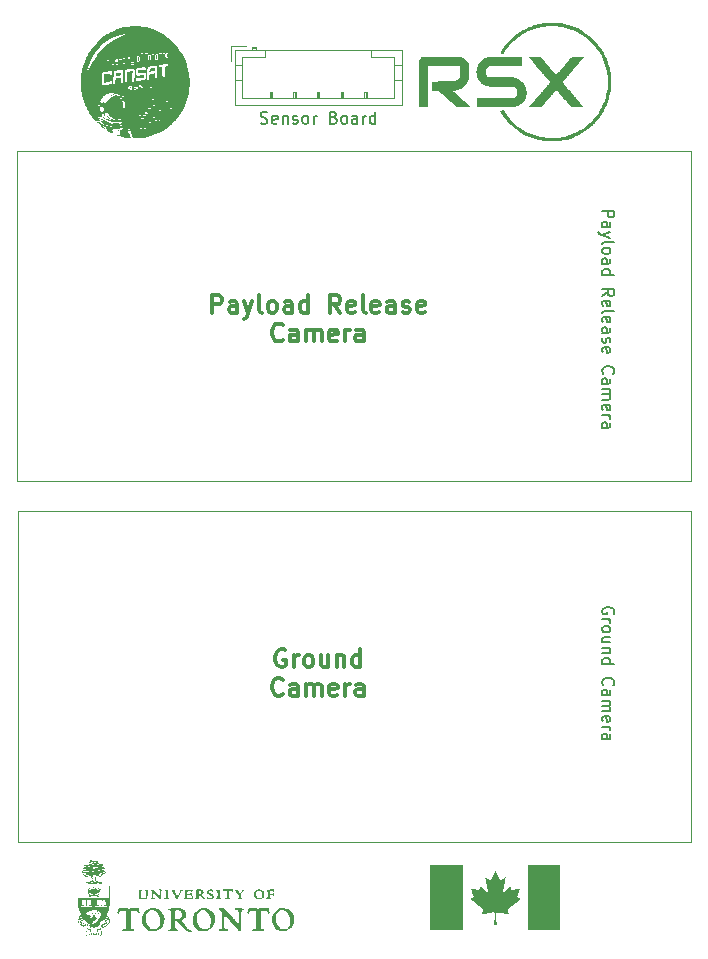
<source format=gbr>
%TF.GenerationSoftware,KiCad,Pcbnew,8.0.5*%
%TF.CreationDate,2025-04-28T01:26:05-04:00*%
%TF.ProjectId,CanSat_Camera_Board,43616e53-6174-45f4-9361-6d6572615f42,rev?*%
%TF.SameCoordinates,Original*%
%TF.FileFunction,Legend,Top*%
%TF.FilePolarity,Positive*%
%FSLAX46Y46*%
G04 Gerber Fmt 4.6, Leading zero omitted, Abs format (unit mm)*
G04 Created by KiCad (PCBNEW 8.0.5) date 2025-04-28 01:26:05*
%MOMM*%
%LPD*%
G01*
G04 APERTURE LIST*
%ADD10C,0.300000*%
%ADD11C,0.150000*%
%ADD12C,0.100000*%
%ADD13C,0.000000*%
%ADD14C,0.120000*%
G04 APERTURE END LIST*
D10*
X147214286Y-114042299D02*
X147071429Y-113970870D01*
X147071429Y-113970870D02*
X146857143Y-113970870D01*
X146857143Y-113970870D02*
X146642857Y-114042299D01*
X146642857Y-114042299D02*
X146500000Y-114185156D01*
X146500000Y-114185156D02*
X146428571Y-114328013D01*
X146428571Y-114328013D02*
X146357143Y-114613727D01*
X146357143Y-114613727D02*
X146357143Y-114828013D01*
X146357143Y-114828013D02*
X146428571Y-115113727D01*
X146428571Y-115113727D02*
X146500000Y-115256584D01*
X146500000Y-115256584D02*
X146642857Y-115399442D01*
X146642857Y-115399442D02*
X146857143Y-115470870D01*
X146857143Y-115470870D02*
X147000000Y-115470870D01*
X147000000Y-115470870D02*
X147214286Y-115399442D01*
X147214286Y-115399442D02*
X147285714Y-115328013D01*
X147285714Y-115328013D02*
X147285714Y-114828013D01*
X147285714Y-114828013D02*
X147000000Y-114828013D01*
X147928571Y-115470870D02*
X147928571Y-114470870D01*
X147928571Y-114756584D02*
X148000000Y-114613727D01*
X148000000Y-114613727D02*
X148071429Y-114542299D01*
X148071429Y-114542299D02*
X148214286Y-114470870D01*
X148214286Y-114470870D02*
X148357143Y-114470870D01*
X149071428Y-115470870D02*
X148928571Y-115399442D01*
X148928571Y-115399442D02*
X148857142Y-115328013D01*
X148857142Y-115328013D02*
X148785714Y-115185156D01*
X148785714Y-115185156D02*
X148785714Y-114756584D01*
X148785714Y-114756584D02*
X148857142Y-114613727D01*
X148857142Y-114613727D02*
X148928571Y-114542299D01*
X148928571Y-114542299D02*
X149071428Y-114470870D01*
X149071428Y-114470870D02*
X149285714Y-114470870D01*
X149285714Y-114470870D02*
X149428571Y-114542299D01*
X149428571Y-114542299D02*
X149500000Y-114613727D01*
X149500000Y-114613727D02*
X149571428Y-114756584D01*
X149571428Y-114756584D02*
X149571428Y-115185156D01*
X149571428Y-115185156D02*
X149500000Y-115328013D01*
X149500000Y-115328013D02*
X149428571Y-115399442D01*
X149428571Y-115399442D02*
X149285714Y-115470870D01*
X149285714Y-115470870D02*
X149071428Y-115470870D01*
X150857143Y-114470870D02*
X150857143Y-115470870D01*
X150214285Y-114470870D02*
X150214285Y-115256584D01*
X150214285Y-115256584D02*
X150285714Y-115399442D01*
X150285714Y-115399442D02*
X150428571Y-115470870D01*
X150428571Y-115470870D02*
X150642857Y-115470870D01*
X150642857Y-115470870D02*
X150785714Y-115399442D01*
X150785714Y-115399442D02*
X150857143Y-115328013D01*
X151571428Y-114470870D02*
X151571428Y-115470870D01*
X151571428Y-114613727D02*
X151642857Y-114542299D01*
X151642857Y-114542299D02*
X151785714Y-114470870D01*
X151785714Y-114470870D02*
X152000000Y-114470870D01*
X152000000Y-114470870D02*
X152142857Y-114542299D01*
X152142857Y-114542299D02*
X152214286Y-114685156D01*
X152214286Y-114685156D02*
X152214286Y-115470870D01*
X153571429Y-115470870D02*
X153571429Y-113970870D01*
X153571429Y-115399442D02*
X153428571Y-115470870D01*
X153428571Y-115470870D02*
X153142857Y-115470870D01*
X153142857Y-115470870D02*
X153000000Y-115399442D01*
X153000000Y-115399442D02*
X152928571Y-115328013D01*
X152928571Y-115328013D02*
X152857143Y-115185156D01*
X152857143Y-115185156D02*
X152857143Y-114756584D01*
X152857143Y-114756584D02*
X152928571Y-114613727D01*
X152928571Y-114613727D02*
X153000000Y-114542299D01*
X153000000Y-114542299D02*
X153142857Y-114470870D01*
X153142857Y-114470870D02*
X153428571Y-114470870D01*
X153428571Y-114470870D02*
X153571429Y-114542299D01*
X147000000Y-117742929D02*
X146928572Y-117814358D01*
X146928572Y-117814358D02*
X146714286Y-117885786D01*
X146714286Y-117885786D02*
X146571429Y-117885786D01*
X146571429Y-117885786D02*
X146357143Y-117814358D01*
X146357143Y-117814358D02*
X146214286Y-117671500D01*
X146214286Y-117671500D02*
X146142857Y-117528643D01*
X146142857Y-117528643D02*
X146071429Y-117242929D01*
X146071429Y-117242929D02*
X146071429Y-117028643D01*
X146071429Y-117028643D02*
X146142857Y-116742929D01*
X146142857Y-116742929D02*
X146214286Y-116600072D01*
X146214286Y-116600072D02*
X146357143Y-116457215D01*
X146357143Y-116457215D02*
X146571429Y-116385786D01*
X146571429Y-116385786D02*
X146714286Y-116385786D01*
X146714286Y-116385786D02*
X146928572Y-116457215D01*
X146928572Y-116457215D02*
X147000000Y-116528643D01*
X148285715Y-117885786D02*
X148285715Y-117100072D01*
X148285715Y-117100072D02*
X148214286Y-116957215D01*
X148214286Y-116957215D02*
X148071429Y-116885786D01*
X148071429Y-116885786D02*
X147785715Y-116885786D01*
X147785715Y-116885786D02*
X147642857Y-116957215D01*
X148285715Y-117814358D02*
X148142857Y-117885786D01*
X148142857Y-117885786D02*
X147785715Y-117885786D01*
X147785715Y-117885786D02*
X147642857Y-117814358D01*
X147642857Y-117814358D02*
X147571429Y-117671500D01*
X147571429Y-117671500D02*
X147571429Y-117528643D01*
X147571429Y-117528643D02*
X147642857Y-117385786D01*
X147642857Y-117385786D02*
X147785715Y-117314358D01*
X147785715Y-117314358D02*
X148142857Y-117314358D01*
X148142857Y-117314358D02*
X148285715Y-117242929D01*
X149000000Y-117885786D02*
X149000000Y-116885786D01*
X149000000Y-117028643D02*
X149071429Y-116957215D01*
X149071429Y-116957215D02*
X149214286Y-116885786D01*
X149214286Y-116885786D02*
X149428572Y-116885786D01*
X149428572Y-116885786D02*
X149571429Y-116957215D01*
X149571429Y-116957215D02*
X149642858Y-117100072D01*
X149642858Y-117100072D02*
X149642858Y-117885786D01*
X149642858Y-117100072D02*
X149714286Y-116957215D01*
X149714286Y-116957215D02*
X149857143Y-116885786D01*
X149857143Y-116885786D02*
X150071429Y-116885786D01*
X150071429Y-116885786D02*
X150214286Y-116957215D01*
X150214286Y-116957215D02*
X150285715Y-117100072D01*
X150285715Y-117100072D02*
X150285715Y-117885786D01*
X151571429Y-117814358D02*
X151428572Y-117885786D01*
X151428572Y-117885786D02*
X151142858Y-117885786D01*
X151142858Y-117885786D02*
X151000000Y-117814358D01*
X151000000Y-117814358D02*
X150928572Y-117671500D01*
X150928572Y-117671500D02*
X150928572Y-117100072D01*
X150928572Y-117100072D02*
X151000000Y-116957215D01*
X151000000Y-116957215D02*
X151142858Y-116885786D01*
X151142858Y-116885786D02*
X151428572Y-116885786D01*
X151428572Y-116885786D02*
X151571429Y-116957215D01*
X151571429Y-116957215D02*
X151642858Y-117100072D01*
X151642858Y-117100072D02*
X151642858Y-117242929D01*
X151642858Y-117242929D02*
X150928572Y-117385786D01*
X152285714Y-117885786D02*
X152285714Y-116885786D01*
X152285714Y-117171500D02*
X152357143Y-117028643D01*
X152357143Y-117028643D02*
X152428572Y-116957215D01*
X152428572Y-116957215D02*
X152571429Y-116885786D01*
X152571429Y-116885786D02*
X152714286Y-116885786D01*
X153857143Y-117885786D02*
X153857143Y-117100072D01*
X153857143Y-117100072D02*
X153785714Y-116957215D01*
X153785714Y-116957215D02*
X153642857Y-116885786D01*
X153642857Y-116885786D02*
X153357143Y-116885786D01*
X153357143Y-116885786D02*
X153214285Y-116957215D01*
X153857143Y-117814358D02*
X153714285Y-117885786D01*
X153714285Y-117885786D02*
X153357143Y-117885786D01*
X153357143Y-117885786D02*
X153214285Y-117814358D01*
X153214285Y-117814358D02*
X153142857Y-117671500D01*
X153142857Y-117671500D02*
X153142857Y-117528643D01*
X153142857Y-117528643D02*
X153214285Y-117385786D01*
X153214285Y-117385786D02*
X153357143Y-117314358D01*
X153357143Y-117314358D02*
X153714285Y-117314358D01*
X153714285Y-117314358D02*
X153857143Y-117242929D01*
X141000000Y-85470870D02*
X141000000Y-83970870D01*
X141000000Y-83970870D02*
X141571429Y-83970870D01*
X141571429Y-83970870D02*
X141714286Y-84042299D01*
X141714286Y-84042299D02*
X141785715Y-84113727D01*
X141785715Y-84113727D02*
X141857143Y-84256584D01*
X141857143Y-84256584D02*
X141857143Y-84470870D01*
X141857143Y-84470870D02*
X141785715Y-84613727D01*
X141785715Y-84613727D02*
X141714286Y-84685156D01*
X141714286Y-84685156D02*
X141571429Y-84756584D01*
X141571429Y-84756584D02*
X141000000Y-84756584D01*
X143142858Y-85470870D02*
X143142858Y-84685156D01*
X143142858Y-84685156D02*
X143071429Y-84542299D01*
X143071429Y-84542299D02*
X142928572Y-84470870D01*
X142928572Y-84470870D02*
X142642858Y-84470870D01*
X142642858Y-84470870D02*
X142500000Y-84542299D01*
X143142858Y-85399442D02*
X143000000Y-85470870D01*
X143000000Y-85470870D02*
X142642858Y-85470870D01*
X142642858Y-85470870D02*
X142500000Y-85399442D01*
X142500000Y-85399442D02*
X142428572Y-85256584D01*
X142428572Y-85256584D02*
X142428572Y-85113727D01*
X142428572Y-85113727D02*
X142500000Y-84970870D01*
X142500000Y-84970870D02*
X142642858Y-84899442D01*
X142642858Y-84899442D02*
X143000000Y-84899442D01*
X143000000Y-84899442D02*
X143142858Y-84828013D01*
X143714286Y-84470870D02*
X144071429Y-85470870D01*
X144428572Y-84470870D02*
X144071429Y-85470870D01*
X144071429Y-85470870D02*
X143928572Y-85828013D01*
X143928572Y-85828013D02*
X143857143Y-85899442D01*
X143857143Y-85899442D02*
X143714286Y-85970870D01*
X145214286Y-85470870D02*
X145071429Y-85399442D01*
X145071429Y-85399442D02*
X145000000Y-85256584D01*
X145000000Y-85256584D02*
X145000000Y-83970870D01*
X146000000Y-85470870D02*
X145857143Y-85399442D01*
X145857143Y-85399442D02*
X145785714Y-85328013D01*
X145785714Y-85328013D02*
X145714286Y-85185156D01*
X145714286Y-85185156D02*
X145714286Y-84756584D01*
X145714286Y-84756584D02*
X145785714Y-84613727D01*
X145785714Y-84613727D02*
X145857143Y-84542299D01*
X145857143Y-84542299D02*
X146000000Y-84470870D01*
X146000000Y-84470870D02*
X146214286Y-84470870D01*
X146214286Y-84470870D02*
X146357143Y-84542299D01*
X146357143Y-84542299D02*
X146428572Y-84613727D01*
X146428572Y-84613727D02*
X146500000Y-84756584D01*
X146500000Y-84756584D02*
X146500000Y-85185156D01*
X146500000Y-85185156D02*
X146428572Y-85328013D01*
X146428572Y-85328013D02*
X146357143Y-85399442D01*
X146357143Y-85399442D02*
X146214286Y-85470870D01*
X146214286Y-85470870D02*
X146000000Y-85470870D01*
X147785715Y-85470870D02*
X147785715Y-84685156D01*
X147785715Y-84685156D02*
X147714286Y-84542299D01*
X147714286Y-84542299D02*
X147571429Y-84470870D01*
X147571429Y-84470870D02*
X147285715Y-84470870D01*
X147285715Y-84470870D02*
X147142857Y-84542299D01*
X147785715Y-85399442D02*
X147642857Y-85470870D01*
X147642857Y-85470870D02*
X147285715Y-85470870D01*
X147285715Y-85470870D02*
X147142857Y-85399442D01*
X147142857Y-85399442D02*
X147071429Y-85256584D01*
X147071429Y-85256584D02*
X147071429Y-85113727D01*
X147071429Y-85113727D02*
X147142857Y-84970870D01*
X147142857Y-84970870D02*
X147285715Y-84899442D01*
X147285715Y-84899442D02*
X147642857Y-84899442D01*
X147642857Y-84899442D02*
X147785715Y-84828013D01*
X149142858Y-85470870D02*
X149142858Y-83970870D01*
X149142858Y-85399442D02*
X149000000Y-85470870D01*
X149000000Y-85470870D02*
X148714286Y-85470870D01*
X148714286Y-85470870D02*
X148571429Y-85399442D01*
X148571429Y-85399442D02*
X148500000Y-85328013D01*
X148500000Y-85328013D02*
X148428572Y-85185156D01*
X148428572Y-85185156D02*
X148428572Y-84756584D01*
X148428572Y-84756584D02*
X148500000Y-84613727D01*
X148500000Y-84613727D02*
X148571429Y-84542299D01*
X148571429Y-84542299D02*
X148714286Y-84470870D01*
X148714286Y-84470870D02*
X149000000Y-84470870D01*
X149000000Y-84470870D02*
X149142858Y-84542299D01*
X151857143Y-85470870D02*
X151357143Y-84756584D01*
X151000000Y-85470870D02*
X151000000Y-83970870D01*
X151000000Y-83970870D02*
X151571429Y-83970870D01*
X151571429Y-83970870D02*
X151714286Y-84042299D01*
X151714286Y-84042299D02*
X151785715Y-84113727D01*
X151785715Y-84113727D02*
X151857143Y-84256584D01*
X151857143Y-84256584D02*
X151857143Y-84470870D01*
X151857143Y-84470870D02*
X151785715Y-84613727D01*
X151785715Y-84613727D02*
X151714286Y-84685156D01*
X151714286Y-84685156D02*
X151571429Y-84756584D01*
X151571429Y-84756584D02*
X151000000Y-84756584D01*
X153071429Y-85399442D02*
X152928572Y-85470870D01*
X152928572Y-85470870D02*
X152642858Y-85470870D01*
X152642858Y-85470870D02*
X152500000Y-85399442D01*
X152500000Y-85399442D02*
X152428572Y-85256584D01*
X152428572Y-85256584D02*
X152428572Y-84685156D01*
X152428572Y-84685156D02*
X152500000Y-84542299D01*
X152500000Y-84542299D02*
X152642858Y-84470870D01*
X152642858Y-84470870D02*
X152928572Y-84470870D01*
X152928572Y-84470870D02*
X153071429Y-84542299D01*
X153071429Y-84542299D02*
X153142858Y-84685156D01*
X153142858Y-84685156D02*
X153142858Y-84828013D01*
X153142858Y-84828013D02*
X152428572Y-84970870D01*
X154000000Y-85470870D02*
X153857143Y-85399442D01*
X153857143Y-85399442D02*
X153785714Y-85256584D01*
X153785714Y-85256584D02*
X153785714Y-83970870D01*
X155142857Y-85399442D02*
X155000000Y-85470870D01*
X155000000Y-85470870D02*
X154714286Y-85470870D01*
X154714286Y-85470870D02*
X154571428Y-85399442D01*
X154571428Y-85399442D02*
X154500000Y-85256584D01*
X154500000Y-85256584D02*
X154500000Y-84685156D01*
X154500000Y-84685156D02*
X154571428Y-84542299D01*
X154571428Y-84542299D02*
X154714286Y-84470870D01*
X154714286Y-84470870D02*
X155000000Y-84470870D01*
X155000000Y-84470870D02*
X155142857Y-84542299D01*
X155142857Y-84542299D02*
X155214286Y-84685156D01*
X155214286Y-84685156D02*
X155214286Y-84828013D01*
X155214286Y-84828013D02*
X154500000Y-84970870D01*
X156500000Y-85470870D02*
X156500000Y-84685156D01*
X156500000Y-84685156D02*
X156428571Y-84542299D01*
X156428571Y-84542299D02*
X156285714Y-84470870D01*
X156285714Y-84470870D02*
X156000000Y-84470870D01*
X156000000Y-84470870D02*
X155857142Y-84542299D01*
X156500000Y-85399442D02*
X156357142Y-85470870D01*
X156357142Y-85470870D02*
X156000000Y-85470870D01*
X156000000Y-85470870D02*
X155857142Y-85399442D01*
X155857142Y-85399442D02*
X155785714Y-85256584D01*
X155785714Y-85256584D02*
X155785714Y-85113727D01*
X155785714Y-85113727D02*
X155857142Y-84970870D01*
X155857142Y-84970870D02*
X156000000Y-84899442D01*
X156000000Y-84899442D02*
X156357142Y-84899442D01*
X156357142Y-84899442D02*
X156500000Y-84828013D01*
X157142857Y-85399442D02*
X157285714Y-85470870D01*
X157285714Y-85470870D02*
X157571428Y-85470870D01*
X157571428Y-85470870D02*
X157714285Y-85399442D01*
X157714285Y-85399442D02*
X157785714Y-85256584D01*
X157785714Y-85256584D02*
X157785714Y-85185156D01*
X157785714Y-85185156D02*
X157714285Y-85042299D01*
X157714285Y-85042299D02*
X157571428Y-84970870D01*
X157571428Y-84970870D02*
X157357143Y-84970870D01*
X157357143Y-84970870D02*
X157214285Y-84899442D01*
X157214285Y-84899442D02*
X157142857Y-84756584D01*
X157142857Y-84756584D02*
X157142857Y-84685156D01*
X157142857Y-84685156D02*
X157214285Y-84542299D01*
X157214285Y-84542299D02*
X157357143Y-84470870D01*
X157357143Y-84470870D02*
X157571428Y-84470870D01*
X157571428Y-84470870D02*
X157714285Y-84542299D01*
X159000000Y-85399442D02*
X158857143Y-85470870D01*
X158857143Y-85470870D02*
X158571429Y-85470870D01*
X158571429Y-85470870D02*
X158428571Y-85399442D01*
X158428571Y-85399442D02*
X158357143Y-85256584D01*
X158357143Y-85256584D02*
X158357143Y-84685156D01*
X158357143Y-84685156D02*
X158428571Y-84542299D01*
X158428571Y-84542299D02*
X158571429Y-84470870D01*
X158571429Y-84470870D02*
X158857143Y-84470870D01*
X158857143Y-84470870D02*
X159000000Y-84542299D01*
X159000000Y-84542299D02*
X159071429Y-84685156D01*
X159071429Y-84685156D02*
X159071429Y-84828013D01*
X159071429Y-84828013D02*
X158357143Y-84970870D01*
X147000000Y-87742929D02*
X146928572Y-87814358D01*
X146928572Y-87814358D02*
X146714286Y-87885786D01*
X146714286Y-87885786D02*
X146571429Y-87885786D01*
X146571429Y-87885786D02*
X146357143Y-87814358D01*
X146357143Y-87814358D02*
X146214286Y-87671500D01*
X146214286Y-87671500D02*
X146142857Y-87528643D01*
X146142857Y-87528643D02*
X146071429Y-87242929D01*
X146071429Y-87242929D02*
X146071429Y-87028643D01*
X146071429Y-87028643D02*
X146142857Y-86742929D01*
X146142857Y-86742929D02*
X146214286Y-86600072D01*
X146214286Y-86600072D02*
X146357143Y-86457215D01*
X146357143Y-86457215D02*
X146571429Y-86385786D01*
X146571429Y-86385786D02*
X146714286Y-86385786D01*
X146714286Y-86385786D02*
X146928572Y-86457215D01*
X146928572Y-86457215D02*
X147000000Y-86528643D01*
X148285715Y-87885786D02*
X148285715Y-87100072D01*
X148285715Y-87100072D02*
X148214286Y-86957215D01*
X148214286Y-86957215D02*
X148071429Y-86885786D01*
X148071429Y-86885786D02*
X147785715Y-86885786D01*
X147785715Y-86885786D02*
X147642857Y-86957215D01*
X148285715Y-87814358D02*
X148142857Y-87885786D01*
X148142857Y-87885786D02*
X147785715Y-87885786D01*
X147785715Y-87885786D02*
X147642857Y-87814358D01*
X147642857Y-87814358D02*
X147571429Y-87671500D01*
X147571429Y-87671500D02*
X147571429Y-87528643D01*
X147571429Y-87528643D02*
X147642857Y-87385786D01*
X147642857Y-87385786D02*
X147785715Y-87314358D01*
X147785715Y-87314358D02*
X148142857Y-87314358D01*
X148142857Y-87314358D02*
X148285715Y-87242929D01*
X149000000Y-87885786D02*
X149000000Y-86885786D01*
X149000000Y-87028643D02*
X149071429Y-86957215D01*
X149071429Y-86957215D02*
X149214286Y-86885786D01*
X149214286Y-86885786D02*
X149428572Y-86885786D01*
X149428572Y-86885786D02*
X149571429Y-86957215D01*
X149571429Y-86957215D02*
X149642858Y-87100072D01*
X149642858Y-87100072D02*
X149642858Y-87885786D01*
X149642858Y-87100072D02*
X149714286Y-86957215D01*
X149714286Y-86957215D02*
X149857143Y-86885786D01*
X149857143Y-86885786D02*
X150071429Y-86885786D01*
X150071429Y-86885786D02*
X150214286Y-86957215D01*
X150214286Y-86957215D02*
X150285715Y-87100072D01*
X150285715Y-87100072D02*
X150285715Y-87885786D01*
X151571429Y-87814358D02*
X151428572Y-87885786D01*
X151428572Y-87885786D02*
X151142858Y-87885786D01*
X151142858Y-87885786D02*
X151000000Y-87814358D01*
X151000000Y-87814358D02*
X150928572Y-87671500D01*
X150928572Y-87671500D02*
X150928572Y-87100072D01*
X150928572Y-87100072D02*
X151000000Y-86957215D01*
X151000000Y-86957215D02*
X151142858Y-86885786D01*
X151142858Y-86885786D02*
X151428572Y-86885786D01*
X151428572Y-86885786D02*
X151571429Y-86957215D01*
X151571429Y-86957215D02*
X151642858Y-87100072D01*
X151642858Y-87100072D02*
X151642858Y-87242929D01*
X151642858Y-87242929D02*
X150928572Y-87385786D01*
X152285714Y-87885786D02*
X152285714Y-86885786D01*
X152285714Y-87171500D02*
X152357143Y-87028643D01*
X152357143Y-87028643D02*
X152428572Y-86957215D01*
X152428572Y-86957215D02*
X152571429Y-86885786D01*
X152571429Y-86885786D02*
X152714286Y-86885786D01*
X153857143Y-87885786D02*
X153857143Y-87100072D01*
X153857143Y-87100072D02*
X153785714Y-86957215D01*
X153785714Y-86957215D02*
X153642857Y-86885786D01*
X153642857Y-86885786D02*
X153357143Y-86885786D01*
X153357143Y-86885786D02*
X153214285Y-86957215D01*
X153857143Y-87814358D02*
X153714285Y-87885786D01*
X153714285Y-87885786D02*
X153357143Y-87885786D01*
X153357143Y-87885786D02*
X153214285Y-87814358D01*
X153214285Y-87814358D02*
X153142857Y-87671500D01*
X153142857Y-87671500D02*
X153142857Y-87528643D01*
X153142857Y-87528643D02*
X153214285Y-87385786D01*
X153214285Y-87385786D02*
X153357143Y-87314358D01*
X153357143Y-87314358D02*
X153714285Y-87314358D01*
X153714285Y-87314358D02*
X153857143Y-87242929D01*
D11*
X174997561Y-110952380D02*
X175045180Y-110857142D01*
X175045180Y-110857142D02*
X175045180Y-110714285D01*
X175045180Y-110714285D02*
X174997561Y-110571428D01*
X174997561Y-110571428D02*
X174902323Y-110476190D01*
X174902323Y-110476190D02*
X174807085Y-110428571D01*
X174807085Y-110428571D02*
X174616609Y-110380952D01*
X174616609Y-110380952D02*
X174473752Y-110380952D01*
X174473752Y-110380952D02*
X174283276Y-110428571D01*
X174283276Y-110428571D02*
X174188038Y-110476190D01*
X174188038Y-110476190D02*
X174092800Y-110571428D01*
X174092800Y-110571428D02*
X174045180Y-110714285D01*
X174045180Y-110714285D02*
X174045180Y-110809523D01*
X174045180Y-110809523D02*
X174092800Y-110952380D01*
X174092800Y-110952380D02*
X174140419Y-110999999D01*
X174140419Y-110999999D02*
X174473752Y-110999999D01*
X174473752Y-110999999D02*
X174473752Y-110809523D01*
X174045180Y-111428571D02*
X174711847Y-111428571D01*
X174521371Y-111428571D02*
X174616609Y-111476190D01*
X174616609Y-111476190D02*
X174664228Y-111523809D01*
X174664228Y-111523809D02*
X174711847Y-111619047D01*
X174711847Y-111619047D02*
X174711847Y-111714285D01*
X174045180Y-112190476D02*
X174092800Y-112095238D01*
X174092800Y-112095238D02*
X174140419Y-112047619D01*
X174140419Y-112047619D02*
X174235657Y-112000000D01*
X174235657Y-112000000D02*
X174521371Y-112000000D01*
X174521371Y-112000000D02*
X174616609Y-112047619D01*
X174616609Y-112047619D02*
X174664228Y-112095238D01*
X174664228Y-112095238D02*
X174711847Y-112190476D01*
X174711847Y-112190476D02*
X174711847Y-112333333D01*
X174711847Y-112333333D02*
X174664228Y-112428571D01*
X174664228Y-112428571D02*
X174616609Y-112476190D01*
X174616609Y-112476190D02*
X174521371Y-112523809D01*
X174521371Y-112523809D02*
X174235657Y-112523809D01*
X174235657Y-112523809D02*
X174140419Y-112476190D01*
X174140419Y-112476190D02*
X174092800Y-112428571D01*
X174092800Y-112428571D02*
X174045180Y-112333333D01*
X174045180Y-112333333D02*
X174045180Y-112190476D01*
X174711847Y-113380952D02*
X174045180Y-113380952D01*
X174711847Y-112952381D02*
X174188038Y-112952381D01*
X174188038Y-112952381D02*
X174092800Y-113000000D01*
X174092800Y-113000000D02*
X174045180Y-113095238D01*
X174045180Y-113095238D02*
X174045180Y-113238095D01*
X174045180Y-113238095D02*
X174092800Y-113333333D01*
X174092800Y-113333333D02*
X174140419Y-113380952D01*
X174711847Y-113857143D02*
X174045180Y-113857143D01*
X174616609Y-113857143D02*
X174664228Y-113904762D01*
X174664228Y-113904762D02*
X174711847Y-114000000D01*
X174711847Y-114000000D02*
X174711847Y-114142857D01*
X174711847Y-114142857D02*
X174664228Y-114238095D01*
X174664228Y-114238095D02*
X174568990Y-114285714D01*
X174568990Y-114285714D02*
X174045180Y-114285714D01*
X174045180Y-115190476D02*
X175045180Y-115190476D01*
X174092800Y-115190476D02*
X174045180Y-115095238D01*
X174045180Y-115095238D02*
X174045180Y-114904762D01*
X174045180Y-114904762D02*
X174092800Y-114809524D01*
X174092800Y-114809524D02*
X174140419Y-114761905D01*
X174140419Y-114761905D02*
X174235657Y-114714286D01*
X174235657Y-114714286D02*
X174521371Y-114714286D01*
X174521371Y-114714286D02*
X174616609Y-114761905D01*
X174616609Y-114761905D02*
X174664228Y-114809524D01*
X174664228Y-114809524D02*
X174711847Y-114904762D01*
X174711847Y-114904762D02*
X174711847Y-115095238D01*
X174711847Y-115095238D02*
X174664228Y-115190476D01*
X174140419Y-117000000D02*
X174092800Y-116952381D01*
X174092800Y-116952381D02*
X174045180Y-116809524D01*
X174045180Y-116809524D02*
X174045180Y-116714286D01*
X174045180Y-116714286D02*
X174092800Y-116571429D01*
X174092800Y-116571429D02*
X174188038Y-116476191D01*
X174188038Y-116476191D02*
X174283276Y-116428572D01*
X174283276Y-116428572D02*
X174473752Y-116380953D01*
X174473752Y-116380953D02*
X174616609Y-116380953D01*
X174616609Y-116380953D02*
X174807085Y-116428572D01*
X174807085Y-116428572D02*
X174902323Y-116476191D01*
X174902323Y-116476191D02*
X174997561Y-116571429D01*
X174997561Y-116571429D02*
X175045180Y-116714286D01*
X175045180Y-116714286D02*
X175045180Y-116809524D01*
X175045180Y-116809524D02*
X174997561Y-116952381D01*
X174997561Y-116952381D02*
X174949942Y-117000000D01*
X174045180Y-117857143D02*
X174568990Y-117857143D01*
X174568990Y-117857143D02*
X174664228Y-117809524D01*
X174664228Y-117809524D02*
X174711847Y-117714286D01*
X174711847Y-117714286D02*
X174711847Y-117523810D01*
X174711847Y-117523810D02*
X174664228Y-117428572D01*
X174092800Y-117857143D02*
X174045180Y-117761905D01*
X174045180Y-117761905D02*
X174045180Y-117523810D01*
X174045180Y-117523810D02*
X174092800Y-117428572D01*
X174092800Y-117428572D02*
X174188038Y-117380953D01*
X174188038Y-117380953D02*
X174283276Y-117380953D01*
X174283276Y-117380953D02*
X174378514Y-117428572D01*
X174378514Y-117428572D02*
X174426133Y-117523810D01*
X174426133Y-117523810D02*
X174426133Y-117761905D01*
X174426133Y-117761905D02*
X174473752Y-117857143D01*
X174045180Y-118333334D02*
X174711847Y-118333334D01*
X174616609Y-118333334D02*
X174664228Y-118380953D01*
X174664228Y-118380953D02*
X174711847Y-118476191D01*
X174711847Y-118476191D02*
X174711847Y-118619048D01*
X174711847Y-118619048D02*
X174664228Y-118714286D01*
X174664228Y-118714286D02*
X174568990Y-118761905D01*
X174568990Y-118761905D02*
X174045180Y-118761905D01*
X174568990Y-118761905D02*
X174664228Y-118809524D01*
X174664228Y-118809524D02*
X174711847Y-118904762D01*
X174711847Y-118904762D02*
X174711847Y-119047619D01*
X174711847Y-119047619D02*
X174664228Y-119142858D01*
X174664228Y-119142858D02*
X174568990Y-119190477D01*
X174568990Y-119190477D02*
X174045180Y-119190477D01*
X174092800Y-120047619D02*
X174045180Y-119952381D01*
X174045180Y-119952381D02*
X174045180Y-119761905D01*
X174045180Y-119761905D02*
X174092800Y-119666667D01*
X174092800Y-119666667D02*
X174188038Y-119619048D01*
X174188038Y-119619048D02*
X174568990Y-119619048D01*
X174568990Y-119619048D02*
X174664228Y-119666667D01*
X174664228Y-119666667D02*
X174711847Y-119761905D01*
X174711847Y-119761905D02*
X174711847Y-119952381D01*
X174711847Y-119952381D02*
X174664228Y-120047619D01*
X174664228Y-120047619D02*
X174568990Y-120095238D01*
X174568990Y-120095238D02*
X174473752Y-120095238D01*
X174473752Y-120095238D02*
X174378514Y-119619048D01*
X174045180Y-120523810D02*
X174711847Y-120523810D01*
X174521371Y-120523810D02*
X174616609Y-120571429D01*
X174616609Y-120571429D02*
X174664228Y-120619048D01*
X174664228Y-120619048D02*
X174711847Y-120714286D01*
X174711847Y-120714286D02*
X174711847Y-120809524D01*
X174045180Y-121571429D02*
X174568990Y-121571429D01*
X174568990Y-121571429D02*
X174664228Y-121523810D01*
X174664228Y-121523810D02*
X174711847Y-121428572D01*
X174711847Y-121428572D02*
X174711847Y-121238096D01*
X174711847Y-121238096D02*
X174664228Y-121142858D01*
X174092800Y-121571429D02*
X174045180Y-121476191D01*
X174045180Y-121476191D02*
X174045180Y-121238096D01*
X174045180Y-121238096D02*
X174092800Y-121142858D01*
X174092800Y-121142858D02*
X174188038Y-121095239D01*
X174188038Y-121095239D02*
X174283276Y-121095239D01*
X174283276Y-121095239D02*
X174378514Y-121142858D01*
X174378514Y-121142858D02*
X174426133Y-121238096D01*
X174426133Y-121238096D02*
X174426133Y-121476191D01*
X174426133Y-121476191D02*
X174473752Y-121571429D01*
X174045180Y-76809522D02*
X175045180Y-76809522D01*
X175045180Y-76809522D02*
X175045180Y-77190474D01*
X175045180Y-77190474D02*
X174997561Y-77285712D01*
X174997561Y-77285712D02*
X174949942Y-77333331D01*
X174949942Y-77333331D02*
X174854704Y-77380950D01*
X174854704Y-77380950D02*
X174711847Y-77380950D01*
X174711847Y-77380950D02*
X174616609Y-77333331D01*
X174616609Y-77333331D02*
X174568990Y-77285712D01*
X174568990Y-77285712D02*
X174521371Y-77190474D01*
X174521371Y-77190474D02*
X174521371Y-76809522D01*
X174045180Y-78238093D02*
X174568990Y-78238093D01*
X174568990Y-78238093D02*
X174664228Y-78190474D01*
X174664228Y-78190474D02*
X174711847Y-78095236D01*
X174711847Y-78095236D02*
X174711847Y-77904760D01*
X174711847Y-77904760D02*
X174664228Y-77809522D01*
X174092800Y-78238093D02*
X174045180Y-78142855D01*
X174045180Y-78142855D02*
X174045180Y-77904760D01*
X174045180Y-77904760D02*
X174092800Y-77809522D01*
X174092800Y-77809522D02*
X174188038Y-77761903D01*
X174188038Y-77761903D02*
X174283276Y-77761903D01*
X174283276Y-77761903D02*
X174378514Y-77809522D01*
X174378514Y-77809522D02*
X174426133Y-77904760D01*
X174426133Y-77904760D02*
X174426133Y-78142855D01*
X174426133Y-78142855D02*
X174473752Y-78238093D01*
X174711847Y-78619046D02*
X174045180Y-78857141D01*
X174711847Y-79095236D02*
X174045180Y-78857141D01*
X174045180Y-78857141D02*
X173807085Y-78761903D01*
X173807085Y-78761903D02*
X173759466Y-78714284D01*
X173759466Y-78714284D02*
X173711847Y-78619046D01*
X174045180Y-79619046D02*
X174092800Y-79523808D01*
X174092800Y-79523808D02*
X174188038Y-79476189D01*
X174188038Y-79476189D02*
X175045180Y-79476189D01*
X174045180Y-80142856D02*
X174092800Y-80047618D01*
X174092800Y-80047618D02*
X174140419Y-79999999D01*
X174140419Y-79999999D02*
X174235657Y-79952380D01*
X174235657Y-79952380D02*
X174521371Y-79952380D01*
X174521371Y-79952380D02*
X174616609Y-79999999D01*
X174616609Y-79999999D02*
X174664228Y-80047618D01*
X174664228Y-80047618D02*
X174711847Y-80142856D01*
X174711847Y-80142856D02*
X174711847Y-80285713D01*
X174711847Y-80285713D02*
X174664228Y-80380951D01*
X174664228Y-80380951D02*
X174616609Y-80428570D01*
X174616609Y-80428570D02*
X174521371Y-80476189D01*
X174521371Y-80476189D02*
X174235657Y-80476189D01*
X174235657Y-80476189D02*
X174140419Y-80428570D01*
X174140419Y-80428570D02*
X174092800Y-80380951D01*
X174092800Y-80380951D02*
X174045180Y-80285713D01*
X174045180Y-80285713D02*
X174045180Y-80142856D01*
X174045180Y-81333332D02*
X174568990Y-81333332D01*
X174568990Y-81333332D02*
X174664228Y-81285713D01*
X174664228Y-81285713D02*
X174711847Y-81190475D01*
X174711847Y-81190475D02*
X174711847Y-80999999D01*
X174711847Y-80999999D02*
X174664228Y-80904761D01*
X174092800Y-81333332D02*
X174045180Y-81238094D01*
X174045180Y-81238094D02*
X174045180Y-80999999D01*
X174045180Y-80999999D02*
X174092800Y-80904761D01*
X174092800Y-80904761D02*
X174188038Y-80857142D01*
X174188038Y-80857142D02*
X174283276Y-80857142D01*
X174283276Y-80857142D02*
X174378514Y-80904761D01*
X174378514Y-80904761D02*
X174426133Y-80999999D01*
X174426133Y-80999999D02*
X174426133Y-81238094D01*
X174426133Y-81238094D02*
X174473752Y-81333332D01*
X174045180Y-82238094D02*
X175045180Y-82238094D01*
X174092800Y-82238094D02*
X174045180Y-82142856D01*
X174045180Y-82142856D02*
X174045180Y-81952380D01*
X174045180Y-81952380D02*
X174092800Y-81857142D01*
X174092800Y-81857142D02*
X174140419Y-81809523D01*
X174140419Y-81809523D02*
X174235657Y-81761904D01*
X174235657Y-81761904D02*
X174521371Y-81761904D01*
X174521371Y-81761904D02*
X174616609Y-81809523D01*
X174616609Y-81809523D02*
X174664228Y-81857142D01*
X174664228Y-81857142D02*
X174711847Y-81952380D01*
X174711847Y-81952380D02*
X174711847Y-82142856D01*
X174711847Y-82142856D02*
X174664228Y-82238094D01*
X174045180Y-84047618D02*
X174521371Y-83714285D01*
X174045180Y-83476190D02*
X175045180Y-83476190D01*
X175045180Y-83476190D02*
X175045180Y-83857142D01*
X175045180Y-83857142D02*
X174997561Y-83952380D01*
X174997561Y-83952380D02*
X174949942Y-83999999D01*
X174949942Y-83999999D02*
X174854704Y-84047618D01*
X174854704Y-84047618D02*
X174711847Y-84047618D01*
X174711847Y-84047618D02*
X174616609Y-83999999D01*
X174616609Y-83999999D02*
X174568990Y-83952380D01*
X174568990Y-83952380D02*
X174521371Y-83857142D01*
X174521371Y-83857142D02*
X174521371Y-83476190D01*
X174092800Y-84857142D02*
X174045180Y-84761904D01*
X174045180Y-84761904D02*
X174045180Y-84571428D01*
X174045180Y-84571428D02*
X174092800Y-84476190D01*
X174092800Y-84476190D02*
X174188038Y-84428571D01*
X174188038Y-84428571D02*
X174568990Y-84428571D01*
X174568990Y-84428571D02*
X174664228Y-84476190D01*
X174664228Y-84476190D02*
X174711847Y-84571428D01*
X174711847Y-84571428D02*
X174711847Y-84761904D01*
X174711847Y-84761904D02*
X174664228Y-84857142D01*
X174664228Y-84857142D02*
X174568990Y-84904761D01*
X174568990Y-84904761D02*
X174473752Y-84904761D01*
X174473752Y-84904761D02*
X174378514Y-84428571D01*
X174045180Y-85476190D02*
X174092800Y-85380952D01*
X174092800Y-85380952D02*
X174188038Y-85333333D01*
X174188038Y-85333333D02*
X175045180Y-85333333D01*
X174092800Y-86238095D02*
X174045180Y-86142857D01*
X174045180Y-86142857D02*
X174045180Y-85952381D01*
X174045180Y-85952381D02*
X174092800Y-85857143D01*
X174092800Y-85857143D02*
X174188038Y-85809524D01*
X174188038Y-85809524D02*
X174568990Y-85809524D01*
X174568990Y-85809524D02*
X174664228Y-85857143D01*
X174664228Y-85857143D02*
X174711847Y-85952381D01*
X174711847Y-85952381D02*
X174711847Y-86142857D01*
X174711847Y-86142857D02*
X174664228Y-86238095D01*
X174664228Y-86238095D02*
X174568990Y-86285714D01*
X174568990Y-86285714D02*
X174473752Y-86285714D01*
X174473752Y-86285714D02*
X174378514Y-85809524D01*
X174045180Y-87142857D02*
X174568990Y-87142857D01*
X174568990Y-87142857D02*
X174664228Y-87095238D01*
X174664228Y-87095238D02*
X174711847Y-87000000D01*
X174711847Y-87000000D02*
X174711847Y-86809524D01*
X174711847Y-86809524D02*
X174664228Y-86714286D01*
X174092800Y-87142857D02*
X174045180Y-87047619D01*
X174045180Y-87047619D02*
X174045180Y-86809524D01*
X174045180Y-86809524D02*
X174092800Y-86714286D01*
X174092800Y-86714286D02*
X174188038Y-86666667D01*
X174188038Y-86666667D02*
X174283276Y-86666667D01*
X174283276Y-86666667D02*
X174378514Y-86714286D01*
X174378514Y-86714286D02*
X174426133Y-86809524D01*
X174426133Y-86809524D02*
X174426133Y-87047619D01*
X174426133Y-87047619D02*
X174473752Y-87142857D01*
X174092800Y-87571429D02*
X174045180Y-87666667D01*
X174045180Y-87666667D02*
X174045180Y-87857143D01*
X174045180Y-87857143D02*
X174092800Y-87952381D01*
X174092800Y-87952381D02*
X174188038Y-88000000D01*
X174188038Y-88000000D02*
X174235657Y-88000000D01*
X174235657Y-88000000D02*
X174330895Y-87952381D01*
X174330895Y-87952381D02*
X174378514Y-87857143D01*
X174378514Y-87857143D02*
X174378514Y-87714286D01*
X174378514Y-87714286D02*
X174426133Y-87619048D01*
X174426133Y-87619048D02*
X174521371Y-87571429D01*
X174521371Y-87571429D02*
X174568990Y-87571429D01*
X174568990Y-87571429D02*
X174664228Y-87619048D01*
X174664228Y-87619048D02*
X174711847Y-87714286D01*
X174711847Y-87714286D02*
X174711847Y-87857143D01*
X174711847Y-87857143D02*
X174664228Y-87952381D01*
X174092800Y-88809524D02*
X174045180Y-88714286D01*
X174045180Y-88714286D02*
X174045180Y-88523810D01*
X174045180Y-88523810D02*
X174092800Y-88428572D01*
X174092800Y-88428572D02*
X174188038Y-88380953D01*
X174188038Y-88380953D02*
X174568990Y-88380953D01*
X174568990Y-88380953D02*
X174664228Y-88428572D01*
X174664228Y-88428572D02*
X174711847Y-88523810D01*
X174711847Y-88523810D02*
X174711847Y-88714286D01*
X174711847Y-88714286D02*
X174664228Y-88809524D01*
X174664228Y-88809524D02*
X174568990Y-88857143D01*
X174568990Y-88857143D02*
X174473752Y-88857143D01*
X174473752Y-88857143D02*
X174378514Y-88380953D01*
X174140419Y-90619048D02*
X174092800Y-90571429D01*
X174092800Y-90571429D02*
X174045180Y-90428572D01*
X174045180Y-90428572D02*
X174045180Y-90333334D01*
X174045180Y-90333334D02*
X174092800Y-90190477D01*
X174092800Y-90190477D02*
X174188038Y-90095239D01*
X174188038Y-90095239D02*
X174283276Y-90047620D01*
X174283276Y-90047620D02*
X174473752Y-90000001D01*
X174473752Y-90000001D02*
X174616609Y-90000001D01*
X174616609Y-90000001D02*
X174807085Y-90047620D01*
X174807085Y-90047620D02*
X174902323Y-90095239D01*
X174902323Y-90095239D02*
X174997561Y-90190477D01*
X174997561Y-90190477D02*
X175045180Y-90333334D01*
X175045180Y-90333334D02*
X175045180Y-90428572D01*
X175045180Y-90428572D02*
X174997561Y-90571429D01*
X174997561Y-90571429D02*
X174949942Y-90619048D01*
X174045180Y-91476191D02*
X174568990Y-91476191D01*
X174568990Y-91476191D02*
X174664228Y-91428572D01*
X174664228Y-91428572D02*
X174711847Y-91333334D01*
X174711847Y-91333334D02*
X174711847Y-91142858D01*
X174711847Y-91142858D02*
X174664228Y-91047620D01*
X174092800Y-91476191D02*
X174045180Y-91380953D01*
X174045180Y-91380953D02*
X174045180Y-91142858D01*
X174045180Y-91142858D02*
X174092800Y-91047620D01*
X174092800Y-91047620D02*
X174188038Y-91000001D01*
X174188038Y-91000001D02*
X174283276Y-91000001D01*
X174283276Y-91000001D02*
X174378514Y-91047620D01*
X174378514Y-91047620D02*
X174426133Y-91142858D01*
X174426133Y-91142858D02*
X174426133Y-91380953D01*
X174426133Y-91380953D02*
X174473752Y-91476191D01*
X174045180Y-91952382D02*
X174711847Y-91952382D01*
X174616609Y-91952382D02*
X174664228Y-92000001D01*
X174664228Y-92000001D02*
X174711847Y-92095239D01*
X174711847Y-92095239D02*
X174711847Y-92238096D01*
X174711847Y-92238096D02*
X174664228Y-92333334D01*
X174664228Y-92333334D02*
X174568990Y-92380953D01*
X174568990Y-92380953D02*
X174045180Y-92380953D01*
X174568990Y-92380953D02*
X174664228Y-92428572D01*
X174664228Y-92428572D02*
X174711847Y-92523810D01*
X174711847Y-92523810D02*
X174711847Y-92666667D01*
X174711847Y-92666667D02*
X174664228Y-92761906D01*
X174664228Y-92761906D02*
X174568990Y-92809525D01*
X174568990Y-92809525D02*
X174045180Y-92809525D01*
X174092800Y-93666667D02*
X174045180Y-93571429D01*
X174045180Y-93571429D02*
X174045180Y-93380953D01*
X174045180Y-93380953D02*
X174092800Y-93285715D01*
X174092800Y-93285715D02*
X174188038Y-93238096D01*
X174188038Y-93238096D02*
X174568990Y-93238096D01*
X174568990Y-93238096D02*
X174664228Y-93285715D01*
X174664228Y-93285715D02*
X174711847Y-93380953D01*
X174711847Y-93380953D02*
X174711847Y-93571429D01*
X174711847Y-93571429D02*
X174664228Y-93666667D01*
X174664228Y-93666667D02*
X174568990Y-93714286D01*
X174568990Y-93714286D02*
X174473752Y-93714286D01*
X174473752Y-93714286D02*
X174378514Y-93238096D01*
X174045180Y-94142858D02*
X174711847Y-94142858D01*
X174521371Y-94142858D02*
X174616609Y-94190477D01*
X174616609Y-94190477D02*
X174664228Y-94238096D01*
X174664228Y-94238096D02*
X174711847Y-94333334D01*
X174711847Y-94333334D02*
X174711847Y-94428572D01*
X174045180Y-95190477D02*
X174568990Y-95190477D01*
X174568990Y-95190477D02*
X174664228Y-95142858D01*
X174664228Y-95142858D02*
X174711847Y-95047620D01*
X174711847Y-95047620D02*
X174711847Y-94857144D01*
X174711847Y-94857144D02*
X174664228Y-94761906D01*
X174092800Y-95190477D02*
X174045180Y-95095239D01*
X174045180Y-95095239D02*
X174045180Y-94857144D01*
X174045180Y-94857144D02*
X174092800Y-94761906D01*
X174092800Y-94761906D02*
X174188038Y-94714287D01*
X174188038Y-94714287D02*
X174283276Y-94714287D01*
X174283276Y-94714287D02*
X174378514Y-94761906D01*
X174378514Y-94761906D02*
X174426133Y-94857144D01*
X174426133Y-94857144D02*
X174426133Y-95095239D01*
X174426133Y-95095239D02*
X174473752Y-95190477D01*
X145119047Y-69407200D02*
X145261904Y-69454819D01*
X145261904Y-69454819D02*
X145499999Y-69454819D01*
X145499999Y-69454819D02*
X145595237Y-69407200D01*
X145595237Y-69407200D02*
X145642856Y-69359580D01*
X145642856Y-69359580D02*
X145690475Y-69264342D01*
X145690475Y-69264342D02*
X145690475Y-69169104D01*
X145690475Y-69169104D02*
X145642856Y-69073866D01*
X145642856Y-69073866D02*
X145595237Y-69026247D01*
X145595237Y-69026247D02*
X145499999Y-68978628D01*
X145499999Y-68978628D02*
X145309523Y-68931009D01*
X145309523Y-68931009D02*
X145214285Y-68883390D01*
X145214285Y-68883390D02*
X145166666Y-68835771D01*
X145166666Y-68835771D02*
X145119047Y-68740533D01*
X145119047Y-68740533D02*
X145119047Y-68645295D01*
X145119047Y-68645295D02*
X145166666Y-68550057D01*
X145166666Y-68550057D02*
X145214285Y-68502438D01*
X145214285Y-68502438D02*
X145309523Y-68454819D01*
X145309523Y-68454819D02*
X145547618Y-68454819D01*
X145547618Y-68454819D02*
X145690475Y-68502438D01*
X146499999Y-69407200D02*
X146404761Y-69454819D01*
X146404761Y-69454819D02*
X146214285Y-69454819D01*
X146214285Y-69454819D02*
X146119047Y-69407200D01*
X146119047Y-69407200D02*
X146071428Y-69311961D01*
X146071428Y-69311961D02*
X146071428Y-68931009D01*
X146071428Y-68931009D02*
X146119047Y-68835771D01*
X146119047Y-68835771D02*
X146214285Y-68788152D01*
X146214285Y-68788152D02*
X146404761Y-68788152D01*
X146404761Y-68788152D02*
X146499999Y-68835771D01*
X146499999Y-68835771D02*
X146547618Y-68931009D01*
X146547618Y-68931009D02*
X146547618Y-69026247D01*
X146547618Y-69026247D02*
X146071428Y-69121485D01*
X146976190Y-68788152D02*
X146976190Y-69454819D01*
X146976190Y-68883390D02*
X147023809Y-68835771D01*
X147023809Y-68835771D02*
X147119047Y-68788152D01*
X147119047Y-68788152D02*
X147261904Y-68788152D01*
X147261904Y-68788152D02*
X147357142Y-68835771D01*
X147357142Y-68835771D02*
X147404761Y-68931009D01*
X147404761Y-68931009D02*
X147404761Y-69454819D01*
X147833333Y-69407200D02*
X147928571Y-69454819D01*
X147928571Y-69454819D02*
X148119047Y-69454819D01*
X148119047Y-69454819D02*
X148214285Y-69407200D01*
X148214285Y-69407200D02*
X148261904Y-69311961D01*
X148261904Y-69311961D02*
X148261904Y-69264342D01*
X148261904Y-69264342D02*
X148214285Y-69169104D01*
X148214285Y-69169104D02*
X148119047Y-69121485D01*
X148119047Y-69121485D02*
X147976190Y-69121485D01*
X147976190Y-69121485D02*
X147880952Y-69073866D01*
X147880952Y-69073866D02*
X147833333Y-68978628D01*
X147833333Y-68978628D02*
X147833333Y-68931009D01*
X147833333Y-68931009D02*
X147880952Y-68835771D01*
X147880952Y-68835771D02*
X147976190Y-68788152D01*
X147976190Y-68788152D02*
X148119047Y-68788152D01*
X148119047Y-68788152D02*
X148214285Y-68835771D01*
X148833333Y-69454819D02*
X148738095Y-69407200D01*
X148738095Y-69407200D02*
X148690476Y-69359580D01*
X148690476Y-69359580D02*
X148642857Y-69264342D01*
X148642857Y-69264342D02*
X148642857Y-68978628D01*
X148642857Y-68978628D02*
X148690476Y-68883390D01*
X148690476Y-68883390D02*
X148738095Y-68835771D01*
X148738095Y-68835771D02*
X148833333Y-68788152D01*
X148833333Y-68788152D02*
X148976190Y-68788152D01*
X148976190Y-68788152D02*
X149071428Y-68835771D01*
X149071428Y-68835771D02*
X149119047Y-68883390D01*
X149119047Y-68883390D02*
X149166666Y-68978628D01*
X149166666Y-68978628D02*
X149166666Y-69264342D01*
X149166666Y-69264342D02*
X149119047Y-69359580D01*
X149119047Y-69359580D02*
X149071428Y-69407200D01*
X149071428Y-69407200D02*
X148976190Y-69454819D01*
X148976190Y-69454819D02*
X148833333Y-69454819D01*
X149595238Y-69454819D02*
X149595238Y-68788152D01*
X149595238Y-68978628D02*
X149642857Y-68883390D01*
X149642857Y-68883390D02*
X149690476Y-68835771D01*
X149690476Y-68835771D02*
X149785714Y-68788152D01*
X149785714Y-68788152D02*
X149880952Y-68788152D01*
X151309524Y-68931009D02*
X151452381Y-68978628D01*
X151452381Y-68978628D02*
X151500000Y-69026247D01*
X151500000Y-69026247D02*
X151547619Y-69121485D01*
X151547619Y-69121485D02*
X151547619Y-69264342D01*
X151547619Y-69264342D02*
X151500000Y-69359580D01*
X151500000Y-69359580D02*
X151452381Y-69407200D01*
X151452381Y-69407200D02*
X151357143Y-69454819D01*
X151357143Y-69454819D02*
X150976191Y-69454819D01*
X150976191Y-69454819D02*
X150976191Y-68454819D01*
X150976191Y-68454819D02*
X151309524Y-68454819D01*
X151309524Y-68454819D02*
X151404762Y-68502438D01*
X151404762Y-68502438D02*
X151452381Y-68550057D01*
X151452381Y-68550057D02*
X151500000Y-68645295D01*
X151500000Y-68645295D02*
X151500000Y-68740533D01*
X151500000Y-68740533D02*
X151452381Y-68835771D01*
X151452381Y-68835771D02*
X151404762Y-68883390D01*
X151404762Y-68883390D02*
X151309524Y-68931009D01*
X151309524Y-68931009D02*
X150976191Y-68931009D01*
X152119048Y-69454819D02*
X152023810Y-69407200D01*
X152023810Y-69407200D02*
X151976191Y-69359580D01*
X151976191Y-69359580D02*
X151928572Y-69264342D01*
X151928572Y-69264342D02*
X151928572Y-68978628D01*
X151928572Y-68978628D02*
X151976191Y-68883390D01*
X151976191Y-68883390D02*
X152023810Y-68835771D01*
X152023810Y-68835771D02*
X152119048Y-68788152D01*
X152119048Y-68788152D02*
X152261905Y-68788152D01*
X152261905Y-68788152D02*
X152357143Y-68835771D01*
X152357143Y-68835771D02*
X152404762Y-68883390D01*
X152404762Y-68883390D02*
X152452381Y-68978628D01*
X152452381Y-68978628D02*
X152452381Y-69264342D01*
X152452381Y-69264342D02*
X152404762Y-69359580D01*
X152404762Y-69359580D02*
X152357143Y-69407200D01*
X152357143Y-69407200D02*
X152261905Y-69454819D01*
X152261905Y-69454819D02*
X152119048Y-69454819D01*
X153309524Y-69454819D02*
X153309524Y-68931009D01*
X153309524Y-68931009D02*
X153261905Y-68835771D01*
X153261905Y-68835771D02*
X153166667Y-68788152D01*
X153166667Y-68788152D02*
X152976191Y-68788152D01*
X152976191Y-68788152D02*
X152880953Y-68835771D01*
X153309524Y-69407200D02*
X153214286Y-69454819D01*
X153214286Y-69454819D02*
X152976191Y-69454819D01*
X152976191Y-69454819D02*
X152880953Y-69407200D01*
X152880953Y-69407200D02*
X152833334Y-69311961D01*
X152833334Y-69311961D02*
X152833334Y-69216723D01*
X152833334Y-69216723D02*
X152880953Y-69121485D01*
X152880953Y-69121485D02*
X152976191Y-69073866D01*
X152976191Y-69073866D02*
X153214286Y-69073866D01*
X153214286Y-69073866D02*
X153309524Y-69026247D01*
X153785715Y-69454819D02*
X153785715Y-68788152D01*
X153785715Y-68978628D02*
X153833334Y-68883390D01*
X153833334Y-68883390D02*
X153880953Y-68835771D01*
X153880953Y-68835771D02*
X153976191Y-68788152D01*
X153976191Y-68788152D02*
X154071429Y-68788152D01*
X154833334Y-69454819D02*
X154833334Y-68454819D01*
X154833334Y-69407200D02*
X154738096Y-69454819D01*
X154738096Y-69454819D02*
X154547620Y-69454819D01*
X154547620Y-69454819D02*
X154452382Y-69407200D01*
X154452382Y-69407200D02*
X154404763Y-69359580D01*
X154404763Y-69359580D02*
X154357144Y-69264342D01*
X154357144Y-69264342D02*
X154357144Y-68978628D01*
X154357144Y-68978628D02*
X154404763Y-68883390D01*
X154404763Y-68883390D02*
X154452382Y-68835771D01*
X154452382Y-68835771D02*
X154547620Y-68788152D01*
X154547620Y-68788152D02*
X154738096Y-68788152D01*
X154738096Y-68788152D02*
X154833334Y-68835771D01*
%TO.C,Freenove_ESP32-S3-WROOM_CAM_Board_U2*%
D12*
X181550000Y-102250000D02*
X124550000Y-102250000D01*
X124550000Y-130250000D01*
X181550000Y-130250000D01*
X181550000Y-102250000D01*
D13*
%TO.C,G\u002A\u002A\u002A*%
G36*
X162249925Y-135000000D02*
G01*
X162249925Y-137750075D01*
X160874887Y-137750075D01*
X159499850Y-137750075D01*
X159499850Y-135000000D01*
X159499850Y-132249925D01*
X160874887Y-132249925D01*
X162249925Y-132249925D01*
X162249925Y-135000000D01*
G37*
G36*
X170500150Y-135000000D02*
G01*
X170500150Y-137750075D01*
X169125113Y-137750075D01*
X167750075Y-137750075D01*
X167750075Y-135000000D01*
X167750075Y-132249925D01*
X169125113Y-132249925D01*
X170500150Y-132249925D01*
X170500150Y-135000000D01*
G37*
G36*
X165002147Y-132711604D02*
G01*
X165007445Y-132721315D01*
X165015750Y-132736967D01*
X165026836Y-132758125D01*
X165040478Y-132784353D01*
X165056452Y-132815216D01*
X165074532Y-132850277D01*
X165094494Y-132889103D01*
X165116112Y-132931256D01*
X165139162Y-132976301D01*
X165163419Y-133023803D01*
X165188657Y-133073326D01*
X165192885Y-133081631D01*
X165218377Y-133131682D01*
X165242994Y-133179947D01*
X165266505Y-133225973D01*
X165288677Y-133269309D01*
X165309278Y-133309505D01*
X165328075Y-133346108D01*
X165344837Y-133378666D01*
X165359331Y-133406729D01*
X165371325Y-133429844D01*
X165380587Y-133447561D01*
X165386885Y-133459427D01*
X165389986Y-133464992D01*
X165390141Y-133465227D01*
X165405415Y-133480475D01*
X165425087Y-133489950D01*
X165446965Y-133493060D01*
X165451542Y-133492975D01*
X165456081Y-133492527D01*
X165461135Y-133491427D01*
X165467259Y-133489387D01*
X165475006Y-133486119D01*
X165484931Y-133481333D01*
X165497587Y-133474741D01*
X165513528Y-133466056D01*
X165533310Y-133454987D01*
X165557484Y-133441247D01*
X165586606Y-133424548D01*
X165621229Y-133404599D01*
X165661908Y-133381114D01*
X165662080Y-133381015D01*
X165697275Y-133360749D01*
X165730493Y-133341742D01*
X165761148Y-133324319D01*
X165788655Y-133308809D01*
X165812427Y-133295539D01*
X165831879Y-133284836D01*
X165846424Y-133277027D01*
X165855477Y-133272440D01*
X165858442Y-133271334D01*
X165857988Y-133275281D01*
X165856148Y-133286329D01*
X165852996Y-133304081D01*
X165848609Y-133328138D01*
X165843060Y-133358103D01*
X165836426Y-133393580D01*
X165828781Y-133434170D01*
X165820201Y-133479477D01*
X165810760Y-133529102D01*
X165800535Y-133582650D01*
X165789600Y-133639721D01*
X165778031Y-133699920D01*
X165765902Y-133762848D01*
X165753289Y-133828109D01*
X165743607Y-133878091D01*
X165730650Y-133944965D01*
X165718096Y-134009883D01*
X165706022Y-134072439D01*
X165694504Y-134132231D01*
X165683619Y-134188855D01*
X165673444Y-134241907D01*
X165664057Y-134290983D01*
X165655535Y-134335680D01*
X165647953Y-134375594D01*
X165641390Y-134410321D01*
X165635923Y-134439457D01*
X165631628Y-134462600D01*
X165628582Y-134479344D01*
X165626863Y-134489288D01*
X165626490Y-134492016D01*
X165629945Y-134508862D01*
X165638933Y-134525998D01*
X165651810Y-134541434D01*
X165666931Y-134553180D01*
X165681950Y-134559124D01*
X165702486Y-134560330D01*
X165722162Y-134556805D01*
X165735515Y-134550686D01*
X165739651Y-134546906D01*
X165748602Y-134537929D01*
X165761990Y-134524157D01*
X165779433Y-134505992D01*
X165800550Y-134483836D01*
X165824960Y-134458091D01*
X165852284Y-134429158D01*
X165882139Y-134397440D01*
X165914145Y-134363337D01*
X165947922Y-134327253D01*
X165983088Y-134289588D01*
X165990228Y-134281928D01*
X166025432Y-134244177D01*
X166059169Y-134208038D01*
X166091074Y-134173900D01*
X166120783Y-134142152D01*
X166147930Y-134113183D01*
X166172150Y-134087382D01*
X166193078Y-134065137D01*
X166210348Y-134046838D01*
X166223596Y-134032874D01*
X166232456Y-134023633D01*
X166236563Y-134019505D01*
X166236798Y-134019319D01*
X166238826Y-134022503D01*
X166243477Y-134031999D01*
X166250424Y-134047070D01*
X166259340Y-134066981D01*
X166269896Y-134090998D01*
X166281765Y-134118384D01*
X166294619Y-134148406D01*
X166299867Y-134160762D01*
X166313268Y-134192238D01*
X166326013Y-134221899D01*
X166337739Y-134248917D01*
X166348082Y-134272467D01*
X166356676Y-134291718D01*
X166363158Y-134305845D01*
X166367164Y-134314020D01*
X166367861Y-134315239D01*
X166376314Y-134324266D01*
X166389177Y-134333457D01*
X166403703Y-134341242D01*
X166417143Y-134346050D01*
X166423175Y-134346857D01*
X166427722Y-134346087D01*
X166439066Y-134343874D01*
X166456535Y-134340357D01*
X166479454Y-134335679D01*
X166507148Y-134329981D01*
X166538943Y-134323404D01*
X166574165Y-134316091D01*
X166612140Y-134308182D01*
X166652193Y-134299819D01*
X166693650Y-134291144D01*
X166735837Y-134282297D01*
X166778080Y-134273421D01*
X166819703Y-134264657D01*
X166860034Y-134256147D01*
X166898397Y-134248031D01*
X166934118Y-134240452D01*
X166966523Y-134233551D01*
X166994938Y-134227469D01*
X167018688Y-134222348D01*
X167037100Y-134218329D01*
X167049498Y-134215554D01*
X167053962Y-134214498D01*
X167061011Y-134214436D01*
X167062556Y-134217242D01*
X167061400Y-134221518D01*
X167058044Y-134232537D01*
X167052653Y-134249777D01*
X167045396Y-134272717D01*
X167036437Y-134300837D01*
X167025945Y-134333616D01*
X167014086Y-134370534D01*
X167001027Y-134411068D01*
X166986934Y-134454699D01*
X166971974Y-134500905D01*
X166956314Y-134549167D01*
X166955609Y-134551338D01*
X166939055Y-134602445D01*
X166923416Y-134651033D01*
X166908841Y-134696616D01*
X166895483Y-134738709D01*
X166883492Y-134776827D01*
X166873020Y-134810484D01*
X166864217Y-134839196D01*
X166857236Y-134862476D01*
X166852227Y-134879841D01*
X166849341Y-134890804D01*
X166848662Y-134894556D01*
X166852357Y-134916409D01*
X166863080Y-134936019D01*
X166870787Y-134944487D01*
X166877297Y-134948958D01*
X166890046Y-134956182D01*
X166908299Y-134965786D01*
X166931325Y-134977396D01*
X166958390Y-134990641D01*
X166988762Y-135005148D01*
X167005971Y-135013232D01*
X167034462Y-135026653D01*
X167060631Y-135039199D01*
X167083700Y-135050480D01*
X167102888Y-135060106D01*
X167117417Y-135067686D01*
X167126508Y-135072829D01*
X167129398Y-135075083D01*
X167126477Y-135077885D01*
X167117907Y-135085247D01*
X167103984Y-135096930D01*
X167085002Y-135112692D01*
X167061256Y-135132294D01*
X167033038Y-135155494D01*
X167000644Y-135182052D01*
X166964367Y-135211727D01*
X166924503Y-135244280D01*
X166881345Y-135279469D01*
X166835187Y-135317054D01*
X166786323Y-135356795D01*
X166735048Y-135398450D01*
X166681657Y-135441780D01*
X166626442Y-135486544D01*
X166586427Y-135518958D01*
X166518533Y-135573927D01*
X166456319Y-135624293D01*
X166399541Y-135670270D01*
X166347953Y-135712075D01*
X166301308Y-135749923D01*
X166259361Y-135784032D01*
X166221867Y-135814616D01*
X166188579Y-135841892D01*
X166159253Y-135866075D01*
X166133643Y-135887382D01*
X166111502Y-135906029D01*
X166092586Y-135922231D01*
X166076648Y-135936205D01*
X166063443Y-135948167D01*
X166052726Y-135958332D01*
X166044251Y-135966916D01*
X166037771Y-135974136D01*
X166033043Y-135980208D01*
X166029818Y-135985347D01*
X166027854Y-135989770D01*
X166026902Y-135993692D01*
X166026719Y-135997329D01*
X166027058Y-136000898D01*
X166027673Y-136004615D01*
X166028320Y-136008694D01*
X166028431Y-136009577D01*
X166030088Y-136016225D01*
X166034125Y-136029295D01*
X166040287Y-136048040D01*
X166048315Y-136071714D01*
X166057954Y-136099569D01*
X166068946Y-136130858D01*
X166081035Y-136164835D01*
X166093964Y-136200752D01*
X166097533Y-136210596D01*
X166110467Y-136246347D01*
X166122511Y-136279895D01*
X166133428Y-136310564D01*
X166142981Y-136337676D01*
X166150934Y-136360553D01*
X166157051Y-136378517D01*
X166161093Y-136390891D01*
X166162825Y-136396997D01*
X166162847Y-136397524D01*
X166162549Y-136397794D01*
X166161995Y-136397989D01*
X166160833Y-136398049D01*
X166158711Y-136397913D01*
X166155277Y-136397521D01*
X166150178Y-136396812D01*
X166143064Y-136395725D01*
X166133581Y-136394202D01*
X166121377Y-136392180D01*
X166106100Y-136389599D01*
X166087399Y-136386400D01*
X166064921Y-136382522D01*
X166038314Y-136377903D01*
X166007225Y-136372485D01*
X165971304Y-136366206D01*
X165930197Y-136359006D01*
X165883552Y-136350825D01*
X165831018Y-136341601D01*
X165772242Y-136331276D01*
X165706872Y-136319787D01*
X165634556Y-136307076D01*
X165584391Y-136298258D01*
X165529133Y-136288569D01*
X165475780Y-136279262D01*
X165424839Y-136270423D01*
X165376815Y-136262138D01*
X165332216Y-136254492D01*
X165291548Y-136247572D01*
X165255317Y-136241462D01*
X165224031Y-136236250D01*
X165198195Y-136232019D01*
X165178316Y-136228858D01*
X165164901Y-136226850D01*
X165158456Y-136226083D01*
X165158237Y-136226078D01*
X165133061Y-136229711D01*
X165109180Y-136239896D01*
X165088049Y-136255547D01*
X165071121Y-136275578D01*
X165059851Y-136298903D01*
X165059589Y-136299727D01*
X165058588Y-136303047D01*
X165057713Y-136306500D01*
X165056980Y-136310492D01*
X165056404Y-136315432D01*
X165055999Y-136321729D01*
X165055780Y-136329791D01*
X165055761Y-136340025D01*
X165055959Y-136352841D01*
X165056386Y-136368645D01*
X165057059Y-136387847D01*
X165057992Y-136410854D01*
X165059199Y-136438075D01*
X165060696Y-136469917D01*
X165062497Y-136506790D01*
X165064617Y-136549101D01*
X165067071Y-136597258D01*
X165069874Y-136651669D01*
X165073039Y-136712744D01*
X165076583Y-136780889D01*
X165077981Y-136807727D01*
X165081126Y-136868288D01*
X165084158Y-136926924D01*
X165087052Y-136983164D01*
X165089785Y-137036535D01*
X165092333Y-137086562D01*
X165094672Y-137132775D01*
X165096778Y-137174700D01*
X165098629Y-137211864D01*
X165100198Y-137243794D01*
X165101465Y-137270018D01*
X165102403Y-137290062D01*
X165102990Y-137303454D01*
X165103202Y-137309722D01*
X165103203Y-137309872D01*
X165103128Y-137326105D01*
X165000000Y-137326105D01*
X164896872Y-137326105D01*
X164896797Y-137309872D01*
X164896984Y-137304086D01*
X164897547Y-137291145D01*
X164898464Y-137271521D01*
X164899709Y-137245686D01*
X164901260Y-137214114D01*
X164903092Y-137177278D01*
X164905183Y-137135650D01*
X164907507Y-137089703D01*
X164910042Y-137039910D01*
X164912764Y-136986743D01*
X164915648Y-136930676D01*
X164918672Y-136872182D01*
X164921811Y-136811732D01*
X164922019Y-136807727D01*
X164925706Y-136736887D01*
X164929008Y-136673267D01*
X164931942Y-136616460D01*
X164934522Y-136566057D01*
X164936763Y-136521650D01*
X164938680Y-136482831D01*
X164940286Y-136449192D01*
X164941598Y-136420324D01*
X164942630Y-136395819D01*
X164943396Y-136375269D01*
X164943912Y-136358267D01*
X164944192Y-136344403D01*
X164944251Y-136333270D01*
X164944104Y-136324459D01*
X164943765Y-136317562D01*
X164943250Y-136312172D01*
X164942572Y-136307879D01*
X164941748Y-136304276D01*
X164940791Y-136300955D01*
X164940410Y-136299727D01*
X164929404Y-136276410D01*
X164912713Y-136256289D01*
X164891802Y-136240463D01*
X164868138Y-136230028D01*
X164843184Y-136226082D01*
X164842079Y-136226075D01*
X164836469Y-136226728D01*
X164823803Y-136228633D01*
X164804547Y-136231712D01*
X164779166Y-136235884D01*
X164748128Y-136241071D01*
X164711897Y-136247193D01*
X164670939Y-136254171D01*
X164625722Y-136261925D01*
X164576709Y-136270376D01*
X164524369Y-136279444D01*
X164469165Y-136289050D01*
X164411565Y-136299115D01*
X164352035Y-136309559D01*
X164349083Y-136310078D01*
X164289389Y-136320568D01*
X164231554Y-136330720D01*
X164176048Y-136340452D01*
X164123342Y-136349681D01*
X164073907Y-136358326D01*
X164028212Y-136366305D01*
X163986730Y-136373536D01*
X163949929Y-136379936D01*
X163918282Y-136385424D01*
X163892258Y-136389918D01*
X163872328Y-136393335D01*
X163858962Y-136395594D01*
X163852632Y-136396613D01*
X163852539Y-136396625D01*
X163841479Y-136397825D01*
X163836359Y-136397253D01*
X163835613Y-136394569D01*
X163836112Y-136393026D01*
X163843783Y-136372748D01*
X163852900Y-136348175D01*
X163863173Y-136320124D01*
X163874315Y-136289412D01*
X163886035Y-136256856D01*
X163898046Y-136223273D01*
X163910059Y-136189481D01*
X163921785Y-136156297D01*
X163932935Y-136124538D01*
X163943220Y-136095022D01*
X163952352Y-136068565D01*
X163960042Y-136045985D01*
X163966002Y-136028099D01*
X163969942Y-136015725D01*
X163971573Y-136009679D01*
X163971587Y-136009577D01*
X163972206Y-136005392D01*
X163972844Y-136001615D01*
X163973255Y-135998030D01*
X163973194Y-135994420D01*
X163972416Y-135990569D01*
X163970674Y-135986262D01*
X163967722Y-135981283D01*
X163963316Y-135975415D01*
X163957209Y-135968443D01*
X163949156Y-135960150D01*
X163938912Y-135950321D01*
X163926230Y-135938740D01*
X163910865Y-135925190D01*
X163892571Y-135909455D01*
X163871103Y-135891320D01*
X163846214Y-135870569D01*
X163817660Y-135846985D01*
X163785195Y-135820353D01*
X163748573Y-135790456D01*
X163707548Y-135757079D01*
X163661874Y-135720005D01*
X163611307Y-135679019D01*
X163555600Y-135633904D01*
X163494508Y-135584445D01*
X163427785Y-135530426D01*
X163413559Y-135518906D01*
X163357233Y-135473274D01*
X163302522Y-135428907D01*
X163249720Y-135386045D01*
X163199121Y-135344929D01*
X163151020Y-135305799D01*
X163105709Y-135268895D01*
X163063484Y-135234459D01*
X163024639Y-135202730D01*
X162989468Y-135173949D01*
X162958266Y-135148357D01*
X162931325Y-135126193D01*
X162908941Y-135107699D01*
X162891408Y-135093115D01*
X162879020Y-135082681D01*
X162872072Y-135076637D01*
X162870601Y-135075145D01*
X162873942Y-135072639D01*
X162883445Y-135067335D01*
X162898330Y-135059622D01*
X162917816Y-135049891D01*
X162941124Y-135038532D01*
X162967474Y-135025934D01*
X162993783Y-135013562D01*
X163027029Y-134997880D01*
X163056737Y-134983535D01*
X163082262Y-134970854D01*
X163102962Y-134960166D01*
X163118193Y-134951797D01*
X163127312Y-134946075D01*
X163128968Y-134944733D01*
X163143139Y-134926525D01*
X163150416Y-134905563D01*
X163151338Y-134894396D01*
X163150164Y-134888536D01*
X163146737Y-134875880D01*
X163141199Y-134856885D01*
X163133693Y-134832009D01*
X163124362Y-134801709D01*
X163113348Y-134766444D01*
X163100793Y-134726669D01*
X163086841Y-134682844D01*
X163071634Y-134635426D01*
X163055314Y-134584871D01*
X163044391Y-134551203D01*
X163028700Y-134502877D01*
X163013702Y-134456583D01*
X162999564Y-134412841D01*
X162986453Y-134372172D01*
X162974536Y-134335098D01*
X162963979Y-134302138D01*
X162954950Y-134273815D01*
X162947615Y-134250649D01*
X162942142Y-134233161D01*
X162938696Y-134221872D01*
X162937446Y-134217304D01*
X162937443Y-134217267D01*
X162940443Y-134213962D01*
X162946037Y-134214439D01*
X162949586Y-134215234D01*
X162957539Y-134216960D01*
X162970118Y-134219662D01*
X162987545Y-134223389D01*
X163010043Y-134228188D01*
X163037834Y-134234105D01*
X163071140Y-134241189D01*
X163110185Y-134249486D01*
X163155190Y-134259044D01*
X163206378Y-134269910D01*
X163263972Y-134282131D01*
X163328193Y-134295755D01*
X163399264Y-134310828D01*
X163477408Y-134327399D01*
X163545395Y-134341814D01*
X163561802Y-134344931D01*
X163573634Y-134346018D01*
X163583656Y-134345154D01*
X163592080Y-134343154D01*
X163600465Y-134340549D01*
X163607846Y-134337353D01*
X163614618Y-134332918D01*
X163621175Y-134326595D01*
X163627913Y-134317735D01*
X163635225Y-134305692D01*
X163643507Y-134289816D01*
X163653154Y-134269459D01*
X163664558Y-134243974D01*
X163678117Y-134212711D01*
X163693706Y-134176240D01*
X163706786Y-134145485D01*
X163719035Y-134116596D01*
X163730103Y-134090405D01*
X163739638Y-134067745D01*
X163747289Y-134049451D01*
X163752708Y-134036357D01*
X163755541Y-134029296D01*
X163755758Y-134028706D01*
X163759347Y-134021503D01*
X163762710Y-134019155D01*
X163762716Y-134019157D01*
X163765727Y-134022054D01*
X163773574Y-134030156D01*
X163785892Y-134043072D01*
X163802315Y-134060414D01*
X163822477Y-134081792D01*
X163846011Y-134106816D01*
X163872552Y-134135098D01*
X163901733Y-134166248D01*
X163933189Y-134199876D01*
X163966553Y-134235594D01*
X164001460Y-134273012D01*
X164009771Y-134281928D01*
X164045169Y-134319860D01*
X164079253Y-134356292D01*
X164111642Y-134390821D01*
X164141956Y-134423047D01*
X164169815Y-134452567D01*
X164194836Y-134478980D01*
X164216640Y-134501883D01*
X164234845Y-134520875D01*
X164249071Y-134535554D01*
X164258937Y-134545519D01*
X164264063Y-134550367D01*
X164264484Y-134550686D01*
X164281076Y-134557740D01*
X164301130Y-134560474D01*
X164318050Y-134559124D01*
X164333781Y-134552755D01*
X164348836Y-134540798D01*
X164361571Y-134525242D01*
X164370344Y-134508076D01*
X164373510Y-134492016D01*
X164372803Y-134487266D01*
X164370713Y-134475421D01*
X164367317Y-134456885D01*
X164362694Y-134432062D01*
X164356919Y-134401355D01*
X164350070Y-134365169D01*
X164342223Y-134323906D01*
X164333456Y-134277970D01*
X164323846Y-134227766D01*
X164313469Y-134173697D01*
X164302403Y-134116166D01*
X164290725Y-134055577D01*
X164278512Y-133992334D01*
X164265840Y-133926841D01*
X164256393Y-133878091D01*
X164243469Y-133811348D01*
X164230973Y-133746640D01*
X164218981Y-133684364D01*
X164207568Y-133624919D01*
X164196809Y-133568700D01*
X164186780Y-133516106D01*
X164177555Y-133467534D01*
X164169210Y-133423381D01*
X164161820Y-133384045D01*
X164155460Y-133349923D01*
X164150206Y-133321414D01*
X164146131Y-133298913D01*
X164143313Y-133282819D01*
X164141825Y-133273528D01*
X164141626Y-133271266D01*
X164145280Y-133272682D01*
X164154949Y-133277617D01*
X164170047Y-133285741D01*
X164189987Y-133296729D01*
X164214183Y-133310252D01*
X164242050Y-133325983D01*
X164273001Y-133343595D01*
X164306450Y-133362761D01*
X164337996Y-133380946D01*
X164378678Y-133404456D01*
X164413303Y-133424426D01*
X164442425Y-133441144D01*
X164466597Y-133454899D01*
X164486372Y-133465979D01*
X164502306Y-133474673D01*
X164514951Y-133481269D01*
X164524860Y-133486055D01*
X164532589Y-133489320D01*
X164538689Y-133491351D01*
X164543716Y-133492438D01*
X164548222Y-133492868D01*
X164552761Y-133492930D01*
X164553027Y-133492928D01*
X164575734Y-133490023D01*
X164593958Y-133481321D01*
X164607904Y-133467410D01*
X164610866Y-133462388D01*
X164617047Y-133451009D01*
X164626213Y-133433727D01*
X164638129Y-133410998D01*
X164652559Y-133383276D01*
X164669268Y-133351016D01*
X164688020Y-133314675D01*
X164708581Y-133274707D01*
X164730716Y-133231567D01*
X164754188Y-133185710D01*
X164778763Y-133137592D01*
X164804206Y-133087668D01*
X164807279Y-133081631D01*
X164832656Y-133031817D01*
X164857089Y-132983953D01*
X164880352Y-132938474D01*
X164902221Y-132895815D01*
X164922470Y-132856413D01*
X164940875Y-132820702D01*
X164957210Y-132789119D01*
X164971250Y-132762099D01*
X164982772Y-132740078D01*
X164991549Y-132723491D01*
X164997357Y-132712774D01*
X164999971Y-132708362D01*
X165000079Y-132708270D01*
X165002147Y-132711604D01*
G37*
%TO.C,Freenove_ESP32-S3-WROOM_CAM_Board_U1*%
D12*
X181530000Y-71750000D02*
X124530000Y-71750000D01*
X124530000Y-99750000D01*
X181530000Y-99750000D01*
X181530000Y-71750000D01*
D13*
%TO.C,G\u002A\u002A\u002A*%
G36*
X165477774Y-63805464D02*
G01*
X165635793Y-63805657D01*
X165808770Y-63805986D01*
X165997437Y-63806441D01*
X166028711Y-63806523D01*
X166167741Y-63806892D01*
X166302399Y-63807243D01*
X166431743Y-63807575D01*
X166554830Y-63807884D01*
X166670715Y-63808170D01*
X166778455Y-63808429D01*
X166877107Y-63808661D01*
X166965727Y-63808861D01*
X167043372Y-63809029D01*
X167109099Y-63809162D01*
X167161963Y-63809258D01*
X167201021Y-63809315D01*
X167225330Y-63809330D01*
X167233805Y-63809307D01*
X167252409Y-63808919D01*
X167252409Y-64193249D01*
X167252409Y-64577579D01*
X165881950Y-64579789D01*
X164511491Y-64581999D01*
X164465618Y-64599582D01*
X164392547Y-64632246D01*
X164332987Y-64670106D01*
X164284339Y-64715753D01*
X164244005Y-64771783D01*
X164209387Y-64840788D01*
X164199388Y-64865274D01*
X164187647Y-64897732D01*
X164179770Y-64927120D01*
X164174746Y-64958990D01*
X164171566Y-64998894D01*
X164170281Y-65025259D01*
X164172580Y-65124357D01*
X164188189Y-65214201D01*
X164216908Y-65294456D01*
X164258539Y-65364792D01*
X164312881Y-65424876D01*
X164379738Y-65474377D01*
X164458909Y-65512961D01*
X164463267Y-65514628D01*
X164511491Y-65532845D01*
X165536751Y-65537323D01*
X166562012Y-65541802D01*
X166648891Y-65563309D01*
X166797396Y-65607646D01*
X166935754Y-65664526D01*
X167063610Y-65733724D01*
X167180604Y-65815011D01*
X167286380Y-65908162D01*
X167380580Y-66012950D01*
X167402206Y-66040841D01*
X167445043Y-66102723D01*
X167486876Y-66172198D01*
X167524938Y-66244114D01*
X167556466Y-66313322D01*
X167574870Y-66362493D01*
X167602637Y-66465057D01*
X167622800Y-66578312D01*
X167635091Y-66698131D01*
X167639244Y-66820386D01*
X167634993Y-66940951D01*
X167622071Y-67055697D01*
X167620307Y-67066601D01*
X167591170Y-67192327D01*
X167546729Y-67315118D01*
X167488180Y-67433133D01*
X167416717Y-67544533D01*
X167333538Y-67647474D01*
X167239837Y-67740117D01*
X167136811Y-67820619D01*
X167125654Y-67828190D01*
X167018054Y-67891781D01*
X166899667Y-67946548D01*
X166774538Y-67990977D01*
X166646715Y-68023552D01*
X166567535Y-68037181D01*
X166548249Y-68038762D01*
X166514074Y-68040306D01*
X166465992Y-68041808D01*
X166404985Y-68043265D01*
X166332037Y-68044673D01*
X166248130Y-68046029D01*
X166154247Y-68047329D01*
X166051370Y-68048568D01*
X165940483Y-68049744D01*
X165822566Y-68050852D01*
X165698604Y-68051888D01*
X165569579Y-68052850D01*
X165436473Y-68053733D01*
X165300270Y-68054533D01*
X165161951Y-68055248D01*
X165022500Y-68055872D01*
X164882899Y-68056402D01*
X164744130Y-68056835D01*
X164607177Y-68057167D01*
X164473022Y-68057394D01*
X164342647Y-68057512D01*
X164217036Y-68057518D01*
X164097170Y-68057407D01*
X163984033Y-68057177D01*
X163878607Y-68056823D01*
X163781875Y-68056342D01*
X163694819Y-68055729D01*
X163618423Y-68054982D01*
X163553668Y-68054096D01*
X163501537Y-68053067D01*
X163463013Y-68051893D01*
X163439079Y-68050569D01*
X163430725Y-68049121D01*
X163429648Y-68038121D01*
X163428682Y-68012676D01*
X163427834Y-67974879D01*
X163427108Y-67926820D01*
X163426508Y-67870591D01*
X163426039Y-67808283D01*
X163425706Y-67741989D01*
X163425513Y-67673800D01*
X163425465Y-67605807D01*
X163425566Y-67540102D01*
X163425822Y-67478777D01*
X163426237Y-67423922D01*
X163426816Y-67377630D01*
X163427563Y-67341992D01*
X163428483Y-67319100D01*
X163429083Y-67312581D01*
X163433940Y-67281575D01*
X164923562Y-67281517D01*
X165113607Y-67281491D01*
X165287805Y-67281425D01*
X165446847Y-67281315D01*
X165591424Y-67281155D01*
X165722224Y-67280940D01*
X165839940Y-67280666D01*
X165945260Y-67280326D01*
X166038875Y-67279916D01*
X166121474Y-67279431D01*
X166193750Y-67278866D01*
X166256390Y-67278216D01*
X166310086Y-67277475D01*
X166355528Y-67276639D01*
X166393407Y-67275702D01*
X166424411Y-67274660D01*
X166449231Y-67273507D01*
X166468559Y-67272239D01*
X166483082Y-67270850D01*
X166489415Y-67270011D01*
X166561855Y-67254774D01*
X166623167Y-67231497D01*
X166677671Y-67198045D01*
X166729685Y-67152282D01*
X166731843Y-67150096D01*
X166784164Y-67087419D01*
X166822749Y-67019159D01*
X166848280Y-66943513D01*
X166861438Y-66858678D01*
X166863680Y-66801274D01*
X166857106Y-66708659D01*
X166837578Y-66623551D01*
X166805834Y-66547034D01*
X166762611Y-66480189D01*
X166708643Y-66424099D01*
X166644669Y-66379848D01*
X166571424Y-66348517D01*
X166551815Y-66342847D01*
X166542152Y-66340762D01*
X166529294Y-66338916D01*
X166512268Y-66337295D01*
X166490100Y-66335884D01*
X166461816Y-66334670D01*
X166426441Y-66333639D01*
X166383003Y-66332777D01*
X166330526Y-66332069D01*
X166268037Y-66331503D01*
X166194561Y-66331064D01*
X166109126Y-66330739D01*
X166010756Y-66330512D01*
X165898478Y-66330371D01*
X165771318Y-66330301D01*
X165673177Y-66330288D01*
X165506244Y-66330235D01*
X165354900Y-66330049D01*
X165218197Y-66329681D01*
X165095190Y-66329082D01*
X164984930Y-66328203D01*
X164886471Y-66326995D01*
X164798865Y-66325411D01*
X164721165Y-66323400D01*
X164652425Y-66320915D01*
X164591696Y-66317907D01*
X164538032Y-66314326D01*
X164490486Y-66310124D01*
X164448111Y-66305253D01*
X164409958Y-66299664D01*
X164375082Y-66293308D01*
X164342535Y-66286135D01*
X164311370Y-66278099D01*
X164280640Y-66269149D01*
X164249397Y-66259237D01*
X164241446Y-66256619D01*
X164179798Y-66233688D01*
X164111869Y-66204167D01*
X164042297Y-66170398D01*
X163975721Y-66134719D01*
X163916779Y-66099473D01*
X163879147Y-66073829D01*
X163770185Y-65983776D01*
X163674566Y-65884097D01*
X163592483Y-65775188D01*
X163524128Y-65657447D01*
X163469690Y-65531268D01*
X163429363Y-65397050D01*
X163403336Y-65255187D01*
X163391801Y-65106078D01*
X163391195Y-65062617D01*
X163397246Y-64916370D01*
X163415749Y-64780141D01*
X163447044Y-64652690D01*
X163491472Y-64532774D01*
X163549374Y-64419151D01*
X163582716Y-64365477D01*
X163661509Y-64260471D01*
X163753628Y-64163296D01*
X163857242Y-64075174D01*
X163970519Y-63997324D01*
X164091626Y-63930967D01*
X164218734Y-63877325D01*
X164350009Y-63837617D01*
X164387467Y-63829120D01*
X164405547Y-63825764D01*
X164426891Y-63822706D01*
X164452230Y-63819935D01*
X164482296Y-63817441D01*
X164517818Y-63815214D01*
X164559529Y-63813244D01*
X164608158Y-63811521D01*
X164664438Y-63810035D01*
X164729098Y-63808776D01*
X164802869Y-63807733D01*
X164886484Y-63806897D01*
X164980671Y-63806258D01*
X165086163Y-63805805D01*
X165203691Y-63805528D01*
X165333984Y-63805418D01*
X165477774Y-63805464D01*
G37*
G36*
X170069527Y-60905192D02*
G01*
X170317215Y-60924237D01*
X170352995Y-60928116D01*
X170630824Y-60967634D01*
X170906155Y-61023118D01*
X171178090Y-61094169D01*
X171445730Y-61180387D01*
X171708177Y-61281373D01*
X171964534Y-61396725D01*
X172213902Y-61526045D01*
X172455384Y-61668933D01*
X172688081Y-61824989D01*
X172911096Y-61993812D01*
X173094162Y-62148642D01*
X173299659Y-62342143D01*
X173494743Y-62547280D01*
X173678678Y-62762981D01*
X173850727Y-62988172D01*
X174010154Y-63221781D01*
X174156222Y-63462734D01*
X174288195Y-63709958D01*
X174405336Y-63962380D01*
X174497574Y-64193392D01*
X174568854Y-64397041D01*
X174629161Y-64592510D01*
X174679342Y-64783183D01*
X174720243Y-64972443D01*
X174752710Y-65163675D01*
X174767462Y-65272396D01*
X174795038Y-65557677D01*
X174807134Y-65843199D01*
X174803839Y-66127817D01*
X174785246Y-66410386D01*
X174751443Y-66689763D01*
X174702522Y-66964801D01*
X174638574Y-67234357D01*
X174601732Y-67364258D01*
X174513666Y-67629971D01*
X174409956Y-67891718D01*
X174291252Y-68148322D01*
X174158210Y-68398611D01*
X174011483Y-68641408D01*
X173851723Y-68875539D01*
X173679585Y-69099831D01*
X173553501Y-69248730D01*
X173514239Y-69291918D01*
X173465305Y-69343626D01*
X173409293Y-69401284D01*
X173348797Y-69462320D01*
X173286410Y-69524165D01*
X173224726Y-69584248D01*
X173166340Y-69639998D01*
X173113845Y-69688845D01*
X173069836Y-69728218D01*
X173068532Y-69729348D01*
X173023847Y-69768037D01*
X172988776Y-69798267D01*
X172960420Y-69822394D01*
X172935884Y-69842776D01*
X172912270Y-69861769D01*
X172886684Y-69881728D01*
X172856226Y-69905012D01*
X172818003Y-69933976D01*
X172803874Y-69944665D01*
X172571236Y-70110427D01*
X172329968Y-70262409D01*
X172080848Y-70400308D01*
X171824656Y-70523822D01*
X171562169Y-70632648D01*
X171294166Y-70726484D01*
X171021424Y-70805026D01*
X170744721Y-70867972D01*
X170464836Y-70915020D01*
X170243256Y-70940630D01*
X170203159Y-70943615D01*
X170150107Y-70946479D01*
X170086886Y-70949162D01*
X170016282Y-70951603D01*
X169941080Y-70953743D01*
X169864067Y-70955522D01*
X169788028Y-70956878D01*
X169715749Y-70957753D01*
X169650017Y-70958086D01*
X169593617Y-70957817D01*
X169549334Y-70956886D01*
X169530306Y-70956019D01*
X169287539Y-70936857D01*
X169056233Y-70909212D01*
X168833260Y-70872395D01*
X168615497Y-70825716D01*
X168399817Y-70768485D01*
X168183094Y-70700013D01*
X167962204Y-70619609D01*
X167905599Y-70597418D01*
X167662655Y-70492512D01*
X167423788Y-70372829D01*
X167190125Y-70239287D01*
X166962791Y-70092801D01*
X166742913Y-69934291D01*
X166531618Y-69764672D01*
X166330033Y-69584863D01*
X166139284Y-69395780D01*
X165960497Y-69198341D01*
X165794800Y-68993464D01*
X165643318Y-68782064D01*
X165605256Y-68724381D01*
X165563471Y-68659083D01*
X165525382Y-68597977D01*
X165491834Y-68542530D01*
X165463670Y-68494207D01*
X165441735Y-68454474D01*
X165426874Y-68424797D01*
X165419931Y-68406641D01*
X165419721Y-68402263D01*
X165427965Y-68394385D01*
X165447529Y-68380343D01*
X165475387Y-68362202D01*
X165504902Y-68344163D01*
X165540439Y-68322691D01*
X165573237Y-68302237D01*
X165599147Y-68285424D01*
X165611946Y-68276495D01*
X165629324Y-68264145D01*
X165640495Y-68257561D01*
X165641716Y-68257226D01*
X165647409Y-68263855D01*
X165659708Y-68281856D01*
X165676744Y-68308400D01*
X165694679Y-68337415D01*
X165769915Y-68457225D01*
X165851519Y-68580175D01*
X165936953Y-68702724D01*
X166023680Y-68821330D01*
X166109163Y-68932453D01*
X166190864Y-69032553D01*
X166203017Y-69046842D01*
X166327858Y-69185390D01*
X166465175Y-69324450D01*
X166611522Y-69460963D01*
X166763453Y-69591872D01*
X166917521Y-69714116D01*
X167070282Y-69824637D01*
X167108106Y-69850239D01*
X167345847Y-70000076D01*
X167586131Y-70133908D01*
X167830132Y-70252197D01*
X168079025Y-70355406D01*
X168333984Y-70444000D01*
X168596184Y-70518442D01*
X168866799Y-70579195D01*
X169030078Y-70608673D01*
X169146679Y-70626361D01*
X169260638Y-70640281D01*
X169375656Y-70650702D01*
X169495429Y-70657893D01*
X169623656Y-70662124D01*
X169764035Y-70663665D01*
X169784692Y-70663682D01*
X169893805Y-70663057D01*
X169990271Y-70661110D01*
X170077943Y-70657618D01*
X170160674Y-70652359D01*
X170242317Y-70645110D01*
X170326724Y-70635649D01*
X170373665Y-70629692D01*
X170611672Y-70593758D01*
X170837659Y-70549683D01*
X171054451Y-70496605D01*
X171264876Y-70433666D01*
X171471758Y-70360005D01*
X171677926Y-70274763D01*
X171886205Y-70177080D01*
X171924857Y-70157746D01*
X172156239Y-70033226D01*
X172375446Y-69899159D01*
X172584525Y-69754073D01*
X172785520Y-69596497D01*
X172980477Y-69424958D01*
X173093047Y-69317050D01*
X173279378Y-69123830D01*
X173450942Y-68926592D01*
X173608651Y-68723908D01*
X173753418Y-68514348D01*
X173886158Y-68296481D01*
X174007783Y-68068879D01*
X174119206Y-67830111D01*
X174221340Y-67578747D01*
X174246361Y-67511496D01*
X174328706Y-67262522D01*
X174396534Y-67006792D01*
X174449742Y-66745658D01*
X174488225Y-66480470D01*
X174511881Y-66212580D01*
X174520604Y-65943338D01*
X174514293Y-65674095D01*
X174492843Y-65406202D01*
X174456150Y-65141009D01*
X174436530Y-65032617D01*
X174375381Y-64759896D01*
X174298753Y-64492252D01*
X174206978Y-64230336D01*
X174100389Y-63974799D01*
X173979316Y-63726290D01*
X173844093Y-63485460D01*
X173695052Y-63252958D01*
X173532526Y-63029435D01*
X173356845Y-62815541D01*
X173234692Y-62680852D01*
X173037194Y-62482669D01*
X172831648Y-62298640D01*
X172616968Y-62127918D01*
X172392065Y-61969659D01*
X172155852Y-61823014D01*
X172068652Y-61773356D01*
X171971280Y-61720260D01*
X171880275Y-61673182D01*
X171791111Y-61630000D01*
X171699260Y-61588595D01*
X171600194Y-61546843D01*
X171498145Y-61506050D01*
X171245401Y-61415726D01*
X170984611Y-61339493D01*
X170716728Y-61277568D01*
X170442705Y-61230169D01*
X170163496Y-61197514D01*
X170138021Y-61195295D01*
X170072445Y-61191029D01*
X169994076Y-61188026D01*
X169906606Y-61186265D01*
X169813728Y-61185726D01*
X169719136Y-61186387D01*
X169626521Y-61188229D01*
X169539577Y-61191230D01*
X169461997Y-61195371D01*
X169410417Y-61199372D01*
X169120131Y-61233735D01*
X168837771Y-61282585D01*
X168563181Y-61345978D01*
X168296210Y-61423971D01*
X168036704Y-61516621D01*
X167784511Y-61623986D01*
X167539476Y-61746122D01*
X167301448Y-61883085D01*
X167070273Y-62034934D01*
X166969319Y-62107487D01*
X166748470Y-62280756D01*
X166538818Y-62466111D01*
X166340754Y-62663121D01*
X166154672Y-62871355D01*
X165980962Y-63090381D01*
X165820017Y-63319768D01*
X165711054Y-63493112D01*
X165689615Y-63527563D01*
X165670469Y-63555887D01*
X165655465Y-63575521D01*
X165646452Y-63583902D01*
X165645505Y-63583995D01*
X165629800Y-63577875D01*
X165604565Y-63565999D01*
X165572845Y-63550014D01*
X165537685Y-63531571D01*
X165502130Y-63512317D01*
X165469225Y-63493901D01*
X165442016Y-63477971D01*
X165423547Y-63466177D01*
X165416862Y-63460207D01*
X165421156Y-63446555D01*
X165433182Y-63421211D01*
X165451661Y-63386345D01*
X165475310Y-63344128D01*
X165502848Y-63296731D01*
X165532995Y-63246326D01*
X165564468Y-63195083D01*
X165595988Y-63145173D01*
X165626271Y-63098766D01*
X165654039Y-63058035D01*
X165655110Y-63056510D01*
X165749848Y-62925160D01*
X165841782Y-62804883D01*
X165934406Y-62691465D01*
X166031210Y-62580689D01*
X166135686Y-62468337D01*
X166181419Y-62420973D01*
X166387658Y-62220930D01*
X166603758Y-62033584D01*
X166829055Y-61859371D01*
X167062884Y-61698730D01*
X167304581Y-61552097D01*
X167553480Y-61419910D01*
X167808919Y-61302607D01*
X167990486Y-61229877D01*
X168121164Y-61181850D01*
X168241729Y-61140373D01*
X168356632Y-61104164D01*
X168470324Y-61071940D01*
X168587255Y-61042420D01*
X168711876Y-61014319D01*
X168806836Y-60994654D01*
X169050553Y-60952655D01*
X169302297Y-60922554D01*
X169558452Y-60904506D01*
X169815401Y-60898667D01*
X170069527Y-60905192D01*
G37*
G36*
X159657688Y-63809801D02*
G01*
X159795252Y-63809917D01*
X159946663Y-63810100D01*
X160112622Y-63810334D01*
X160293832Y-63810601D01*
X160456763Y-63810836D01*
X162055827Y-63813080D01*
X162119768Y-63831296D01*
X162234110Y-63872230D01*
X162340436Y-63927096D01*
X162437800Y-63994878D01*
X162525256Y-64074559D01*
X162601856Y-64165124D01*
X162666654Y-64265555D01*
X162718705Y-64374835D01*
X162757061Y-64491950D01*
X162764800Y-64524121D01*
X162769027Y-64544565D01*
X162772535Y-64565686D01*
X162775417Y-64589345D01*
X162777765Y-64617405D01*
X162779672Y-64651727D01*
X162781231Y-64694174D01*
X162782535Y-64746609D01*
X162783678Y-64810893D01*
X162784751Y-64888888D01*
X162785309Y-64935183D01*
X162786305Y-65054941D01*
X162786215Y-65159965D01*
X162784886Y-65252032D01*
X162782170Y-65332918D01*
X162777916Y-65404398D01*
X162771974Y-65468250D01*
X162764193Y-65526249D01*
X162754423Y-65580172D01*
X162742515Y-65631795D01*
X162728317Y-65682894D01*
X162719737Y-65710612D01*
X162668259Y-65844934D01*
X162602061Y-65972711D01*
X162521986Y-66092980D01*
X162428879Y-66204780D01*
X162323583Y-66307148D01*
X162206943Y-66399122D01*
X162079804Y-66479740D01*
X162014081Y-66514729D01*
X161931030Y-66551467D01*
X161836607Y-66584976D01*
X161735869Y-66613923D01*
X161633873Y-66636972D01*
X161535675Y-66652789D01*
X161467032Y-66659133D01*
X161431802Y-66661402D01*
X161403687Y-66663734D01*
X161386133Y-66665812D01*
X161381966Y-66666984D01*
X161387701Y-66673808D01*
X161403269Y-66689391D01*
X161426215Y-66711426D01*
X161454087Y-66737605D01*
X161484429Y-66765621D01*
X161514787Y-66793165D01*
X161539716Y-66815312D01*
X161561870Y-66834846D01*
X161593045Y-66862478D01*
X161629944Y-66895280D01*
X161669267Y-66930318D01*
X161692678Y-66951220D01*
X161720343Y-66975885D01*
X161747467Y-66999934D01*
X161775369Y-67024510D01*
X161805371Y-67050752D01*
X161838791Y-67079804D01*
X161876950Y-67112808D01*
X161921169Y-67150904D01*
X161972766Y-67195236D01*
X162033063Y-67246945D01*
X162103380Y-67307173D01*
X162179736Y-67372526D01*
X162268118Y-67448174D01*
X162345290Y-67514279D01*
X162412624Y-67572029D01*
X162471494Y-67622610D01*
X162523271Y-67667211D01*
X162569328Y-67707019D01*
X162611037Y-67743222D01*
X162649770Y-67777007D01*
X162686900Y-67809561D01*
X162723800Y-67842072D01*
X162761841Y-67875728D01*
X162785498Y-67896712D01*
X162829642Y-67936124D01*
X162869425Y-67972080D01*
X162903246Y-68003099D01*
X162929503Y-68027698D01*
X162946596Y-68044393D01*
X162952923Y-68051702D01*
X162952930Y-68051767D01*
X162944880Y-68052830D01*
X162921605Y-68053846D01*
X162884414Y-68054799D01*
X162834620Y-68055675D01*
X162773532Y-68056458D01*
X162702461Y-68057133D01*
X162622719Y-68057687D01*
X162535615Y-68058103D01*
X162442461Y-68058368D01*
X162363231Y-68058461D01*
X161773533Y-68058716D01*
X161715950Y-68006855D01*
X161683045Y-67977463D01*
X161639159Y-67938642D01*
X161585850Y-67891745D01*
X161524673Y-67838128D01*
X161457186Y-67779143D01*
X161384943Y-67716146D01*
X161309502Y-67650492D01*
X161232418Y-67583533D01*
X161155248Y-67516626D01*
X161079548Y-67451123D01*
X161006874Y-67388380D01*
X160938783Y-67329751D01*
X160877604Y-67277252D01*
X160820609Y-67228437D01*
X160766720Y-67182265D01*
X160717416Y-67140004D01*
X160674172Y-67102919D01*
X160638465Y-67072277D01*
X160611774Y-67049346D01*
X160595574Y-67035392D01*
X160592350Y-67032598D01*
X160576828Y-67019140D01*
X160551965Y-66997668D01*
X160520960Y-66970945D01*
X160487018Y-66941731D01*
X160480729Y-66936323D01*
X160442817Y-66903504D01*
X160397394Y-66863837D01*
X160349252Y-66821527D01*
X160303183Y-66780776D01*
X160286426Y-66765870D01*
X160178939Y-66670063D01*
X159963965Y-66669167D01*
X159901850Y-66668891D01*
X159841509Y-66668592D01*
X159786067Y-66668289D01*
X159738649Y-66667999D01*
X159702378Y-66667739D01*
X159684832Y-66667580D01*
X159620673Y-66666890D01*
X159622820Y-66277634D01*
X159624967Y-65888379D01*
X160542741Y-65884069D01*
X161460514Y-65879760D01*
X161526660Y-65860937D01*
X161575581Y-65844589D01*
X161629416Y-65822600D01*
X161683715Y-65797144D01*
X161734027Y-65770397D01*
X161775905Y-65744536D01*
X161797245Y-65728607D01*
X161861329Y-65665056D01*
X161917025Y-65589997D01*
X161961941Y-65507334D01*
X161993681Y-65420970D01*
X161999338Y-65399001D01*
X162003186Y-65381034D01*
X162006332Y-65361932D01*
X162008845Y-65339885D01*
X162010794Y-65313082D01*
X162012246Y-65279709D01*
X162013271Y-65237955D01*
X162013937Y-65186009D01*
X162014314Y-65122059D01*
X162014469Y-65044292D01*
X162014486Y-64999544D01*
X162014461Y-64910986D01*
X162014226Y-64837441D01*
X162013537Y-64777385D01*
X162012151Y-64729296D01*
X162009827Y-64691650D01*
X162006321Y-64662924D01*
X162001390Y-64641594D01*
X161994792Y-64626137D01*
X161986284Y-64615030D01*
X161975624Y-64606749D01*
X161962568Y-64599771D01*
X161949859Y-64593933D01*
X161944888Y-64591860D01*
X161939023Y-64589977D01*
X161931481Y-64588276D01*
X161921480Y-64586746D01*
X161908240Y-64585380D01*
X161890979Y-64584166D01*
X161868916Y-64583097D01*
X161841268Y-64582163D01*
X161807255Y-64581354D01*
X161766095Y-64580661D01*
X161717007Y-64580075D01*
X161659209Y-64579587D01*
X161591920Y-64579187D01*
X161514358Y-64578865D01*
X161425742Y-64578614D01*
X161325291Y-64578423D01*
X161212222Y-64578283D01*
X161085755Y-64578184D01*
X160945108Y-64578118D01*
X160789500Y-64578075D01*
X160618149Y-64578046D01*
X160615347Y-64578046D01*
X159315426Y-64577864D01*
X159313101Y-66309371D01*
X159312842Y-66477428D01*
X159312527Y-66641104D01*
X159312159Y-66799630D01*
X159311743Y-66952237D01*
X159311281Y-67098156D01*
X159310779Y-67236617D01*
X159310241Y-67366853D01*
X159309670Y-67488093D01*
X159309071Y-67599569D01*
X159308447Y-67700512D01*
X159307803Y-67790152D01*
X159307143Y-67867722D01*
X159306471Y-67932451D01*
X159305791Y-67983571D01*
X159305108Y-68020313D01*
X159304424Y-68041908D01*
X159303876Y-68047766D01*
X159294430Y-68049207D01*
X159270133Y-68050594D01*
X159232670Y-68051891D01*
X159183728Y-68053063D01*
X159124991Y-68054075D01*
X159058145Y-68054891D01*
X158984876Y-68055476D01*
X158922507Y-68055755D01*
X158548038Y-68056855D01*
X158542938Y-68014414D01*
X158542230Y-68000239D01*
X158541574Y-67970542D01*
X158540970Y-67926218D01*
X158540417Y-67868162D01*
X158539914Y-67797269D01*
X158539461Y-67714433D01*
X158539057Y-67620550D01*
X158538701Y-67516514D01*
X158538392Y-67403220D01*
X158538130Y-67281564D01*
X158537914Y-67152441D01*
X158537744Y-67016744D01*
X158537618Y-66875369D01*
X158537536Y-66729212D01*
X158537498Y-66579166D01*
X158537502Y-66426127D01*
X158537548Y-66270990D01*
X158537635Y-66114650D01*
X158537762Y-65958001D01*
X158537929Y-65801939D01*
X158538135Y-65647359D01*
X158538379Y-65495155D01*
X158538661Y-65346222D01*
X158538980Y-65201455D01*
X158539335Y-65061750D01*
X158539726Y-64928000D01*
X158540151Y-64801102D01*
X158540610Y-64681950D01*
X158541103Y-64571438D01*
X158541628Y-64470462D01*
X158542185Y-64379917D01*
X158542773Y-64300698D01*
X158543392Y-64233699D01*
X158544041Y-64179816D01*
X158544719Y-64139943D01*
X158545425Y-64114975D01*
X158546027Y-64106242D01*
X158554739Y-64072177D01*
X158567516Y-64034999D01*
X158574626Y-64018039D01*
X158596200Y-63981429D01*
X158627516Y-63941300D01*
X158664086Y-63902553D01*
X158701423Y-63870093D01*
X158724347Y-63854470D01*
X158733271Y-63849067D01*
X158741302Y-63844104D01*
X158749141Y-63839562D01*
X158757491Y-63835425D01*
X158767053Y-63831674D01*
X158778530Y-63828292D01*
X158792623Y-63825261D01*
X158810033Y-63822564D01*
X158831464Y-63820182D01*
X158857617Y-63818099D01*
X158889194Y-63816296D01*
X158926896Y-63814755D01*
X158971426Y-63813460D01*
X159023485Y-63812393D01*
X159083776Y-63811535D01*
X159153001Y-63810869D01*
X159231860Y-63810377D01*
X159321057Y-63810042D01*
X159421292Y-63809847D01*
X159533269Y-63809772D01*
X159657688Y-63809801D01*
G37*
G36*
X168957895Y-63918473D02*
G01*
X168988264Y-63953962D01*
X169026348Y-63998531D01*
X169070741Y-64050531D01*
X169120040Y-64108314D01*
X169172839Y-64170229D01*
X169227733Y-64234629D01*
X169283318Y-64299863D01*
X169338189Y-64364284D01*
X169390940Y-64426241D01*
X169440167Y-64484085D01*
X169484465Y-64536168D01*
X169522430Y-64580841D01*
X169552655Y-64616453D01*
X169573737Y-64641357D01*
X169575781Y-64643779D01*
X169594858Y-64666381D01*
X169622747Y-64699405D01*
X169657584Y-64740644D01*
X169697507Y-64787892D01*
X169740650Y-64838943D01*
X169785149Y-64891590D01*
X169799023Y-64908003D01*
X169843316Y-64960432D01*
X169886598Y-65011728D01*
X169927054Y-65059736D01*
X169962870Y-65102299D01*
X169992229Y-65137260D01*
X170013316Y-65162465D01*
X170018132Y-65168250D01*
X170046184Y-65201665D01*
X170076137Y-65236761D01*
X170102466Y-65267077D01*
X170107640Y-65272932D01*
X170147539Y-65317871D01*
X170187150Y-65272396D01*
X170199143Y-65258518D01*
X170220905Y-65233219D01*
X170251455Y-65197644D01*
X170289811Y-65152937D01*
X170334993Y-65100242D01*
X170386019Y-65040704D01*
X170441908Y-64975467D01*
X170501679Y-64905677D01*
X170564351Y-64832477D01*
X170605357Y-64784570D01*
X170669996Y-64709087D01*
X170732855Y-64635763D01*
X170792890Y-64565810D01*
X170849056Y-64500441D01*
X170900309Y-64440870D01*
X170945606Y-64388310D01*
X170983901Y-64343973D01*
X171014151Y-64309074D01*
X171035311Y-64284824D01*
X171043047Y-64276074D01*
X171066164Y-64249920D01*
X171097468Y-64214103D01*
X171134419Y-64171549D01*
X171174479Y-64125183D01*
X171215112Y-64077933D01*
X171229535Y-64061100D01*
X171268871Y-64015398D01*
X171307798Y-63970629D01*
X171343989Y-63929434D01*
X171375120Y-63894454D01*
X171398864Y-63868329D01*
X171406110Y-63860596D01*
X171455290Y-63808919D01*
X171974878Y-63808919D01*
X172065887Y-63808980D01*
X172151825Y-63809156D01*
X172231296Y-63809436D01*
X172302902Y-63809810D01*
X172365248Y-63810267D01*
X172416937Y-63810796D01*
X172456574Y-63811387D01*
X172482761Y-63812029D01*
X172494101Y-63812713D01*
X172494466Y-63812861D01*
X172489288Y-63819891D01*
X172474646Y-63837853D01*
X172451875Y-63865157D01*
X172422312Y-63900213D01*
X172387293Y-63941431D01*
X172348155Y-63987221D01*
X172336367Y-64000963D01*
X172293940Y-64050413D01*
X172253085Y-64098085D01*
X172215599Y-64141879D01*
X172183279Y-64179691D01*
X172157924Y-64209421D01*
X172141331Y-64228968D01*
X172139997Y-64230549D01*
X172114397Y-64260582D01*
X172087095Y-64292074D01*
X172068427Y-64313231D01*
X172034835Y-64351128D01*
X171998393Y-64392751D01*
X171962597Y-64434067D01*
X171930943Y-64471041D01*
X171907422Y-64499039D01*
X171897001Y-64511393D01*
X171876795Y-64535100D01*
X171847814Y-64568985D01*
X171811064Y-64611873D01*
X171767555Y-64662588D01*
X171718296Y-64719956D01*
X171664293Y-64782800D01*
X171606556Y-64849946D01*
X171546094Y-64920218D01*
X171534027Y-64934238D01*
X171468056Y-65010892D01*
X171400632Y-65089259D01*
X171333327Y-65167511D01*
X171267715Y-65243815D01*
X171205370Y-65316342D01*
X171147864Y-65383262D01*
X171096773Y-65442743D01*
X171053668Y-65492956D01*
X171026546Y-65524577D01*
X170981340Y-65577268D01*
X170935727Y-65630361D01*
X170891903Y-65681303D01*
X170852069Y-65727539D01*
X170818422Y-65766514D01*
X170793162Y-65795677D01*
X170791640Y-65797428D01*
X170753682Y-65841306D01*
X170725539Y-65874617D01*
X170706034Y-65899153D01*
X170693991Y-65916703D01*
X170688233Y-65929055D01*
X170687586Y-65938001D01*
X170690872Y-65945330D01*
X170692760Y-65947879D01*
X170700103Y-65956660D01*
X170717263Y-65976906D01*
X170743304Y-66007519D01*
X170777289Y-66047402D01*
X170818279Y-66095458D01*
X170865339Y-66150589D01*
X170917531Y-66211698D01*
X170973917Y-66277689D01*
X171033562Y-66347464D01*
X171095527Y-66419926D01*
X171158875Y-66493977D01*
X171222670Y-66568521D01*
X171285974Y-66642460D01*
X171299226Y-66657933D01*
X171327375Y-66690851D01*
X171357000Y-66725577D01*
X171382613Y-66755675D01*
X171387375Y-66761286D01*
X171401598Y-66778014D01*
X171425048Y-66805549D01*
X171456218Y-66842123D01*
X171493598Y-66885965D01*
X171535680Y-66935306D01*
X171580955Y-66988376D01*
X171623020Y-67037671D01*
X171674468Y-67097962D01*
X171728089Y-67160811D01*
X171781567Y-67223503D01*
X171832586Y-67283323D01*
X171878829Y-67337554D01*
X171917982Y-67383484D01*
X171936361Y-67405051D01*
X171974740Y-67450048D01*
X172013386Y-67495272D01*
X172049628Y-67537605D01*
X172080798Y-67573928D01*
X172104224Y-67601123D01*
X172106262Y-67603480D01*
X172144802Y-67648306D01*
X172186314Y-67697097D01*
X172229485Y-67748262D01*
X172273002Y-67800210D01*
X172315552Y-67851350D01*
X172355822Y-67900089D01*
X172392499Y-67944837D01*
X172424272Y-67984001D01*
X172449826Y-68015992D01*
X172467849Y-68039216D01*
X172477027Y-68052084D01*
X172477930Y-68054005D01*
X172469894Y-68054843D01*
X172446720Y-68055635D01*
X172409803Y-68056367D01*
X172360542Y-68057027D01*
X172300333Y-68057601D01*
X172230574Y-68058077D01*
X172152661Y-68058441D01*
X172067993Y-68058682D01*
X171977966Y-68058786D01*
X171958952Y-68058789D01*
X171439974Y-68058789D01*
X171295426Y-67887778D01*
X171239079Y-67821156D01*
X171184234Y-67756406D01*
X171129798Y-67692246D01*
X171074675Y-67627392D01*
X171017771Y-67560563D01*
X170957990Y-67490476D01*
X170894238Y-67415849D01*
X170825420Y-67335399D01*
X170750441Y-67247844D01*
X170668206Y-67151902D01*
X170577621Y-67046290D01*
X170477590Y-66929726D01*
X170453136Y-66901237D01*
X170409469Y-66850471D01*
X170365533Y-66799581D01*
X170323585Y-66751166D01*
X170285877Y-66707824D01*
X170254666Y-66672151D01*
X170234265Y-66649056D01*
X170208024Y-66619559D01*
X170185667Y-66594366D01*
X170169575Y-66576163D01*
X170162145Y-66567658D01*
X170159820Y-66567084D01*
X170155353Y-66569428D01*
X170148050Y-66575467D01*
X170137221Y-66585977D01*
X170122173Y-66601735D01*
X170102213Y-66623518D01*
X170076649Y-66652104D01*
X170044789Y-66688268D01*
X170005942Y-66732790D01*
X169959414Y-66786444D01*
X169904514Y-66850008D01*
X169840549Y-66924260D01*
X169766827Y-67009975D01*
X169732372Y-67050065D01*
X169678280Y-67113005D01*
X169626251Y-67173527D01*
X169577523Y-67230190D01*
X169533336Y-67281556D01*
X169494927Y-67326186D01*
X169463535Y-67362639D01*
X169440398Y-67389478D01*
X169426754Y-67405263D01*
X169426463Y-67405599D01*
X169397309Y-67439312D01*
X169361231Y-67481237D01*
X169319699Y-67529648D01*
X169274185Y-67582818D01*
X169226160Y-67639021D01*
X169177096Y-67696528D01*
X169128462Y-67753614D01*
X169081731Y-67808552D01*
X169038373Y-67859615D01*
X168999860Y-67905075D01*
X168967663Y-67943207D01*
X168943252Y-67972283D01*
X168928100Y-67990576D01*
X168927854Y-67990878D01*
X168905700Y-68016954D01*
X168886651Y-68037229D01*
X168873511Y-68048815D01*
X168869977Y-68050449D01*
X168860253Y-68050470D01*
X168835431Y-68050554D01*
X168796947Y-68050697D01*
X168746238Y-68050893D01*
X168684743Y-68051135D01*
X168613898Y-68051418D01*
X168535141Y-68051737D01*
X168449909Y-68052086D01*
X168359640Y-68052459D01*
X168345880Y-68052516D01*
X168255312Y-68052790D01*
X168169822Y-68052850D01*
X168090812Y-68052708D01*
X168019686Y-68052377D01*
X167957846Y-68051868D01*
X167906696Y-68051193D01*
X167867639Y-68050364D01*
X167842077Y-68049394D01*
X167831413Y-68048294D01*
X167831183Y-68048098D01*
X167836564Y-68039328D01*
X167852576Y-68018290D01*
X167879025Y-67985215D01*
X167915716Y-67940337D01*
X167962454Y-67883887D01*
X168019045Y-67816097D01*
X168085294Y-67737201D01*
X168161006Y-67647429D01*
X168245988Y-67547014D01*
X168340043Y-67436188D01*
X168442979Y-67315184D01*
X168554600Y-67184233D01*
X168587728Y-67145413D01*
X168638994Y-67085341D01*
X168692179Y-67023001D01*
X168745025Y-66961039D01*
X168795276Y-66902103D01*
X168840673Y-66848841D01*
X168878961Y-66803899D01*
X168897786Y-66781787D01*
X168939343Y-66733088D01*
X168984799Y-66680029D01*
X169030323Y-66627072D01*
X169072078Y-66578679D01*
X169100358Y-66546060D01*
X169136195Y-66504697D01*
X169178914Y-66455148D01*
X169224707Y-66401844D01*
X169269767Y-66349216D01*
X169303540Y-66309623D01*
X169346818Y-66258901D01*
X169395531Y-66202015D01*
X169445359Y-66143995D01*
X169491984Y-66089872D01*
X169521642Y-66055568D01*
X169627514Y-65933369D01*
X169612038Y-65915008D01*
X169597429Y-65897884D01*
X169577786Y-65875109D01*
X169567568Y-65863341D01*
X169543928Y-65835891D01*
X169519090Y-65806622D01*
X169511190Y-65797195D01*
X169493708Y-65776385D01*
X169465991Y-65743601D01*
X169428544Y-65699438D01*
X169381874Y-65644493D01*
X169326489Y-65579363D01*
X169262895Y-65504643D01*
X169191600Y-65420932D01*
X169121029Y-65338115D01*
X169074182Y-65283139D01*
X169024180Y-65224440D01*
X168973978Y-65165488D01*
X168926530Y-65109753D01*
X168884792Y-65060704D01*
X168860579Y-65032236D01*
X168830896Y-64997377D01*
X168792348Y-64952187D01*
X168746836Y-64898890D01*
X168696260Y-64839709D01*
X168642519Y-64776867D01*
X168587514Y-64712587D01*
X168533144Y-64649092D01*
X168522291Y-64636423D01*
X168435530Y-64535147D01*
X168358767Y-64445529D01*
X168291237Y-64366671D01*
X168232175Y-64297677D01*
X168180817Y-64237648D01*
X168136396Y-64185689D01*
X168098149Y-64140902D01*
X168065309Y-64102390D01*
X168037113Y-64069256D01*
X168012794Y-64040604D01*
X167991589Y-64015536D01*
X167972731Y-63993154D01*
X167955457Y-63972563D01*
X167939000Y-63952865D01*
X167925851Y-63937077D01*
X167896533Y-63901771D01*
X167870293Y-63870058D01*
X167849267Y-63844526D01*
X167835591Y-63827766D01*
X167832102Y-63823389D01*
X167830487Y-63820454D01*
X167831313Y-63817945D01*
X167835749Y-63815828D01*
X167844964Y-63814069D01*
X167860128Y-63812636D01*
X167882409Y-63811496D01*
X167912975Y-63810615D01*
X167952996Y-63809960D01*
X168003641Y-63809498D01*
X168066079Y-63809196D01*
X168141478Y-63809021D01*
X168231007Y-63808940D01*
X168335835Y-63808919D01*
X168342465Y-63808919D01*
X168864038Y-63808919D01*
X168957895Y-63918473D01*
G37*
G36*
X130703376Y-134696928D02*
G01*
X130705691Y-134719886D01*
X130703376Y-134722721D01*
X130691875Y-134720066D01*
X130690479Y-134709824D01*
X130697557Y-134693901D01*
X130703376Y-134696928D01*
G37*
G36*
X130896826Y-134658238D02*
G01*
X130899141Y-134681196D01*
X130896826Y-134684031D01*
X130885326Y-134681376D01*
X130883929Y-134671134D01*
X130891007Y-134655211D01*
X130896826Y-134658238D01*
G37*
G36*
X131303071Y-134696928D02*
G01*
X131300416Y-134708428D01*
X131290175Y-134709824D01*
X131274252Y-134702746D01*
X131277278Y-134696928D01*
X131300236Y-134694613D01*
X131303071Y-134696928D01*
G37*
G36*
X131304280Y-136265083D02*
G01*
X131298511Y-136273875D01*
X131278890Y-136275243D01*
X131258248Y-136270519D01*
X131267202Y-136263555D01*
X131297436Y-136261249D01*
X131304280Y-136265083D01*
G37*
G36*
X131380451Y-136360599D02*
G01*
X131377796Y-136372099D01*
X131367555Y-136373495D01*
X131351632Y-136366417D01*
X131354658Y-136360599D01*
X131377616Y-136358283D01*
X131380451Y-136360599D01*
G37*
G36*
X130460347Y-134297849D02*
G01*
X130469870Y-134322091D01*
X130461361Y-134330729D01*
X130435158Y-134329018D01*
X130428721Y-134321953D01*
X130424209Y-134294489D01*
X130442923Y-134287093D01*
X130460347Y-134297849D01*
G37*
G36*
X130516374Y-134214915D02*
G01*
X130500799Y-134241563D01*
X130485745Y-134245544D01*
X130463183Y-134234296D01*
X130462772Y-134222572D01*
X130482027Y-134197026D01*
X130505208Y-134193777D01*
X130516374Y-134214915D01*
G37*
G36*
X131019345Y-134350330D02*
G01*
X131003769Y-134376978D01*
X130988715Y-134380959D01*
X130966153Y-134369711D01*
X130965743Y-134357987D01*
X130984998Y-134332441D01*
X131008178Y-134329193D01*
X131019345Y-134350330D01*
G37*
G36*
X131518143Y-136364449D02*
G01*
X131498847Y-136386125D01*
X131481720Y-136392840D01*
X131476665Y-136381727D01*
X131487698Y-136365774D01*
X131511306Y-136346217D01*
X131519416Y-136345142D01*
X131518143Y-136364449D01*
G37*
G36*
X130460432Y-134404638D02*
G01*
X130461241Y-134409977D01*
X130446180Y-134432659D01*
X130440445Y-134435286D01*
X130422806Y-134425948D01*
X130419649Y-134409977D01*
X130429465Y-134385900D01*
X130440445Y-134384667D01*
X130460432Y-134404638D01*
G37*
G36*
X130579094Y-136163527D02*
G01*
X130602563Y-136178650D01*
X130602703Y-136178874D01*
X130596358Y-136192094D01*
X130574827Y-136194103D01*
X130543103Y-136185363D01*
X130535719Y-136175929D01*
X130549979Y-136162320D01*
X130579094Y-136163527D01*
G37*
G36*
X130692572Y-134153153D02*
G01*
X130693381Y-134158492D01*
X130678321Y-134181174D01*
X130672585Y-134183801D01*
X130654946Y-134174463D01*
X130651789Y-134158492D01*
X130661605Y-134134415D01*
X130672585Y-134133182D01*
X130692572Y-134153153D01*
G37*
G36*
X130785156Y-134164505D02*
G01*
X130787204Y-134177837D01*
X130775324Y-134204516D01*
X130748615Y-134199736D01*
X130742592Y-134194483D01*
X130738680Y-134170369D01*
X130758287Y-134150816D01*
X130769001Y-134148819D01*
X130785156Y-134164505D01*
G37*
G36*
X130877595Y-134199668D02*
G01*
X130880222Y-134205403D01*
X130870883Y-134223043D01*
X130854912Y-134226199D01*
X130830836Y-134216383D01*
X130829602Y-134205403D01*
X130849574Y-134185417D01*
X130854912Y-134184607D01*
X130877595Y-134199668D01*
G37*
G36*
X130900001Y-136248526D02*
G01*
X130903274Y-136257425D01*
X130887606Y-136274588D01*
X130874257Y-136276770D01*
X130848513Y-136266325D01*
X130845239Y-136257425D01*
X130860908Y-136240263D01*
X130874257Y-136238080D01*
X130900001Y-136248526D01*
G37*
G36*
X130900001Y-136325906D02*
G01*
X130903274Y-136334805D01*
X130887606Y-136351968D01*
X130874257Y-136354150D01*
X130848513Y-136343705D01*
X130845239Y-136334805D01*
X130860908Y-136317643D01*
X130874257Y-136315460D01*
X130900001Y-136325906D01*
G37*
G36*
X131017296Y-134183850D02*
G01*
X131019345Y-134197182D01*
X131007464Y-134223861D01*
X130980755Y-134219081D01*
X130974732Y-134213828D01*
X130970820Y-134189714D01*
X130990427Y-134170161D01*
X131001141Y-134168164D01*
X131017296Y-134183850D01*
G37*
G36*
X131017296Y-134261230D02*
G01*
X131019345Y-134274562D01*
X131007464Y-134301241D01*
X130980755Y-134296461D01*
X130974732Y-134291208D01*
X130970820Y-134267094D01*
X130990427Y-134247541D01*
X131001141Y-134245544D01*
X131017296Y-134261230D01*
G37*
G36*
X131026083Y-137095743D02*
G01*
X131038690Y-137108606D01*
X131022538Y-137124479D01*
X131001141Y-137127951D01*
X130964108Y-137119068D01*
X130951637Y-137108606D01*
X130958486Y-137094261D01*
X130989185Y-137089261D01*
X131026083Y-137095743D01*
G37*
G36*
X131115507Y-134666510D02*
G01*
X131116070Y-134671134D01*
X131101349Y-134689917D01*
X131096725Y-134690479D01*
X131077942Y-134675758D01*
X131077380Y-134671134D01*
X131092101Y-134652352D01*
X131096725Y-134651789D01*
X131115507Y-134666510D01*
G37*
G36*
X131154197Y-134202230D02*
G01*
X131154760Y-134206854D01*
X131140039Y-134225637D01*
X131135415Y-134226199D01*
X131116632Y-134211478D01*
X131116070Y-134206854D01*
X131130791Y-134188071D01*
X131135415Y-134187509D01*
X131154197Y-134202230D01*
G37*
G36*
X131159596Y-136959538D02*
G01*
X131168763Y-136964322D01*
X131144458Y-136967358D01*
X131116070Y-136967922D01*
X131074229Y-136966413D01*
X131062744Y-136962554D01*
X131072543Y-136959538D01*
X131128914Y-136956338D01*
X131159596Y-136959538D01*
G37*
G36*
X131248114Y-134164304D02*
G01*
X131251485Y-134177837D01*
X131239701Y-134204480D01*
X131212947Y-134199677D01*
X131206346Y-134193957D01*
X131194024Y-134165643D01*
X131214158Y-134149468D01*
X131222467Y-134148819D01*
X131248114Y-134164304D01*
G37*
G36*
X131299619Y-136134998D02*
G01*
X131308959Y-136140600D01*
X131328831Y-136160455D01*
X131314717Y-136168879D01*
X131285338Y-136165393D01*
X131256608Y-136150529D01*
X131251485Y-136139937D01*
X131264034Y-136123219D01*
X131299619Y-136134998D01*
G37*
G36*
X131304364Y-136208550D02*
G01*
X131309520Y-136218735D01*
X131306548Y-136235627D01*
X131289802Y-136230603D01*
X131270830Y-136218735D01*
X131253046Y-136203744D01*
X131271329Y-136199749D01*
X131275666Y-136199687D01*
X131304364Y-136208550D01*
G37*
G36*
X131344839Y-134144959D02*
G01*
X131348210Y-134158492D01*
X131336426Y-134185135D01*
X131309672Y-134180332D01*
X131303071Y-134174612D01*
X131290749Y-134146298D01*
X131310883Y-134130123D01*
X131319192Y-134129474D01*
X131344839Y-134144959D01*
G37*
G36*
X131411964Y-136310232D02*
G01*
X131415917Y-136315460D01*
X131415033Y-136333315D01*
X131408528Y-136334805D01*
X131381181Y-136320688D01*
X131377227Y-136315460D01*
X131378112Y-136297606D01*
X131384616Y-136296115D01*
X131411964Y-136310232D01*
G37*
G36*
X131429459Y-136253556D02*
G01*
X131444509Y-136277533D01*
X131443085Y-136285069D01*
X131421533Y-136284233D01*
X131406245Y-136276770D01*
X131389318Y-136255413D01*
X131392619Y-136245258D01*
X131416139Y-136244146D01*
X131429459Y-136253556D01*
G37*
G36*
X131444935Y-136184535D02*
G01*
X131476049Y-136210990D01*
X131482829Y-136231778D01*
X131468149Y-136238080D01*
X131442462Y-136225971D01*
X131429459Y-136214866D01*
X131407518Y-136184365D01*
X131414444Y-136172399D01*
X131444935Y-136184535D01*
G37*
G36*
X131522630Y-134197377D02*
G01*
X131532925Y-134219655D01*
X131518369Y-134241313D01*
X131502970Y-134245544D01*
X131477745Y-134231616D01*
X131474778Y-134227536D01*
X131476035Y-134204603D01*
X131499291Y-134192352D01*
X131522630Y-134197377D01*
G37*
G36*
X131531987Y-134477684D02*
G01*
X131533393Y-134509755D01*
X131526682Y-134519745D01*
X131502967Y-134526688D01*
X131493297Y-134516374D01*
X131491891Y-134484304D01*
X131498603Y-134474313D01*
X131522317Y-134467371D01*
X131531987Y-134477684D01*
G37*
G36*
X131577085Y-134294074D02*
G01*
X131580350Y-134302437D01*
X131567550Y-134327699D01*
X131542739Y-134333748D01*
X131534686Y-134328847D01*
X131522918Y-134300765D01*
X131543623Y-134284796D01*
X131551332Y-134284234D01*
X131577085Y-134294074D01*
G37*
G36*
X131577085Y-134390799D02*
G01*
X131580350Y-134399163D01*
X131567550Y-134424424D01*
X131542739Y-134430473D01*
X131534686Y-134425572D01*
X131522918Y-134397490D01*
X131543623Y-134381521D01*
X131551332Y-134380959D01*
X131577085Y-134390799D01*
G37*
G36*
X130894800Y-136108953D02*
G01*
X130874392Y-136125896D01*
X130864584Y-136131683D01*
X130815407Y-136155847D01*
X130791485Y-136156343D01*
X130787204Y-136143425D01*
X130804059Y-136121959D01*
X130844662Y-136106781D01*
X130880675Y-136103351D01*
X130894800Y-136108953D01*
G37*
G36*
X130900028Y-136170393D02*
G01*
X130900647Y-136170969D01*
X130896833Y-136188788D01*
X130883369Y-136200146D01*
X130843771Y-136217460D01*
X130826385Y-136206757D01*
X130825894Y-136201460D01*
X130841522Y-136180877D01*
X130873624Y-136167506D01*
X130900028Y-136170393D01*
G37*
G36*
X131275276Y-136055224D02*
G01*
X131307297Y-136071576D01*
X131335947Y-136094584D01*
X131332531Y-136108236D01*
X131303451Y-136107324D01*
X131275666Y-136097309D01*
X131242419Y-136076267D01*
X131232140Y-136061019D01*
X131242188Y-136046431D01*
X131275276Y-136055224D01*
G37*
G36*
X131082223Y-137017844D02*
G01*
X131106397Y-137031226D01*
X131098224Y-137044389D01*
X131058814Y-137050428D01*
X131049504Y-137050571D01*
X131004300Y-137045787D01*
X130981365Y-137033999D01*
X130980655Y-137031226D01*
X130997438Y-137017539D01*
X131037548Y-137011881D01*
X131082223Y-137017844D01*
G37*
G36*
X131232773Y-136881617D02*
G01*
X131242325Y-136894890D01*
X131241812Y-136895811D01*
X131214446Y-136912231D01*
X131193450Y-136915156D01*
X131156893Y-136906007D01*
X131145087Y-136895811D01*
X131152724Y-136882178D01*
X131190590Y-136876484D01*
X131193450Y-136876466D01*
X131232773Y-136881617D01*
G37*
G36*
X130264083Y-135490624D02*
G01*
X130240122Y-135505028D01*
X130216527Y-135514763D01*
X130148916Y-135539000D01*
X130107200Y-135550944D01*
X130094290Y-135550284D01*
X130113099Y-135536706D01*
X130139147Y-135523058D01*
X130195712Y-135499242D01*
X130243933Y-135485982D01*
X130255217Y-135484981D01*
X130264083Y-135490624D01*
G37*
G36*
X130270296Y-135315010D02*
G01*
X130261009Y-135321606D01*
X130226199Y-135331928D01*
X130153041Y-135350622D01*
X130108359Y-135359409D01*
X130094770Y-135358065D01*
X130114890Y-135346367D01*
X130129474Y-135340156D01*
X130188394Y-135321486D01*
X130241449Y-135313020D01*
X130245544Y-135312972D01*
X130270296Y-135315010D01*
G37*
G36*
X130527139Y-135317147D02*
G01*
X130588952Y-135333061D01*
X130603427Y-135337979D01*
X130642313Y-135354365D01*
X130648205Y-135362480D01*
X130625900Y-135362347D01*
X130580195Y-135353989D01*
X130516374Y-135337567D01*
X130469735Y-135322371D01*
X130460089Y-135313836D01*
X130477684Y-135311368D01*
X130527139Y-135317147D01*
G37*
G36*
X131521509Y-135490624D02*
G01*
X131497548Y-135505028D01*
X131473952Y-135514763D01*
X131406342Y-135539000D01*
X131364625Y-135550944D01*
X131351716Y-135550284D01*
X131370525Y-135536706D01*
X131396572Y-135523058D01*
X131453137Y-135499242D01*
X131501359Y-135485982D01*
X131512642Y-135484981D01*
X131521509Y-135490624D01*
G37*
G36*
X131527721Y-135315010D02*
G01*
X131518435Y-135321606D01*
X131483625Y-135331928D01*
X131410467Y-135350622D01*
X131365785Y-135359409D01*
X131352196Y-135358065D01*
X131372316Y-135346367D01*
X131386900Y-135340156D01*
X131445820Y-135321486D01*
X131498875Y-135313020D01*
X131502970Y-135312972D01*
X131527721Y-135315010D01*
G37*
G36*
X130242929Y-135408469D02*
G01*
X130271138Y-135410981D01*
X130265739Y-135416213D01*
X130226199Y-135426128D01*
X130164737Y-135440542D01*
X130110846Y-135453798D01*
X130110129Y-135453982D01*
X130090358Y-135456821D01*
X130106326Y-135446208D01*
X130126859Y-135436323D01*
X130185446Y-135416308D01*
X130239691Y-135408389D01*
X130242929Y-135408469D01*
G37*
G36*
X130263839Y-135215741D02*
G01*
X130258144Y-135224113D01*
X130223101Y-135239021D01*
X130177619Y-135253782D01*
X130120624Y-135268611D01*
X130082084Y-135274850D01*
X130071439Y-135272514D01*
X130088146Y-135259857D01*
X130129168Y-135243768D01*
X130180854Y-135228276D01*
X130229556Y-135217407D01*
X130261623Y-135215190D01*
X130263839Y-135215741D01*
G37*
G36*
X130511924Y-135492927D02*
G01*
X130565523Y-135511062D01*
X130593754Y-135522315D01*
X130637596Y-135542666D01*
X130656245Y-135555506D01*
X130651789Y-135557918D01*
X130617431Y-135550359D01*
X130563657Y-135532272D01*
X130535719Y-135521361D01*
X130491814Y-135501324D01*
X130473213Y-135488411D01*
X130477684Y-135485758D01*
X130511924Y-135492927D01*
G37*
G36*
X131019888Y-134050342D02*
G01*
X131030399Y-134060385D01*
X131050510Y-134087423D01*
X131040278Y-134110903D01*
X131031781Y-134119802D01*
X131004443Y-134143924D01*
X130985572Y-134140369D01*
X130965084Y-134118746D01*
X130950273Y-134091002D01*
X130966763Y-134063279D01*
X130969920Y-134060065D01*
X130996515Y-134040103D01*
X131019888Y-134050342D01*
G37*
G36*
X131500355Y-135408469D02*
G01*
X131528563Y-135410981D01*
X131523165Y-135416213D01*
X131483625Y-135426128D01*
X131422162Y-135440542D01*
X131368271Y-135453798D01*
X131367555Y-135453982D01*
X131347784Y-135456821D01*
X131363752Y-135446208D01*
X131384285Y-135436323D01*
X131442872Y-135416308D01*
X131497117Y-135408389D01*
X131500355Y-135408469D01*
G37*
G36*
X131531775Y-135215807D02*
G01*
X131518986Y-135224595D01*
X131478484Y-135239945D01*
X131433907Y-135254039D01*
X131377274Y-135268695D01*
X131339137Y-135274565D01*
X131328865Y-135271948D01*
X131345603Y-135260818D01*
X131386901Y-135245779D01*
X131439383Y-135230531D01*
X131489676Y-135218776D01*
X131524405Y-135214213D01*
X131531775Y-135215807D01*
G37*
G36*
X131765993Y-135492998D02*
G01*
X131823834Y-135511552D01*
X131851180Y-135522315D01*
X131898314Y-135544119D01*
X131912072Y-135554995D01*
X131896165Y-135555039D01*
X131854305Y-135544347D01*
X131790203Y-135523013D01*
X131783472Y-135520576D01*
X131737573Y-135501655D01*
X131718283Y-135488952D01*
X131725437Y-135485552D01*
X131765993Y-135492998D01*
G37*
G36*
X130540208Y-135224816D02*
G01*
X130577001Y-135235202D01*
X130623930Y-135252890D01*
X130649939Y-135269742D01*
X130651789Y-135273892D01*
X130647531Y-135288577D01*
X130646953Y-135288493D01*
X130627716Y-135281364D01*
X130583455Y-135264844D01*
X130545392Y-135250607D01*
X130492849Y-135228536D01*
X130475885Y-135216191D01*
X130492379Y-135214606D01*
X130540208Y-135224816D01*
G37*
G36*
X131786465Y-135317962D02*
G01*
X131845498Y-135334325D01*
X131851724Y-135336909D01*
X131887112Y-135355096D01*
X131894840Y-135365553D01*
X131889870Y-135366501D01*
X131848512Y-135356807D01*
X131831835Y-135348210D01*
X131791721Y-135333392D01*
X131744782Y-135326262D01*
X131708198Y-135323552D01*
X131708557Y-135320182D01*
X131735654Y-135315423D01*
X131786465Y-135317962D01*
G37*
G36*
X130552865Y-135414702D02*
G01*
X130612426Y-135433107D01*
X130615715Y-135434505D01*
X130653192Y-135453001D01*
X130655908Y-135461843D01*
X130640505Y-135463523D01*
X130602316Y-135459020D01*
X130588288Y-135452365D01*
X130562830Y-135440125D01*
X130516945Y-135426397D01*
X130512520Y-135425328D01*
X130473272Y-135415200D01*
X130469824Y-135410399D01*
X130499644Y-135408225D01*
X130552865Y-135414702D01*
G37*
G36*
X131810291Y-135414702D02*
G01*
X131869852Y-135433107D01*
X131873140Y-135434505D01*
X131910618Y-135453001D01*
X131913334Y-135461843D01*
X131897930Y-135463523D01*
X131859742Y-135459020D01*
X131845713Y-135452365D01*
X131820256Y-135440125D01*
X131774370Y-135426397D01*
X131769945Y-135425328D01*
X131730698Y-135415200D01*
X131727250Y-135410399D01*
X131757070Y-135408225D01*
X131810291Y-135414702D01*
G37*
G36*
X131794443Y-135225620D02*
G01*
X131847393Y-135240109D01*
X131890157Y-135256975D01*
X131909129Y-135272448D01*
X131909215Y-135273344D01*
X131908437Y-135285317D01*
X131899425Y-135287023D01*
X131872167Y-135276726D01*
X131834450Y-135260400D01*
X131778803Y-135240688D01*
X131731070Y-135230786D01*
X131728053Y-135230612D01*
X131705261Y-135225939D01*
X131712399Y-135218838D01*
X131744910Y-135217273D01*
X131794443Y-135225620D01*
G37*
G36*
X130419511Y-136243841D02*
G01*
X130426068Y-136245928D01*
X130467004Y-136255803D01*
X130482964Y-136257425D01*
X130487951Y-136266628D01*
X130473341Y-136281607D01*
X130443832Y-136319093D01*
X130435790Y-136341377D01*
X130424468Y-136364160D01*
X130414813Y-136362334D01*
X130401277Y-136331530D01*
X130403924Y-136296778D01*
X130420625Y-136276989D01*
X130424485Y-136276474D01*
X130434994Y-136269494D01*
X130419649Y-136255304D01*
X130402660Y-136240916D01*
X130419511Y-136243841D01*
G37*
G36*
X130131287Y-137136695D02*
G01*
X130139147Y-137147296D01*
X130138693Y-137165169D01*
X130132508Y-137166641D01*
X130115666Y-137182849D01*
X130095505Y-137221487D01*
X130078579Y-137267575D01*
X130071439Y-137306134D01*
X130071439Y-137306246D01*
X130086570Y-137315526D01*
X130110007Y-137311767D01*
X130137637Y-137308362D01*
X130137542Y-137328246D01*
X130136955Y-137329808D01*
X130122339Y-137354263D01*
X130099646Y-137353919D01*
X130058252Y-137328586D01*
X130057987Y-137328401D01*
X130015518Y-137298740D01*
X130057006Y-137213346D01*
X130088476Y-137155358D01*
X130111894Y-137130887D01*
X130131287Y-137136695D01*
G37*
G36*
X131924580Y-137140492D02*
G01*
X131928193Y-137187709D01*
X131928560Y-137225283D01*
X131926194Y-137286321D01*
X131920046Y-137328171D01*
X131913010Y-137340746D01*
X131891588Y-137327950D01*
X131854387Y-137295358D01*
X131831017Y-137272195D01*
X131792734Y-137229435D01*
X131780330Y-137203957D01*
X131790334Y-137187836D01*
X131793233Y-137185931D01*
X131820926Y-137181609D01*
X131834372Y-137201955D01*
X131859365Y-137241828D01*
X131881152Y-137264038D01*
X131905312Y-137280905D01*
X131909704Y-137268553D01*
X131905149Y-137244021D01*
X131891812Y-137193502D01*
X131881573Y-137164301D01*
X131883165Y-137132082D01*
X131898431Y-137121382D01*
X131915365Y-137120817D01*
X131924580Y-137140492D01*
G37*
G36*
X131255274Y-137988891D02*
G01*
X131283258Y-138022261D01*
X131290175Y-138076057D01*
X131275604Y-138122994D01*
X131239947Y-138156652D01*
X131195289Y-138171179D01*
X131153716Y-138160721D01*
X131140786Y-138148400D01*
X131110910Y-138086413D01*
X131113389Y-138064085D01*
X131158047Y-138064085D01*
X131161283Y-138110081D01*
X131176743Y-138135522D01*
X131210926Y-138139383D01*
X131237735Y-138114212D01*
X131248345Y-138069638D01*
X131247626Y-138058167D01*
X131230995Y-138017020D01*
X131202309Y-138005155D01*
X131173836Y-138021760D01*
X131158047Y-138064085D01*
X131113389Y-138064085D01*
X131117988Y-138022658D01*
X131140256Y-137991005D01*
X131182911Y-137979617D01*
X131200429Y-137979131D01*
X131255274Y-137988891D01*
G37*
G36*
X130273708Y-137223329D02*
G01*
X130274562Y-137224676D01*
X130274371Y-137242560D01*
X130268378Y-137244021D01*
X130249182Y-137260002D01*
X130227610Y-137298682D01*
X130226683Y-137300888D01*
X130213579Y-137354891D01*
X130223736Y-137389800D01*
X130246189Y-137398781D01*
X130268142Y-137382586D01*
X130291605Y-137344512D01*
X130309158Y-137300327D01*
X130313385Y-137265797D01*
X130311349Y-137260288D01*
X130312151Y-137245905D01*
X130323859Y-137247557D01*
X130350888Y-137266518D01*
X130350613Y-137300426D01*
X130323132Y-137355255D01*
X130280463Y-137403502D01*
X130230353Y-137415399D01*
X130192345Y-137405314D01*
X130171320Y-137380606D01*
X130173216Y-137330543D01*
X130191395Y-137269576D01*
X130217522Y-137221799D01*
X130246902Y-137205335D01*
X130273708Y-137223329D01*
G37*
G36*
X132078418Y-137021531D02*
G01*
X132103161Y-137041347D01*
X132135794Y-137090225D01*
X132141218Y-137143845D01*
X132122437Y-137190935D01*
X132082455Y-137220223D01*
X132054303Y-137224676D01*
X132009909Y-137214200D01*
X131990464Y-137201462D01*
X131967764Y-137154589D01*
X131969385Y-137134903D01*
X132008378Y-137134903D01*
X132023935Y-137175906D01*
X132029396Y-137182359D01*
X132063117Y-137199941D01*
X132088259Y-137181686D01*
X132098807Y-137144148D01*
X132092487Y-137099921D01*
X132069062Y-137066544D01*
X132038322Y-137055389D01*
X132026133Y-137059720D01*
X132008938Y-137089693D01*
X132008378Y-137134903D01*
X131969385Y-137134903D01*
X131972349Y-137098923D01*
X132001714Y-137050355D01*
X132016108Y-137038795D01*
X132053030Y-137018277D01*
X132078418Y-137021531D01*
G37*
G36*
X130458005Y-137310990D02*
G01*
X130500303Y-137335220D01*
X130529949Y-137360714D01*
X130535719Y-137373346D01*
X130524674Y-137396447D01*
X130503269Y-137392294D01*
X130492087Y-137374600D01*
X130479454Y-137372906D01*
X130458731Y-137400404D01*
X130454439Y-137408453D01*
X130436537Y-137455056D01*
X130433163Y-137489272D01*
X130433588Y-137490670D01*
X130431342Y-137512071D01*
X130404507Y-137508751D01*
X130382658Y-137496965D01*
X130366230Y-137479339D01*
X130379220Y-137456097D01*
X130387494Y-137447517D01*
X130412747Y-137415995D01*
X130419649Y-137398981D01*
X130425983Y-137368439D01*
X130432680Y-137348642D01*
X130436122Y-137324449D01*
X130413335Y-137327108D01*
X130384921Y-137327950D01*
X130383950Y-137307813D01*
X130392603Y-137296861D01*
X130417342Y-137295658D01*
X130458005Y-137310990D01*
G37*
G36*
X130796877Y-137983163D02*
G01*
X130838649Y-137993095D01*
X130854614Y-138020402D01*
X130856960Y-138046839D01*
X130863272Y-138101001D01*
X130873538Y-138138728D01*
X130878439Y-138166932D01*
X130863372Y-138170247D01*
X130836668Y-138150166D01*
X130819596Y-138129055D01*
X130789234Y-138085529D01*
X130788219Y-138129055D01*
X130778267Y-138163025D01*
X130762879Y-138172581D01*
X130746359Y-138154478D01*
X130739097Y-138099690D01*
X130738698Y-138075052D01*
X130739668Y-138027494D01*
X130787204Y-138027494D01*
X130797650Y-138053238D01*
X130806549Y-138056511D01*
X130823712Y-138040843D01*
X130825894Y-138027494D01*
X130815449Y-138001750D01*
X130806549Y-137998476D01*
X130789387Y-138014145D01*
X130787204Y-138027494D01*
X130739668Y-138027494D01*
X130739869Y-138017619D01*
X130747112Y-137989511D01*
X130766357Y-137981362D01*
X130796877Y-137983163D01*
G37*
G36*
X130623386Y-137995746D02*
G01*
X130644758Y-138037090D01*
X130649984Y-138051675D01*
X130667815Y-138104746D01*
X130681780Y-138143630D01*
X130683676Y-138148400D01*
X130677526Y-138169087D01*
X130663074Y-138172581D01*
X130636406Y-138157794D01*
X130632444Y-138143564D01*
X130616381Y-138119921D01*
X130594361Y-138114546D01*
X130566647Y-138123919D01*
X130567414Y-138143564D01*
X130564184Y-138168105D01*
X130545849Y-138172581D01*
X130522746Y-138161690D01*
X130523178Y-138148400D01*
X130535438Y-138115085D01*
X130552620Y-138064572D01*
X130595282Y-138064572D01*
X130598838Y-138089663D01*
X130605442Y-138089962D01*
X130610060Y-138064071D01*
X130606969Y-138052884D01*
X130598379Y-138045557D01*
X130595282Y-138064572D01*
X130552620Y-138064572D01*
X130552977Y-138063522D01*
X130556869Y-138051675D01*
X130577141Y-138005604D01*
X130598340Y-137980615D01*
X130603427Y-137979131D01*
X130623386Y-137995746D01*
G37*
G36*
X131451231Y-137989879D02*
G01*
X131473575Y-138018598D01*
X131463311Y-138058078D01*
X131460337Y-138097251D01*
X131475220Y-138128868D01*
X131493177Y-138160564D01*
X131487678Y-138171636D01*
X131475702Y-138172581D01*
X131447752Y-138156465D01*
X131435262Y-138133891D01*
X131416935Y-138102600D01*
X131402685Y-138095201D01*
X131390540Y-138110535D01*
X131392505Y-138133891D01*
X131391292Y-138165448D01*
X131370580Y-138172581D01*
X131350901Y-138164629D01*
X131341154Y-138135131D01*
X131338537Y-138075856D01*
X131339548Y-138027494D01*
X131386900Y-138027494D01*
X131396715Y-138051570D01*
X131407696Y-138052804D01*
X131427682Y-138032832D01*
X131428492Y-138027494D01*
X131413431Y-138004811D01*
X131407696Y-138002184D01*
X131390056Y-138011522D01*
X131386900Y-138027494D01*
X131339548Y-138027494D01*
X131339734Y-138018609D01*
X131347511Y-137990063D01*
X131368146Y-137980233D01*
X131399339Y-137979131D01*
X131451231Y-137989879D01*
G37*
G36*
X130990327Y-137983163D02*
G01*
X131033795Y-137994822D01*
X131048185Y-138022287D01*
X131048362Y-138027494D01*
X131055345Y-138071151D01*
X131063049Y-138088806D01*
X131063338Y-138118707D01*
X131037653Y-138149086D01*
X130997119Y-138169442D01*
X130974293Y-138172581D01*
X130949160Y-138168448D01*
X130936595Y-138149589D01*
X130933436Y-138116915D01*
X130980655Y-138116915D01*
X130984923Y-138144840D01*
X131002986Y-138139225D01*
X131009459Y-138134068D01*
X131028604Y-138106822D01*
X131027662Y-138093009D01*
X131004312Y-138075754D01*
X130985367Y-138090974D01*
X130980655Y-138116915D01*
X130933436Y-138116915D01*
X130932411Y-138106314D01*
X130932148Y-138075052D01*
X130933118Y-138027494D01*
X130980655Y-138027494D01*
X130991100Y-138053238D01*
X131000000Y-138056511D01*
X131017162Y-138040843D01*
X131019345Y-138027494D01*
X131008899Y-138001750D01*
X131000000Y-137998476D01*
X130982837Y-138014145D01*
X130980655Y-138027494D01*
X130933118Y-138027494D01*
X130933319Y-138017619D01*
X130940562Y-137989511D01*
X130959807Y-137981362D01*
X130990327Y-137983163D01*
G37*
G36*
X131741922Y-137243095D02*
G01*
X131746709Y-137258942D01*
X131719634Y-137263366D01*
X131685642Y-137274113D01*
X131677075Y-137291242D01*
X131687642Y-137322949D01*
X131710027Y-137332527D01*
X131726142Y-137320260D01*
X131747381Y-137315455D01*
X131775842Y-137338481D01*
X131804906Y-137373200D01*
X131805864Y-137395086D01*
X131775870Y-137416520D01*
X131755416Y-137427302D01*
X131709093Y-137449953D01*
X131687945Y-137454435D01*
X131683342Y-137441392D01*
X131684061Y-137432635D01*
X131673706Y-137403405D01*
X131667402Y-137398781D01*
X131651702Y-137407992D01*
X131641936Y-137442307D01*
X131629606Y-137480961D01*
X131610765Y-137495506D01*
X131592911Y-137479453D01*
X131591839Y-137451980D01*
X131602868Y-137377985D01*
X131719473Y-137377985D01*
X131728811Y-137395625D01*
X131744782Y-137398781D01*
X131768859Y-137388965D01*
X131770092Y-137377985D01*
X131750121Y-137357999D01*
X131744782Y-137357189D01*
X131722100Y-137372250D01*
X131719473Y-137377985D01*
X131602868Y-137377985D01*
X131604537Y-137366788D01*
X131609842Y-137340746D01*
X131638385Y-137340746D01*
X131645463Y-137356669D01*
X131651282Y-137353643D01*
X131653597Y-137330685D01*
X131651282Y-137327849D01*
X131639781Y-137330505D01*
X131638385Y-137340746D01*
X131609842Y-137340746D01*
X131615743Y-137311774D01*
X131628608Y-137278707D01*
X131646283Y-137259354D01*
X131670667Y-137246053D01*
X131718254Y-137233187D01*
X131741922Y-137243095D01*
G37*
G36*
X129834181Y-136882402D02*
G01*
X129852121Y-136914562D01*
X129841187Y-136950317D01*
X129824363Y-136993684D01*
X129821048Y-137028315D01*
X129831310Y-137043057D01*
X129840654Y-137040060D01*
X129864496Y-137012282D01*
X129874547Y-136991607D01*
X129885028Y-136973675D01*
X129902483Y-136974182D01*
X129935032Y-136995908D01*
X129970015Y-137024290D01*
X130013177Y-137064828D01*
X130038127Y-137097638D01*
X130040664Y-137111450D01*
X130022230Y-137113765D01*
X130004827Y-137097160D01*
X129982929Y-137075877D01*
X129966043Y-137087704D01*
X129964569Y-137090025D01*
X129961450Y-137116613D01*
X129971289Y-137123585D01*
X129990229Y-137143160D01*
X129992405Y-137170588D01*
X129976722Y-137185885D01*
X129974714Y-137185986D01*
X129956571Y-137170806D01*
X129955369Y-137162772D01*
X129948730Y-137149800D01*
X129933840Y-137161086D01*
X129921595Y-137191202D01*
X129937268Y-137212495D01*
X129965880Y-137212005D01*
X129985741Y-137212093D01*
X129982536Y-137232195D01*
X129972350Y-137255671D01*
X129959613Y-137259303D01*
X129933132Y-137241723D01*
X129909628Y-137223282D01*
X129876939Y-137193835D01*
X129872736Y-137173156D01*
X129887645Y-137154221D01*
X129913269Y-137116049D01*
X129930268Y-137069047D01*
X129933774Y-137029553D01*
X129928473Y-137017226D01*
X129908494Y-137021592D01*
X129873049Y-137047163D01*
X129858644Y-137060243D01*
X129820603Y-137092014D01*
X129794381Y-137105421D01*
X129789947Y-137104393D01*
X129786171Y-137080799D01*
X129787409Y-137030450D01*
X129792412Y-136973745D01*
X129800831Y-136909547D01*
X129809330Y-136877717D01*
X129820752Y-136872033D01*
X129834181Y-136882402D01*
G37*
G36*
X130538407Y-134569062D02*
G01*
X130561582Y-134602676D01*
X130565730Y-134609571D01*
X130599509Y-134666755D01*
X130669176Y-134635396D01*
X130726250Y-134619998D01*
X130811526Y-134609441D01*
X130914820Y-134603729D01*
X131025949Y-134602866D01*
X131134727Y-134606857D01*
X131230970Y-134615707D01*
X131304495Y-134629422D01*
X131322236Y-134635090D01*
X131372378Y-134652700D01*
X131399010Y-134654291D01*
X131414749Y-134637679D01*
X131424521Y-134617392D01*
X131444333Y-134581319D01*
X131454189Y-134577689D01*
X131453519Y-134601407D01*
X131441752Y-134647380D01*
X131431286Y-134677779D01*
X131407443Y-134729746D01*
X131383695Y-134762293D01*
X131373055Y-134767859D01*
X131350106Y-134756884D01*
X131357549Y-134729560D01*
X131369020Y-134716097D01*
X131372479Y-134697386D01*
X131341295Y-134678680D01*
X131327444Y-134673538D01*
X131266001Y-134656007D01*
X131228262Y-134653387D01*
X131219642Y-134665868D01*
X131221641Y-134669798D01*
X131220477Y-134692723D01*
X131197163Y-134704821D01*
X131173165Y-134699571D01*
X131164478Y-134677798D01*
X131175534Y-134659740D01*
X131183458Y-134643108D01*
X131166807Y-134634909D01*
X131119062Y-134632477D01*
X131108766Y-134632444D01*
X131050533Y-134636050D01*
X131023493Y-134648372D01*
X131019345Y-134661462D01*
X131003702Y-134686619D01*
X130988257Y-134690479D01*
X130966292Y-134678585D01*
X130968305Y-134661462D01*
X130967586Y-134643042D01*
X130941959Y-134634344D01*
X130894806Y-134632444D01*
X130842657Y-134634471D01*
X130820247Y-134643623D01*
X130818707Y-134664503D01*
X130820289Y-134671134D01*
X130819185Y-134702478D01*
X130797063Y-134709824D01*
X130773170Y-134698844D01*
X130774855Y-134680807D01*
X130773833Y-134657384D01*
X130743756Y-134653864D01*
X130682585Y-134670095D01*
X130673402Y-134673243D01*
X130633183Y-134692224D01*
X130627009Y-134711410D01*
X130631657Y-134718549D01*
X130642396Y-134745963D01*
X130638725Y-134755131D01*
X130610485Y-134767277D01*
X130594375Y-134746961D01*
X130593754Y-134738842D01*
X130585832Y-134713064D01*
X130579143Y-134709824D01*
X130565792Y-134693583D01*
X130548610Y-134655033D01*
X130533005Y-134609435D01*
X130524388Y-134572052D01*
X130525592Y-134558744D01*
X130538407Y-134569062D01*
G37*
G36*
X131066298Y-134718850D02*
G01*
X131173663Y-134727877D01*
X131263034Y-134744635D01*
X131294105Y-134754605D01*
X131362451Y-134792307D01*
X131396834Y-134835356D01*
X131397517Y-134877543D01*
X131364763Y-134912656D01*
X131298833Y-134934487D01*
X131286439Y-134936193D01*
X131218994Y-134942680D01*
X131137224Y-134948490D01*
X131050045Y-134953259D01*
X130966372Y-134956625D01*
X130895118Y-134958224D01*
X130845200Y-134957694D01*
X130825715Y-134954951D01*
X130801964Y-134946910D01*
X130754325Y-134938943D01*
X130734557Y-134936700D01*
X130655762Y-134918816D01*
X130608912Y-134887352D01*
X130599690Y-134859782D01*
X130623350Y-134859782D01*
X130643486Y-134885443D01*
X130673228Y-134916081D01*
X130683085Y-134916856D01*
X130677745Y-134887786D01*
X130677173Y-134885586D01*
X130677233Y-134883306D01*
X130728490Y-134883306D01*
X130762797Y-134901932D01*
X130777532Y-134905632D01*
X130847938Y-134914936D01*
X130939517Y-134919329D01*
X131038561Y-134918973D01*
X131131362Y-134914030D01*
X131204212Y-134904662D01*
X131222467Y-134900365D01*
X131299847Y-134878327D01*
X131241812Y-134852983D01*
X131196306Y-134842115D01*
X131123694Y-134834245D01*
X131035464Y-134829636D01*
X130943103Y-134828546D01*
X130858098Y-134831236D01*
X130791936Y-134837967D01*
X130771554Y-134842332D01*
X130731250Y-134861758D01*
X130728490Y-134883306D01*
X130677233Y-134883306D01*
X130678056Y-134852215D01*
X130702891Y-134827641D01*
X130755072Y-134810906D01*
X130837991Y-134801051D01*
X130955043Y-134797118D01*
X130991135Y-134796948D01*
X131095783Y-134797901D01*
X131169681Y-134801479D01*
X131220732Y-134808650D01*
X131256842Y-134820381D01*
X131277768Y-134832025D01*
X131312526Y-134859800D01*
X131316703Y-134882140D01*
X131308446Y-134894896D01*
X131297445Y-134917743D01*
X131304782Y-134922620D01*
X131336652Y-134906520D01*
X131359297Y-134870924D01*
X131361056Y-134836863D01*
X131333119Y-134811044D01*
X131275097Y-134787245D01*
X131195591Y-134767565D01*
X131103207Y-134754108D01*
X131006548Y-134748975D01*
X131001325Y-134748976D01*
X130863742Y-134755185D01*
X130757483Y-134773584D01*
X130676799Y-134805295D01*
X130659396Y-134815796D01*
X130626485Y-134840355D01*
X130623350Y-134859782D01*
X130599690Y-134859782D01*
X130595517Y-134847307D01*
X130617086Y-134803681D01*
X130675126Y-134761474D01*
X130680807Y-134758597D01*
X130748194Y-134737427D01*
X130842368Y-134723698D01*
X130952135Y-134717481D01*
X131066298Y-134718850D01*
G37*
G36*
X130603209Y-134149237D02*
G01*
X130605353Y-134179793D01*
X130609106Y-134199339D01*
X130644166Y-134206778D01*
X130657233Y-134207063D01*
X130714296Y-134212998D01*
X130784522Y-134227688D01*
X130811386Y-134235156D01*
X130865906Y-134250884D01*
X130893000Y-134253438D01*
X130902260Y-134240895D01*
X130903274Y-134216743D01*
X130910544Y-134176149D01*
X130922619Y-134158492D01*
X130933605Y-134169126D01*
X130940222Y-134214647D01*
X130941964Y-134274705D01*
X130941964Y-134402874D01*
X130995163Y-134396753D01*
X131025146Y-134390842D01*
X131041289Y-134375414D01*
X131047545Y-134343941D01*
X131096725Y-134343941D01*
X131112101Y-134355253D01*
X131140251Y-134350674D01*
X131169719Y-134342769D01*
X131170288Y-134351086D01*
X131146925Y-134378388D01*
X131126660Y-134407344D01*
X131129159Y-134419645D01*
X131129418Y-134419649D01*
X131155665Y-134406614D01*
X131183777Y-134380959D01*
X131221039Y-134351211D01*
X131249647Y-134340960D01*
X131263574Y-134335574D01*
X131241570Y-134320855D01*
X131238208Y-134319208D01*
X131194201Y-134308884D01*
X131146111Y-134311949D01*
X131108819Y-134325801D01*
X131096725Y-134343941D01*
X131047545Y-134343941D01*
X131048198Y-134340656D01*
X131050433Y-134278939D01*
X131050748Y-134273419D01*
X131227957Y-134273419D01*
X131231502Y-134282109D01*
X131237238Y-134282663D01*
X131263309Y-134286018D01*
X131294099Y-134296355D01*
X131339908Y-134317836D01*
X131396572Y-134347035D01*
X131447981Y-134371866D01*
X131474242Y-134377052D01*
X131483158Y-134363227D01*
X131483625Y-134354085D01*
X131467413Y-134311210D01*
X131427554Y-134269450D01*
X131377212Y-134241830D01*
X131367555Y-134239257D01*
X131315231Y-134239769D01*
X131261157Y-134254989D01*
X131227957Y-134273419D01*
X131050748Y-134273419D01*
X131053651Y-134222595D01*
X131059818Y-134177720D01*
X131067041Y-134150508D01*
X131073430Y-134147150D01*
X131077092Y-134173839D01*
X131077380Y-134190733D01*
X131081255Y-134232459D01*
X131098239Y-134250922D01*
X131136367Y-134249244D01*
X131190380Y-134234624D01*
X131258565Y-134217792D01*
X131322686Y-134208030D01*
X131341224Y-134207063D01*
X131385304Y-134200107D01*
X131399259Y-134182673D01*
X131408736Y-134160333D01*
X131415917Y-134158492D01*
X131430066Y-134174097D01*
X131430654Y-134192345D01*
X131436012Y-134220813D01*
X131446097Y-134226199D01*
X131466330Y-134242245D01*
X131489295Y-134281482D01*
X131491935Y-134287530D01*
X131506797Y-134355534D01*
X131493449Y-134429183D01*
X131450254Y-134515703D01*
X131434622Y-134540157D01*
X131397551Y-134588301D01*
X131364674Y-134608403D01*
X131334595Y-134609446D01*
X131292029Y-134593989D01*
X131261138Y-134565713D01*
X131251524Y-134535501D01*
X131258057Y-134522699D01*
X131279036Y-134522664D01*
X131288534Y-134533065D01*
X131303969Y-134546237D01*
X131316500Y-134526087D01*
X131327463Y-134488934D01*
X131316285Y-134478429D01*
X131290175Y-134483289D01*
X131257154Y-134484735D01*
X131256066Y-134465942D01*
X131274699Y-134442863D01*
X131287450Y-134415404D01*
X131282839Y-134408202D01*
X131310021Y-134408202D01*
X131326130Y-134445761D01*
X131338350Y-134458184D01*
X131358632Y-134498407D01*
X131357293Y-134533097D01*
X131351128Y-134568227D01*
X131355885Y-134566916D01*
X131370816Y-134538970D01*
X131384493Y-134494546D01*
X131371218Y-134457017D01*
X131350835Y-134418538D01*
X131354584Y-134402405D01*
X131368178Y-134400304D01*
X131389690Y-134416222D01*
X131403682Y-134442302D01*
X131419565Y-134467250D01*
X131431270Y-134464799D01*
X131430985Y-134433742D01*
X131408002Y-134397349D01*
X131373383Y-134369185D01*
X131347113Y-134361614D01*
X131317432Y-134375558D01*
X131310021Y-134408202D01*
X131282839Y-134408202D01*
X131276384Y-134398121D01*
X131245834Y-134385985D01*
X131221325Y-134405255D01*
X131212795Y-134442505D01*
X131207844Y-134469377D01*
X131188986Y-134462627D01*
X131186833Y-134460876D01*
X131156243Y-134449271D01*
X131138559Y-134472601D01*
X131135415Y-134502622D01*
X131139515Y-134528332D01*
X131158161Y-134521334D01*
X131166663Y-134514523D01*
X131189672Y-134499436D01*
X131192605Y-134515433D01*
X131190679Y-134526663D01*
X131168198Y-134555870D01*
X131125249Y-134571813D01*
X131078845Y-134570828D01*
X131051809Y-134556577D01*
X131041857Y-134538784D01*
X131054166Y-134535719D01*
X131072828Y-134519505D01*
X131077380Y-134495888D01*
X131069933Y-134469139D01*
X131058035Y-134468012D01*
X131040208Y-134466478D01*
X131038690Y-134459481D01*
X131022498Y-134442840D01*
X131000000Y-134438994D01*
X130968565Y-134447095D01*
X130961310Y-134458339D01*
X130945641Y-134475502D01*
X130932292Y-134477684D01*
X130907477Y-134489796D01*
X130906200Y-134515179D01*
X130927204Y-134537405D01*
X130937128Y-134540878D01*
X130951544Y-134549034D01*
X130930213Y-134559903D01*
X130914789Y-134564490D01*
X130852097Y-134568133D01*
X130806218Y-134543569D01*
X130790552Y-134516746D01*
X130794442Y-134499299D01*
X130811981Y-134502398D01*
X130843752Y-134497937D01*
X130853598Y-134483804D01*
X130854250Y-134462450D01*
X130826495Y-134463788D01*
X130826182Y-134463869D01*
X130794988Y-134463097D01*
X130787204Y-134438325D01*
X130775860Y-134400205D01*
X130749761Y-134385260D01*
X130725692Y-134396044D01*
X130717400Y-134429675D01*
X130727042Y-134454364D01*
X130738147Y-134482345D01*
X130721869Y-134486001D01*
X130706226Y-134482348D01*
X130676630Y-134479473D01*
X130675173Y-134498532D01*
X130677544Y-134505174D01*
X130688728Y-134540161D01*
X130690776Y-134551810D01*
X130699091Y-134549818D01*
X130709069Y-134536280D01*
X130731068Y-134519198D01*
X130741942Y-134522699D01*
X130747072Y-134549638D01*
X130726020Y-134580302D01*
X130688402Y-134603744D01*
X130665774Y-134609410D01*
X130620026Y-134602595D01*
X130579013Y-134565274D01*
X130574387Y-134559171D01*
X130536965Y-134520116D01*
X130498415Y-134510429D01*
X130483382Y-134512399D01*
X130448028Y-134514068D01*
X130442542Y-134497564D01*
X130443388Y-134494931D01*
X130468093Y-134472218D01*
X130482537Y-134470354D01*
X130501396Y-134464996D01*
X130501465Y-134454885D01*
X130555160Y-134454885D01*
X130561827Y-134468480D01*
X130584022Y-134452486D01*
X130605074Y-134429322D01*
X130635189Y-134397430D01*
X130644773Y-134396490D01*
X130641473Y-134409977D01*
X130621300Y-134473442D01*
X130614442Y-134513507D01*
X130618964Y-134542329D01*
X130619984Y-134545103D01*
X130636134Y-134572614D01*
X130645211Y-134565900D01*
X130641232Y-134529409D01*
X130641209Y-134529316D01*
X130643295Y-134481944D01*
X130664250Y-134427067D01*
X130696539Y-134377672D01*
X130732625Y-134346747D01*
X130749745Y-134342269D01*
X130786955Y-134357824D01*
X130806549Y-134380959D01*
X130835574Y-134411830D01*
X130858591Y-134419649D01*
X130877369Y-134415787D01*
X130870185Y-134398542D01*
X130853074Y-134378388D01*
X130828775Y-134349494D01*
X130833051Y-134342743D01*
X130864584Y-134350372D01*
X130897595Y-134358241D01*
X130896276Y-134350928D01*
X130875396Y-134333598D01*
X130827416Y-134307715D01*
X130775430Y-134310163D01*
X130722122Y-134332716D01*
X130675606Y-134353095D01*
X130641369Y-134361614D01*
X130641287Y-134361614D01*
X130602521Y-134377582D01*
X130568802Y-134414610D01*
X130555160Y-134454885D01*
X130501465Y-134454885D01*
X130501580Y-134438142D01*
X130495397Y-134413959D01*
X130494696Y-134407048D01*
X130516374Y-134407048D01*
X130561147Y-134364986D01*
X130605772Y-134334833D01*
X130647058Y-134322924D01*
X130685573Y-134314784D01*
X130700152Y-134303579D01*
X130727142Y-134287751D01*
X130754492Y-134283646D01*
X130783646Y-134281385D01*
X130776276Y-134271395D01*
X130761228Y-134262335D01*
X130694370Y-134239914D01*
X130626543Y-134243346D01*
X130567722Y-134268720D01*
X130527882Y-134312127D01*
X130516374Y-134358312D01*
X130516374Y-134407048D01*
X130494696Y-134407048D01*
X130489752Y-134358312D01*
X130487189Y-134333041D01*
X130510853Y-134266969D01*
X130542766Y-134234875D01*
X130569742Y-134211379D01*
X130565423Y-134195005D01*
X130555226Y-134187769D01*
X130537298Y-134166559D01*
X130548704Y-134147441D01*
X130579086Y-134135294D01*
X130603209Y-134149237D01*
G37*
G36*
X132354150Y-134718097D02*
G01*
X132353718Y-134938679D01*
X132352212Y-135125161D01*
X132349324Y-135282125D01*
X132344743Y-135414155D01*
X132338158Y-135525832D01*
X132329258Y-135621739D01*
X132317734Y-135706460D01*
X132303275Y-135784575D01*
X132285569Y-135860669D01*
X132273692Y-135905677D01*
X132245384Y-136003815D01*
X132216800Y-136088175D01*
X132182458Y-136173086D01*
X132136875Y-136272876D01*
X132118338Y-136311709D01*
X132090331Y-136372361D01*
X132071787Y-136417230D01*
X132066445Y-136437214D01*
X132066672Y-136437451D01*
X132087005Y-136447797D01*
X132127192Y-136467974D01*
X132131683Y-136470220D01*
X132176058Y-136507724D01*
X132224288Y-136572720D01*
X132271275Y-136655062D01*
X132311922Y-136744603D01*
X132341130Y-136831196D01*
X132353802Y-136904693D01*
X132353969Y-136912680D01*
X132334946Y-137018414D01*
X132280011Y-137125776D01*
X132191733Y-137232368D01*
X132072680Y-137335789D01*
X131925420Y-137433642D01*
X131752522Y-137523526D01*
X131654919Y-137565680D01*
X131592486Y-137591437D01*
X131546062Y-137611501D01*
X131525513Y-137621605D01*
X131525431Y-137621679D01*
X131534833Y-137636800D01*
X131565957Y-137669335D01*
X131598620Y-137699959D01*
X131678366Y-137772005D01*
X131672884Y-137965427D01*
X131670981Y-138039854D01*
X131667339Y-138099459D01*
X131658052Y-138145920D01*
X131639212Y-138180917D01*
X131606913Y-138206128D01*
X131557250Y-138223232D01*
X131486315Y-138233909D01*
X131390203Y-138239836D01*
X131265006Y-138242693D01*
X131106819Y-138244159D01*
X131022804Y-138244821D01*
X130858450Y-138245888D01*
X130728183Y-138245866D01*
X130627412Y-138244564D01*
X130551544Y-138241791D01*
X130495987Y-138237357D01*
X130456148Y-138231071D01*
X130427436Y-138222742D01*
X130420273Y-138219803D01*
X130372343Y-138194493D01*
X130340992Y-138170355D01*
X130338353Y-138166908D01*
X130331853Y-138138285D01*
X130326731Y-138080887D01*
X130323715Y-138004624D01*
X130323220Y-137960519D01*
X130323031Y-137843671D01*
X130352688Y-137843671D01*
X130353067Y-137861461D01*
X130354733Y-137908813D01*
X130357358Y-137976634D01*
X130358300Y-138000005D01*
X130362033Y-138077528D01*
X130367750Y-138125597D01*
X130378857Y-138153423D01*
X130398762Y-138170215D01*
X130426008Y-138183071D01*
X130467767Y-138192432D01*
X130541533Y-138200035D01*
X130640660Y-138205878D01*
X130758506Y-138209960D01*
X130888426Y-138212281D01*
X131023777Y-138212839D01*
X131157914Y-138211633D01*
X131284193Y-138208663D01*
X131395971Y-138203927D01*
X131486604Y-138197425D01*
X131549447Y-138189155D01*
X131571299Y-138183241D01*
X131638385Y-138155211D01*
X131638385Y-138001549D01*
X131638385Y-137847887D01*
X131566587Y-137884492D01*
X131541305Y-137895808D01*
X131511959Y-137904541D01*
X131473460Y-137911019D01*
X131420719Y-137915571D01*
X131348647Y-137918525D01*
X131252156Y-137920210D01*
X131126157Y-137920956D01*
X131000000Y-137921096D01*
X130847235Y-137920898D01*
X130728018Y-137920071D01*
X130637207Y-137918267D01*
X130569660Y-137915138D01*
X130520236Y-137910333D01*
X130483794Y-137903506D01*
X130455191Y-137894307D01*
X130429322Y-137882406D01*
X130383441Y-137859083D01*
X130356028Y-137845279D01*
X130352688Y-137843671D01*
X130323031Y-137843671D01*
X130322950Y-137793530D01*
X130374411Y-137793530D01*
X130375595Y-137799607D01*
X130406592Y-137833345D01*
X130462853Y-137859928D01*
X130531211Y-137876665D01*
X130598497Y-137880866D01*
X130651545Y-137869840D01*
X130667265Y-137859192D01*
X130688714Y-137814540D01*
X130679264Y-137763047D01*
X130643626Y-137713002D01*
X130586508Y-137672693D01*
X130553819Y-137659543D01*
X130517170Y-137663466D01*
X130470142Y-137687284D01*
X130423496Y-137722541D01*
X130387998Y-137760776D01*
X130374411Y-137793530D01*
X130322950Y-137793530D01*
X130322924Y-137777473D01*
X130401047Y-137697872D01*
X130479169Y-137618271D01*
X130347595Y-137566650D01*
X130163332Y-137484031D01*
X130002899Y-137391079D01*
X129868939Y-137290289D01*
X129764095Y-137184155D01*
X129691014Y-137075172D01*
X129652339Y-136965833D01*
X129647054Y-136909328D01*
X129679263Y-136909328D01*
X129698298Y-137012172D01*
X129754328Y-137116095D01*
X129845739Y-137219674D01*
X129970915Y-137321485D01*
X130128242Y-137420106D01*
X130316107Y-137514113D01*
X130412180Y-137555352D01*
X130500114Y-137593791D01*
X130579271Y-137632806D01*
X130639869Y-137667320D01*
X130668492Y-137688358D01*
X130719497Y-137737319D01*
X130725251Y-137614934D01*
X130724833Y-137529784D01*
X130712519Y-137468237D01*
X130695253Y-137431157D01*
X130671247Y-137400816D01*
X130630609Y-137367216D01*
X130568305Y-137327026D01*
X130479304Y-137276911D01*
X130395333Y-137232535D01*
X130221075Y-137136955D01*
X130080910Y-137048250D01*
X129971480Y-136963595D01*
X129968616Y-136960683D01*
X130026186Y-136960683D01*
X130092339Y-137016406D01*
X130134723Y-137046108D01*
X130203062Y-137087279D01*
X130288376Y-137134764D01*
X130381681Y-137183407D01*
X130394165Y-137189664D01*
X130490448Y-137240272D01*
X130578101Y-137291096D01*
X130648410Y-137336795D01*
X130692663Y-137372032D01*
X130694012Y-137373399D01*
X130725441Y-137408148D01*
X130744994Y-137440319D01*
X130756049Y-137480922D01*
X130761984Y-137540970D01*
X130765095Y-137605087D01*
X130767378Y-137689231D01*
X130764633Y-137745494D01*
X130755204Y-137784536D01*
X130737433Y-137817018D01*
X130730662Y-137826489D01*
X130689321Y-137882406D01*
X131000824Y-137882406D01*
X131312328Y-137882406D01*
X131272234Y-137831435D01*
X131256221Y-137805031D01*
X131309345Y-137805031D01*
X131327014Y-137852912D01*
X131332734Y-137859192D01*
X131374717Y-137877801D01*
X131438774Y-137880695D01*
X131511755Y-137868163D01*
X131551954Y-137854376D01*
X131602854Y-137822772D01*
X131616269Y-137785249D01*
X131592201Y-137740444D01*
X131552365Y-137703465D01*
X131499210Y-137665322D01*
X131459331Y-137653811D01*
X131418239Y-137668618D01*
X131374217Y-137699613D01*
X131325697Y-137751557D01*
X131309345Y-137805031D01*
X131256221Y-137805031D01*
X131249897Y-137794604D01*
X131237485Y-137747802D01*
X131237152Y-137743169D01*
X131270830Y-137743169D01*
X131325967Y-137691881D01*
X131366557Y-137663336D01*
X131433134Y-137626308D01*
X131515549Y-137586143D01*
X131582289Y-137556908D01*
X131784733Y-137464955D01*
X131953036Y-137371215D01*
X132091734Y-137273046D01*
X132138983Y-137232807D01*
X132234713Y-137130592D01*
X132292699Y-137028408D01*
X132313756Y-136923106D01*
X132298698Y-136811534D01*
X132268659Y-136731378D01*
X132224233Y-136634653D01*
X132200921Y-136718623D01*
X132154833Y-136818489D01*
X132071397Y-136920018D01*
X131950308Y-137023470D01*
X131791256Y-137129107D01*
X131593933Y-137237191D01*
X131583008Y-137242688D01*
X131470172Y-137301222D01*
X131388152Y-137350472D01*
X131332119Y-137396191D01*
X131297242Y-137444135D01*
X131278690Y-137500058D01*
X131271633Y-137569715D01*
X131270902Y-137614501D01*
X131270830Y-137743169D01*
X131237152Y-137743169D01*
X131232562Y-137679348D01*
X131232140Y-137639244D01*
X131234439Y-137562645D01*
X131240476Y-137496177D01*
X131248957Y-137453919D01*
X131249211Y-137453239D01*
X131275847Y-137404917D01*
X131320799Y-137357435D01*
X131388673Y-137307378D01*
X131484074Y-137251328D01*
X131605719Y-137188766D01*
X131699570Y-137140781D01*
X131786609Y-137093141D01*
X131857818Y-137050990D01*
X131904175Y-137019472D01*
X131907850Y-137016471D01*
X131974192Y-136960366D01*
X131918590Y-136884562D01*
X131883042Y-136836538D01*
X131856219Y-136801082D01*
X131849065Y-136792035D01*
X131831526Y-136799177D01*
X131792782Y-136830175D01*
X131737921Y-136880502D01*
X131672032Y-136945634D01*
X131644875Y-136973622D01*
X131479029Y-137138412D01*
X131319245Y-137281367D01*
X131170682Y-137398031D01*
X131088830Y-137453713D01*
X130994628Y-137513454D01*
X130857063Y-137418034D01*
X130714824Y-137311595D01*
X130568012Y-137188071D01*
X130429141Y-137058611D01*
X130310727Y-136934365D01*
X130298873Y-136920783D01*
X130246651Y-136861702D01*
X130203047Y-136814964D01*
X130174736Y-136787612D01*
X130168797Y-136783518D01*
X130149779Y-136794908D01*
X130117789Y-136830471D01*
X130089161Y-136869152D01*
X130026186Y-136960683D01*
X129968616Y-136960683D01*
X129889424Y-136880165D01*
X129863202Y-136841750D01*
X129901282Y-136841750D01*
X129921059Y-136870023D01*
X129935371Y-136885443D01*
X129969106Y-136918179D01*
X129991131Y-136933848D01*
X129992595Y-136934088D01*
X130009310Y-136919447D01*
X130039184Y-136882724D01*
X130056930Y-136858453D01*
X130093124Y-136805091D01*
X130107035Y-136775533D01*
X130099979Y-136762923D01*
X130075743Y-136760396D01*
X130033433Y-136749636D01*
X130001004Y-136732131D01*
X129973339Y-136716772D01*
X129953659Y-136724027D01*
X129930736Y-136759507D01*
X129924967Y-136770126D01*
X129903108Y-136814245D01*
X129901282Y-136841750D01*
X129863202Y-136841750D01*
X129831383Y-136795136D01*
X129804095Y-136735438D01*
X129775190Y-136658547D01*
X129821641Y-136658547D01*
X129840744Y-136734955D01*
X129852357Y-136763831D01*
X129863185Y-136774851D01*
X129879172Y-136764505D01*
X129906261Y-136729283D01*
X129945096Y-136673343D01*
X129965748Y-136647409D01*
X129981868Y-136650708D01*
X130003386Y-136678179D01*
X130042681Y-136710906D01*
X130080400Y-136721706D01*
X130102235Y-136720070D01*
X130109711Y-136710685D01*
X130100942Y-136686837D01*
X130074042Y-136641810D01*
X130054373Y-136611152D01*
X130517734Y-136611152D01*
X130519999Y-136640993D01*
X130527640Y-136633518D01*
X130535719Y-136615308D01*
X130548794Y-136595262D01*
X130553705Y-136603168D01*
X130560396Y-136619678D01*
X130583288Y-136606293D01*
X130583979Y-136605721D01*
X130625356Y-136590475D01*
X130652834Y-136592169D01*
X130682526Y-136593308D01*
X130687698Y-136567920D01*
X130686791Y-136560598D01*
X130673172Y-136529631D01*
X130637899Y-136524703D01*
X130632444Y-136525398D01*
X130560273Y-136545929D01*
X130523094Y-136582104D01*
X130517734Y-136611152D01*
X130054373Y-136611152D01*
X130045449Y-136597242D01*
X130005175Y-136537760D01*
X129971619Y-136493382D01*
X129951005Y-136472226D01*
X129949045Y-136471500D01*
X129926528Y-136483210D01*
X129889690Y-136514026D01*
X129876501Y-136526767D01*
X129832046Y-136589298D01*
X129821641Y-136658547D01*
X129775190Y-136658547D01*
X129769260Y-136642772D01*
X129724261Y-136738846D01*
X129697955Y-136809145D01*
X129681750Y-136879678D01*
X129679263Y-136909328D01*
X129647054Y-136909328D01*
X129646694Y-136905483D01*
X129651816Y-136844461D01*
X129669122Y-136781772D01*
X129702481Y-136705568D01*
X129728729Y-136654253D01*
X129772739Y-136575049D01*
X129810264Y-136521561D01*
X129850437Y-136484110D01*
X129902392Y-136453014D01*
X129932454Y-136438324D01*
X129927619Y-136421094D01*
X129909047Y-136378774D01*
X129881614Y-136322254D01*
X129876483Y-136310675D01*
X130309874Y-136310675D01*
X130319319Y-136315460D01*
X130332865Y-136329390D01*
X130330510Y-136342939D01*
X130336755Y-136367368D01*
X130364971Y-136376802D01*
X130401064Y-136394130D01*
X130406875Y-136419520D01*
X130409359Y-136440957D01*
X130427948Y-136449429D01*
X130471975Y-136447609D01*
X130495734Y-136444962D01*
X130568817Y-136442609D01*
X130625533Y-136458513D01*
X130648241Y-136470891D01*
X130697193Y-136515241D01*
X130722539Y-136568143D01*
X130723761Y-136619898D01*
X130700344Y-136660809D01*
X130659388Y-136680057D01*
X130616942Y-136692878D01*
X130612113Y-136706219D01*
X130644077Y-136716242D01*
X130667658Y-136718502D01*
X130726347Y-136714346D01*
X130759971Y-136699020D01*
X130927062Y-136699020D01*
X130930915Y-136697524D01*
X130966075Y-136684609D01*
X130979687Y-136683631D01*
X130995788Y-136688800D01*
X130980962Y-136706861D01*
X130970982Y-136715066D01*
X130945276Y-136737006D01*
X130952509Y-136740436D01*
X130980655Y-136734060D01*
X131027743Y-136727008D01*
X131094675Y-136722037D01*
X131135415Y-136720744D01*
X131193096Y-136719019D01*
X131216416Y-136714942D01*
X131209697Y-136706955D01*
X131193450Y-136699800D01*
X131102690Y-136670978D01*
X131023700Y-136660413D01*
X130965004Y-136668770D01*
X130945627Y-136680534D01*
X130927062Y-136699020D01*
X130759971Y-136699020D01*
X130780502Y-136689662D01*
X130817664Y-136662624D01*
X130876981Y-136611584D01*
X130908669Y-136570776D01*
X130918143Y-136530306D01*
X130912785Y-136488827D01*
X130909282Y-136445423D01*
X130921082Y-136431530D01*
X130934290Y-136448660D01*
X130941508Y-136491333D01*
X130941964Y-136507018D01*
X130945928Y-136558387D01*
X130963487Y-136585836D01*
X130997927Y-136602014D01*
X131053889Y-136621523D01*
X131043797Y-136546280D01*
X131045494Y-136470397D01*
X131068851Y-136417430D01*
X131102712Y-136362628D01*
X131129260Y-136315460D01*
X131147118Y-136286361D01*
X131154116Y-136291395D01*
X131154640Y-136301978D01*
X131144275Y-136338924D01*
X131118154Y-136389674D01*
X131106397Y-136408030D01*
X131076196Y-136462337D01*
X131059318Y-136511832D01*
X131058035Y-136523953D01*
X131074890Y-136575783D01*
X131117965Y-136626220D01*
X131176023Y-136664181D01*
X131212300Y-136676146D01*
X131253222Y-136691739D01*
X131270816Y-136713136D01*
X131270830Y-136713690D01*
X131256198Y-136736049D01*
X131217045Y-136774076D01*
X131160480Y-136821161D01*
X131130578Y-136844039D01*
X131061961Y-136896797D01*
X131000838Y-136946680D01*
X130957359Y-136985307D01*
X130948089Y-136994724D01*
X130911253Y-137045014D01*
X130884047Y-137100143D01*
X130871907Y-137147159D01*
X130875260Y-137168264D01*
X130904789Y-137183224D01*
X130957316Y-137183702D01*
X131020054Y-137169923D01*
X131032594Y-137165517D01*
X131091466Y-137131191D01*
X131162261Y-137071091D01*
X131237259Y-136992775D01*
X131308739Y-136903800D01*
X131328668Y-136875686D01*
X131371498Y-136816218D01*
X131404931Y-136774143D01*
X131893105Y-136774143D01*
X131905576Y-136802372D01*
X131938898Y-136854654D01*
X131941213Y-136858154D01*
X131979260Y-136908664D01*
X132009278Y-136925136D01*
X132039767Y-136908512D01*
X132069913Y-136872416D01*
X132093452Y-136836993D01*
X132095863Y-136809826D01*
X132077461Y-136772113D01*
X132071756Y-136762402D01*
X132041841Y-136717713D01*
X132019275Y-136705068D01*
X131995369Y-136721300D01*
X131986595Y-136731378D01*
X131948400Y-136756210D01*
X131926191Y-136760396D01*
X131900354Y-136762605D01*
X131893105Y-136774143D01*
X131404931Y-136774143D01*
X131410434Y-136767218D01*
X131434737Y-136741486D01*
X131455978Y-136715651D01*
X131889567Y-136715651D01*
X131902839Y-136721497D01*
X131909090Y-136721706D01*
X131950828Y-136708581D01*
X131988157Y-136681454D01*
X132018059Y-136654773D01*
X132036881Y-136655173D01*
X132056191Y-136676618D01*
X132088751Y-136722360D01*
X132104784Y-136747964D01*
X132128207Y-136771014D01*
X132148382Y-136759244D01*
X132162712Y-136716515D01*
X132168496Y-136653242D01*
X132165527Y-136591723D01*
X132148918Y-136550905D01*
X132116095Y-136516918D01*
X132077249Y-136486436D01*
X132050972Y-136471077D01*
X132048388Y-136470623D01*
X132032152Y-136485848D01*
X132001253Y-136525823D01*
X131961731Y-136582613D01*
X131952617Y-136596366D01*
X131912269Y-136659383D01*
X131891982Y-136697046D01*
X131889567Y-136715651D01*
X131455978Y-136715651D01*
X131470923Y-136697473D01*
X131508969Y-136629556D01*
X131542310Y-136551596D01*
X131564379Y-136477449D01*
X131567266Y-136461774D01*
X131566918Y-136345615D01*
X131531990Y-136236874D01*
X131466568Y-136141497D01*
X131374735Y-136065427D01*
X131260573Y-136014611D01*
X131259992Y-136014442D01*
X131142858Y-135993496D01*
X131022012Y-136000005D01*
X130888398Y-136034821D01*
X130835612Y-136054376D01*
X130759777Y-136081578D01*
X130685126Y-136103993D01*
X130642117Y-136113951D01*
X130580280Y-136131745D01*
X130506888Y-136162200D01*
X130465888Y-136183203D01*
X130404527Y-136221161D01*
X130354123Y-136258622D01*
X130320597Y-136290242D01*
X130309874Y-136310675D01*
X129876483Y-136310675D01*
X129819503Y-136182098D01*
X129761073Y-136019756D01*
X129711679Y-135851697D01*
X129689758Y-135753188D01*
X129877989Y-135753188D01*
X130095620Y-135760295D01*
X130193501Y-135762654D01*
X130286209Y-135763422D01*
X130361461Y-135762573D01*
X130398168Y-135760928D01*
X130456712Y-135757985D01*
X130539278Y-135755741D01*
X130631200Y-135754555D01*
X130664162Y-135754455D01*
X130845239Y-135754455D01*
X130845218Y-135753188D01*
X131135415Y-135753188D01*
X131353046Y-135758658D01*
X131451506Y-135760241D01*
X131562784Y-135760580D01*
X131679664Y-135759818D01*
X131794931Y-135758098D01*
X131901369Y-135755563D01*
X131991764Y-135752355D01*
X132058899Y-135748618D01*
X132095560Y-135744494D01*
X132097829Y-135743901D01*
X132107313Y-135723159D01*
X132114661Y-135673410D01*
X132119786Y-135603470D01*
X132122600Y-135522160D01*
X132123018Y-135438297D01*
X132120953Y-135360701D01*
X132116319Y-135298192D01*
X132109028Y-135259586D01*
X132102665Y-135251485D01*
X132094159Y-135270065D01*
X132087870Y-135322837D01*
X132084170Y-135405346D01*
X132083320Y-135482380D01*
X132083320Y-135713276D01*
X131875361Y-135723477D01*
X131767634Y-135728658D01*
X131687356Y-135731874D01*
X131623333Y-135733052D01*
X131564372Y-135732120D01*
X131499279Y-135729008D01*
X131416858Y-135723643D01*
X131367555Y-135720225D01*
X131164432Y-135706092D01*
X131153814Y-135473952D01*
X131153424Y-135465422D01*
X131193450Y-135465422D01*
X131195140Y-135561081D01*
X131199907Y-135631036D01*
X131207296Y-135670309D01*
X131212795Y-135677075D01*
X131217276Y-135667402D01*
X131357882Y-135667402D01*
X131454607Y-135673399D01*
X131514514Y-135680532D01*
X131558645Y-135691969D01*
X131570677Y-135698787D01*
X131602370Y-135709107D01*
X131638385Y-135705629D01*
X131685311Y-135696127D01*
X131752024Y-135685647D01*
X131793145Y-135680242D01*
X131899543Y-135667402D01*
X131818211Y-135640417D01*
X131763849Y-135625053D01*
X131727691Y-135625532D01*
X131692262Y-135642736D01*
X131685454Y-135647126D01*
X131648424Y-135668094D01*
X131618860Y-135669144D01*
X131577393Y-135650310D01*
X131571837Y-135647329D01*
X131526350Y-135627026D01*
X131487039Y-135625187D01*
X131433764Y-135640619D01*
X131357882Y-135667402D01*
X131217276Y-135667402D01*
X131221388Y-135658526D01*
X131227717Y-135605973D01*
X131231378Y-135524058D01*
X131232140Y-135453466D01*
X131231719Y-135425590D01*
X131270830Y-135425590D01*
X131271385Y-135524756D01*
X131275731Y-135590084D01*
X131287886Y-135626428D01*
X131311868Y-135638638D01*
X131351696Y-135631568D01*
X131411388Y-135610070D01*
X131420676Y-135606522D01*
X131481630Y-135587645D01*
X131525478Y-135587407D01*
X131552515Y-135596714D01*
X131600920Y-135618769D01*
X131600839Y-135615419D01*
X131638385Y-135615419D01*
X131701630Y-135596008D01*
X131763181Y-135586900D01*
X131825801Y-135603185D01*
X131832209Y-135605913D01*
X131889067Y-135626096D01*
X131938688Y-135636530D01*
X131943069Y-135636807D01*
X131962076Y-135635943D01*
X131974547Y-135627250D01*
X131981859Y-135604049D01*
X131982929Y-135590587D01*
X132020058Y-135590587D01*
X132022559Y-135646061D01*
X132027805Y-135674951D01*
X132030121Y-135677120D01*
X132035518Y-135659023D01*
X132039438Y-135609805D01*
X132041509Y-135537018D01*
X132041378Y-135449771D01*
X132039456Y-135358314D01*
X132036917Y-135305241D01*
X132033854Y-135290252D01*
X132030357Y-135313046D01*
X132026517Y-135373323D01*
X132022426Y-135470785D01*
X132020823Y-135517524D01*
X132020058Y-135590587D01*
X131982929Y-135590587D01*
X131985386Y-135559663D01*
X131986506Y-135487413D01*
X131986595Y-135425590D01*
X131985771Y-135330376D01*
X131982737Y-135267685D01*
X131976655Y-135231374D01*
X131966685Y-135215301D01*
X131957507Y-135212795D01*
X131922920Y-135204084D01*
X131872311Y-135182362D01*
X131856233Y-135174105D01*
X131782894Y-135142670D01*
X131724209Y-135138238D01*
X131675803Y-135155440D01*
X131659491Y-135167755D01*
X131648716Y-135188667D01*
X131642356Y-135225364D01*
X131639291Y-135285034D01*
X131638401Y-135374862D01*
X131638385Y-135395442D01*
X131638385Y-135615419D01*
X131600839Y-135615419D01*
X131595553Y-135395442D01*
X131595471Y-135392032D01*
X131590022Y-135165296D01*
X131537182Y-135146747D01*
X131493410Y-135139058D01*
X131444553Y-135150253D01*
X131399648Y-135170496D01*
X131345650Y-135195348D01*
X131304433Y-135210558D01*
X131292892Y-135212795D01*
X131281957Y-135229077D01*
X131274825Y-135279170D01*
X131271301Y-135364946D01*
X131270830Y-135425590D01*
X131231719Y-135425590D01*
X131230567Y-135349358D01*
X131225960Y-135279155D01*
X131218484Y-135244670D01*
X131212795Y-135241812D01*
X131204639Y-135265336D01*
X131198278Y-135319901D01*
X131194372Y-135397875D01*
X131193450Y-135465422D01*
X131153424Y-135465422D01*
X131143197Y-135241812D01*
X131139306Y-135497500D01*
X131135415Y-135753188D01*
X130845218Y-135753188D01*
X130841057Y-135498134D01*
X130836874Y-135241812D01*
X130830799Y-135477556D01*
X130824723Y-135713299D01*
X130617350Y-135723488D01*
X130526575Y-135727732D01*
X130445896Y-135731110D01*
X130385859Y-135733203D01*
X130361614Y-135733678D01*
X130322525Y-135732747D01*
X130255342Y-135730234D01*
X130170610Y-135726558D01*
X130105878Y-135723488D01*
X129898505Y-135713299D01*
X129892430Y-135477556D01*
X129891839Y-135454607D01*
X129936024Y-135454607D01*
X129937636Y-135553596D01*
X129942203Y-135626442D01*
X129949318Y-135668476D01*
X129955369Y-135677075D01*
X129959859Y-135667402D01*
X130100456Y-135667402D01*
X130197182Y-135673399D01*
X130257088Y-135680532D01*
X130301219Y-135691969D01*
X130313252Y-135698787D01*
X130344944Y-135709107D01*
X130380959Y-135705629D01*
X130427885Y-135696127D01*
X130494598Y-135685647D01*
X130535719Y-135680242D01*
X130642117Y-135667402D01*
X130558384Y-135641990D01*
X130502274Y-135627774D01*
X130464866Y-135628972D01*
X130428974Y-135646543D01*
X130424493Y-135649442D01*
X130388201Y-135669760D01*
X130358551Y-135670373D01*
X130316474Y-135651137D01*
X130311720Y-135648586D01*
X130265323Y-135627982D01*
X130225254Y-135626426D01*
X130174780Y-135641134D01*
X130100456Y-135667402D01*
X129959859Y-135667402D01*
X129963977Y-135658531D01*
X129970311Y-135606014D01*
X129973966Y-135524196D01*
X129974714Y-135454607D01*
X129974241Y-135425590D01*
X130013404Y-135425590D01*
X130013960Y-135524756D01*
X130018305Y-135590084D01*
X130030460Y-135626428D01*
X130054442Y-135638638D01*
X130094270Y-135631568D01*
X130153962Y-135610070D01*
X130163251Y-135606522D01*
X130224204Y-135587645D01*
X130268053Y-135587407D01*
X130295089Y-135596714D01*
X130343495Y-135618769D01*
X130343453Y-135617027D01*
X130380959Y-135617027D01*
X130434813Y-135598254D01*
X130493538Y-135590191D01*
X130564414Y-135607213D01*
X130565392Y-135607569D01*
X130633729Y-135631389D01*
X130679794Y-135640416D01*
X130707979Y-135629896D01*
X130722675Y-135595077D01*
X130723069Y-135590587D01*
X130762632Y-135590587D01*
X130765134Y-135646061D01*
X130770379Y-135674951D01*
X130772696Y-135677120D01*
X130778092Y-135659023D01*
X130782012Y-135609805D01*
X130784083Y-135537018D01*
X130783952Y-135449771D01*
X130782030Y-135358314D01*
X130779491Y-135305241D01*
X130776428Y-135290252D01*
X130772931Y-135313046D01*
X130769091Y-135373323D01*
X130765000Y-135470785D01*
X130763397Y-135517524D01*
X130762632Y-135590587D01*
X130723069Y-135590587D01*
X130728274Y-135531206D01*
X130729169Y-135433529D01*
X130729169Y-135430323D01*
X130729169Y-135222262D01*
X130666298Y-135200498D01*
X130600309Y-135176334D01*
X130541919Y-135153348D01*
X130486849Y-135138115D01*
X130439518Y-135146817D01*
X130430685Y-135150618D01*
X130409332Y-135161659D01*
X130395178Y-135176445D01*
X130386745Y-135202257D01*
X130382551Y-135246375D01*
X130381116Y-135316079D01*
X130380959Y-135395151D01*
X130380959Y-135617027D01*
X130343453Y-135617027D01*
X130338121Y-135395151D01*
X130338046Y-135392032D01*
X130332597Y-135165296D01*
X130278186Y-135146195D01*
X130234639Y-135137849D01*
X130188674Y-135148191D01*
X130142771Y-135169998D01*
X130089602Y-135195599D01*
X130048459Y-135210915D01*
X130037585Y-135212848D01*
X130026216Y-135224058D01*
X130018732Y-135260695D01*
X130014629Y-135327187D01*
X130013404Y-135425590D01*
X129974241Y-135425590D01*
X129973101Y-135355619D01*
X129968535Y-135282772D01*
X129961420Y-135240739D01*
X129955369Y-135232140D01*
X129946761Y-135250684D01*
X129940427Y-135303200D01*
X129936772Y-135385019D01*
X129936024Y-135454607D01*
X129891839Y-135454607D01*
X129886354Y-135241812D01*
X129882172Y-135497500D01*
X129877989Y-135753188D01*
X129689758Y-135753188D01*
X129676673Y-135694388D01*
X129675735Y-135689050D01*
X129667653Y-135634341D01*
X129661072Y-135569533D01*
X129655864Y-135490524D01*
X129651897Y-135393212D01*
X129649042Y-135273496D01*
X129647169Y-135127273D01*
X129646434Y-135000000D01*
X129684539Y-135000000D01*
X131000000Y-135000000D01*
X132315460Y-135000000D01*
X132315460Y-134506702D01*
X132315460Y-134013404D01*
X131000000Y-134013404D01*
X129684539Y-134013404D01*
X129684539Y-134506702D01*
X129684539Y-135000000D01*
X129646434Y-135000000D01*
X129646148Y-134950441D01*
X129645849Y-134745980D01*
X129645849Y-134506702D01*
X129645849Y-133974714D01*
X131000000Y-133974714D01*
X132354150Y-133974714D01*
X132354150Y-134718097D01*
G37*
G36*
X130768904Y-131801765D02*
G01*
X130773029Y-131805504D01*
X130810449Y-131824683D01*
X130830178Y-131827418D01*
X130863590Y-131843413D01*
X130887449Y-131875780D01*
X130908869Y-131911286D01*
X130925725Y-131924143D01*
X130937131Y-131940966D01*
X130941963Y-131981494D01*
X130941964Y-131982178D01*
X130947217Y-132022931D01*
X130959873Y-132040209D01*
X130960093Y-132040213D01*
X130969267Y-132023552D01*
X130968655Y-131982474D01*
X130967235Y-131972505D01*
X130965726Y-131950287D01*
X130989638Y-131950287D01*
X130997233Y-131976874D01*
X131000117Y-131982397D01*
X131015714Y-132023580D01*
X131018044Y-132045268D01*
X131021334Y-132081202D01*
X131030232Y-132116799D01*
X131040529Y-132144023D01*
X131049620Y-132143395D01*
X131062750Y-132111140D01*
X131070557Y-132087781D01*
X131095799Y-132011195D01*
X131089036Y-132102455D01*
X131086252Y-132156650D01*
X131090791Y-132180061D01*
X131105957Y-132180386D01*
X131119610Y-132173733D01*
X131155345Y-132144330D01*
X131168344Y-132124048D01*
X131164584Y-132089722D01*
X131152904Y-132077756D01*
X131136292Y-132058365D01*
X131150085Y-132037149D01*
X131171718Y-132001549D01*
X131167884Y-131972610D01*
X131145087Y-131962833D01*
X131121749Y-131946016D01*
X131116070Y-131914470D01*
X131111919Y-131894671D01*
X131162725Y-131894671D01*
X131179071Y-131917609D01*
X131180008Y-131918683D01*
X131205212Y-131965367D01*
X131210853Y-132004225D01*
X131208807Y-132062856D01*
X131209786Y-132096020D01*
X131212795Y-132142156D01*
X131246648Y-132095883D01*
X131280751Y-132045764D01*
X131303932Y-132007688D01*
X131316848Y-131969749D01*
X131307604Y-131927828D01*
X131297089Y-131905081D01*
X131275229Y-131866048D01*
X131257878Y-131857431D01*
X131233757Y-131874327D01*
X131231352Y-131876493D01*
X131193460Y-131896605D01*
X131170487Y-131893695D01*
X131162725Y-131894671D01*
X131111919Y-131894671D01*
X131107749Y-131874782D01*
X131086978Y-131869993D01*
X131060039Y-131901150D01*
X131058035Y-131904798D01*
X131030004Y-131935623D01*
X131008311Y-131943488D01*
X130989638Y-131950287D01*
X130965726Y-131950287D01*
X130963955Y-131924207D01*
X130976230Y-131905569D01*
X130982233Y-131904798D01*
X131011112Y-131890821D01*
X131046419Y-131856809D01*
X131049382Y-131853174D01*
X131079311Y-131819698D01*
X131102156Y-131813783D01*
X131133544Y-131831669D01*
X131134878Y-131832602D01*
X131171431Y-131852751D01*
X131202085Y-131847450D01*
X131224169Y-131834196D01*
X131271000Y-131815622D01*
X131300851Y-131829347D01*
X131309520Y-131865180D01*
X131323387Y-131900725D01*
X131338537Y-131911793D01*
X131361489Y-131937609D01*
X131366728Y-131976993D01*
X131351984Y-132008595D01*
X131349055Y-132010673D01*
X131338608Y-132035816D01*
X131341641Y-132050999D01*
X131358018Y-132069128D01*
X131378558Y-132058453D01*
X131416280Y-132046600D01*
X131446035Y-132050235D01*
X131474529Y-132066645D01*
X131479749Y-132098479D01*
X131475993Y-132121899D01*
X131470538Y-132159995D01*
X131478348Y-132166870D01*
X131492462Y-132156976D01*
X131525745Y-132143317D01*
X131541660Y-132146610D01*
X131572606Y-132147162D01*
X131588708Y-132138029D01*
X131624899Y-132126476D01*
X131678398Y-132127316D01*
X131733748Y-132138067D01*
X131775492Y-132156245D01*
X131787699Y-132169993D01*
X131785150Y-132206526D01*
X131776369Y-132219487D01*
X131756617Y-132257498D01*
X131754455Y-132273539D01*
X131764865Y-132296354D01*
X131801246Y-132296729D01*
X131802577Y-132296479D01*
X131833247Y-132293609D01*
X131852295Y-132305278D01*
X131866229Y-132339732D01*
X131878950Y-132393259D01*
X131899734Y-132436008D01*
X131929536Y-132446458D01*
X131968505Y-132461355D01*
X131983319Y-132499765D01*
X131971575Y-132549324D01*
X131950675Y-132597774D01*
X131940594Y-132625399D01*
X131912838Y-132653114D01*
X131875968Y-132659868D01*
X131822039Y-132669338D01*
X131782858Y-132691834D01*
X131768047Y-132720480D01*
X131772193Y-132734032D01*
X131803318Y-132749270D01*
X131839691Y-132745033D01*
X131880155Y-132740868D01*
X131898957Y-132759457D01*
X131901918Y-132768854D01*
X131926341Y-132805619D01*
X131953932Y-132824447D01*
X131987031Y-132852954D01*
X131995166Y-132889139D01*
X131977835Y-132918804D01*
X131957578Y-132927139D01*
X131918029Y-132945525D01*
X131903418Y-132961257D01*
X131873606Y-132982467D01*
X131842616Y-132988118D01*
X131802891Y-132999140D01*
X131786149Y-133017136D01*
X131764918Y-133042786D01*
X131753680Y-133046153D01*
X131719150Y-133060697D01*
X131691012Y-133093445D01*
X131682526Y-133128071D01*
X131683719Y-133132289D01*
X131680338Y-133167060D01*
X131644078Y-133192411D01*
X131580169Y-133205614D01*
X131540850Y-133206831D01*
X131474240Y-133200893D01*
X131427281Y-133180904D01*
X131391374Y-133149962D01*
X131352462Y-133105660D01*
X131326171Y-133066511D01*
X131323346Y-133060224D01*
X131302414Y-133037114D01*
X131273016Y-133044164D01*
X131239613Y-133075062D01*
X131206662Y-133123502D01*
X131178623Y-133183174D01*
X131159953Y-133247768D01*
X131154760Y-133298781D01*
X131166995Y-133398384D01*
X131206581Y-133474935D01*
X131277841Y-133535044D01*
X131326011Y-133560676D01*
X131388503Y-133591364D01*
X131439064Y-133618719D01*
X131462405Y-133633686D01*
X131498975Y-133648498D01*
X131553376Y-133656405D01*
X131562427Y-133656711D01*
X131618909Y-133664018D01*
X131661924Y-133680374D01*
X131665863Y-133683261D01*
X131692246Y-133727628D01*
X131691754Y-133784077D01*
X131672239Y-133825923D01*
X131662401Y-133835004D01*
X131645055Y-133842329D01*
X131616192Y-133848127D01*
X131571802Y-133852631D01*
X131507875Y-133856070D01*
X131420401Y-133858676D01*
X131305371Y-133860680D01*
X131158776Y-133862314D01*
X131020563Y-133863474D01*
X130828980Y-133864312D01*
X130666875Y-133863681D01*
X130536156Y-133861622D01*
X130438733Y-133858179D01*
X130376513Y-133853395D01*
X130353160Y-133848530D01*
X130318806Y-133811287D01*
X130307328Y-133768172D01*
X130311665Y-133740885D01*
X130341943Y-133740885D01*
X130342704Y-133782995D01*
X130362481Y-133813083D01*
X130388689Y-133823012D01*
X130434847Y-133829279D01*
X130487086Y-133831428D01*
X130531534Y-133829000D01*
X130554322Y-133821542D01*
X130555059Y-133819422D01*
X130542082Y-133789984D01*
X130511210Y-133750464D01*
X130474561Y-133715199D01*
X130456616Y-133702962D01*
X130406713Y-133691728D01*
X130365884Y-133707416D01*
X130341943Y-133740885D01*
X130311665Y-133740885D01*
X130316912Y-133707868D01*
X130334379Y-133690433D01*
X130747926Y-133690433D01*
X130779533Y-133740684D01*
X130811074Y-133784213D01*
X130837513Y-133812159D01*
X130868532Y-133823600D01*
X130915134Y-133828619D01*
X130962267Y-133827221D01*
X130994883Y-133819413D01*
X131001210Y-133812085D01*
X130991509Y-133788965D01*
X130966750Y-133750555D01*
X130964745Y-133747783D01*
X130931848Y-133713881D01*
X130912957Y-133706908D01*
X131212795Y-133706908D01*
X131224154Y-133729010D01*
X131252305Y-133767005D01*
X131260798Y-133777309D01*
X131302582Y-133816648D01*
X131349655Y-133831448D01*
X131386541Y-133832320D01*
X131435158Y-133828093D01*
X131462260Y-133820003D01*
X131464280Y-133816929D01*
X131452920Y-133794828D01*
X131424769Y-133756832D01*
X131416276Y-133746528D01*
X131374493Y-133707189D01*
X131327419Y-133692390D01*
X131290534Y-133691518D01*
X131241917Y-133695745D01*
X131214815Y-133703834D01*
X131212795Y-133706908D01*
X130912957Y-133706908D01*
X130888399Y-133697843D01*
X130837655Y-133693462D01*
X130747926Y-133690433D01*
X130334379Y-133690433D01*
X130356042Y-133668809D01*
X130393039Y-133660569D01*
X130795595Y-133660569D01*
X130814610Y-133663667D01*
X130839701Y-133660110D01*
X130840000Y-133653506D01*
X130814109Y-133648888D01*
X130802922Y-133651979D01*
X130795595Y-133660569D01*
X130393039Y-133660569D01*
X130419830Y-133654602D01*
X130457273Y-133657588D01*
X130502282Y-133659641D01*
X130539011Y-133650809D01*
X130675147Y-133650809D01*
X130709349Y-133647657D01*
X130738310Y-133633351D01*
X130785451Y-133612060D01*
X130815690Y-133606937D01*
X130853323Y-133588817D01*
X130889826Y-133533781D01*
X130891878Y-133529557D01*
X130920924Y-133477679D01*
X130941609Y-133455106D01*
X130949629Y-133462348D01*
X130940683Y-133499915D01*
X130930795Y-133524942D01*
X130908791Y-133576527D01*
X130892828Y-133614210D01*
X130890526Y-133619711D01*
X130890503Y-133647181D01*
X130911788Y-133655563D01*
X130941049Y-133642998D01*
X130945253Y-133638423D01*
X131006573Y-133638423D01*
X131009672Y-133645849D01*
X131035299Y-133664472D01*
X131040973Y-133665194D01*
X131051461Y-133653275D01*
X131048362Y-133645849D01*
X131022735Y-133627226D01*
X131017061Y-133626504D01*
X131006573Y-133638423D01*
X130945253Y-133638423D01*
X130954280Y-133628601D01*
X130995954Y-133593094D01*
X131044003Y-133595635D01*
X131082719Y-133621668D01*
X131129049Y-133645604D01*
X131191519Y-133656902D01*
X131196031Y-133657044D01*
X131243062Y-133653887D01*
X131253138Y-133641354D01*
X131226214Y-133618793D01*
X131192107Y-133600082D01*
X131125560Y-133547259D01*
X131083044Y-133467226D01*
X131063294Y-133357547D01*
X131062873Y-133351097D01*
X131060525Y-133285592D01*
X131063988Y-133255063D01*
X131073731Y-133256164D01*
X131075832Y-133258949D01*
X131090622Y-133298673D01*
X131096428Y-133347951D01*
X131110787Y-133448497D01*
X131153872Y-133524532D01*
X131217464Y-133574001D01*
X131276679Y-133606598D01*
X131329625Y-133635727D01*
X131341756Y-133642396D01*
X131384342Y-133658622D01*
X131411766Y-133659489D01*
X131408335Y-133648143D01*
X131376231Y-133626874D01*
X131327466Y-133602655D01*
X131261179Y-133567219D01*
X131204183Y-133526968D01*
X131178050Y-133501383D01*
X131134838Y-133417590D01*
X131118094Y-133318317D01*
X131127370Y-133215880D01*
X131162219Y-133122594D01*
X131193417Y-133078164D01*
X131229745Y-133026459D01*
X131231872Y-133009152D01*
X131350659Y-133009152D01*
X131353425Y-133032307D01*
X131383036Y-133076875D01*
X131404897Y-133102679D01*
X131442584Y-133138925D01*
X131471406Y-133156161D01*
X131478364Y-133155802D01*
X131507113Y-133155821D01*
X131523238Y-133163297D01*
X131561649Y-133174033D01*
X131577096Y-133171693D01*
X131620221Y-133162860D01*
X131632663Y-133162223D01*
X131651664Y-133155907D01*
X131640921Y-133136262D01*
X131628432Y-133108271D01*
X131631649Y-133098028D01*
X131627538Y-133082265D01*
X131612136Y-133073557D01*
X131584743Y-133049725D01*
X131580350Y-133034411D01*
X131563546Y-133013340D01*
X131531987Y-133007463D01*
X131495632Y-133000841D01*
X131483625Y-132988118D01*
X131467274Y-132972873D01*
X131441287Y-132968773D01*
X131398949Y-132968773D01*
X131442566Y-133009409D01*
X131472893Y-133044815D01*
X131472366Y-133060620D01*
X131444240Y-133052108D01*
X131422536Y-133038454D01*
X131373956Y-133010253D01*
X131350659Y-133009152D01*
X131231872Y-133009152D01*
X131234047Y-132991462D01*
X131232917Y-132989376D01*
X131216432Y-132979156D01*
X131193554Y-133000340D01*
X131183019Y-133015578D01*
X131156105Y-133046682D01*
X131136001Y-133053057D01*
X131134753Y-133051983D01*
X131129738Y-133025601D01*
X131131582Y-132974926D01*
X131138304Y-132917157D01*
X131176739Y-132917157D01*
X131179499Y-132942673D01*
X131184083Y-132932147D01*
X131188265Y-132910738D01*
X131195654Y-132886781D01*
X131236798Y-132886781D01*
X131251078Y-132887777D01*
X131291373Y-132866032D01*
X131301132Y-132859755D01*
X131341759Y-132840529D01*
X131362599Y-132842866D01*
X131357034Y-132861814D01*
X131332534Y-132883263D01*
X131297116Y-132916388D01*
X131294997Y-132939936D01*
X131326427Y-132949405D01*
X131328865Y-132949428D01*
X131360223Y-132937509D01*
X131365517Y-132925430D01*
X131437580Y-132925430D01*
X131468600Y-132929784D01*
X131469116Y-132929787D01*
X131507739Y-132935419D01*
X131522315Y-132947331D01*
X131538710Y-132964361D01*
X131570677Y-132976717D01*
X131606991Y-132995610D01*
X131619040Y-133017504D01*
X131635136Y-133040725D01*
X131657730Y-133046153D01*
X131689165Y-133038052D01*
X131696420Y-133026808D01*
X131711954Y-133009344D01*
X131723617Y-133007463D01*
X131740514Y-133000809D01*
X131734903Y-132974416D01*
X131728674Y-132960547D01*
X131711759Y-132934336D01*
X131685135Y-132919122D01*
X131638266Y-132911046D01*
X131583426Y-132907348D01*
X131515784Y-132906175D01*
X131462648Y-132909395D01*
X131438118Y-132915278D01*
X131437580Y-132925430D01*
X131365517Y-132925430D01*
X131367555Y-132920779D01*
X131384088Y-132895307D01*
X131417071Y-132879703D01*
X131451416Y-132862376D01*
X131677075Y-132862376D01*
X131686747Y-132872048D01*
X131696420Y-132862376D01*
X131686747Y-132852703D01*
X131677075Y-132862376D01*
X131451416Y-132862376D01*
X131453206Y-132861473D01*
X131455427Y-132838192D01*
X131456898Y-132800119D01*
X131468449Y-132777708D01*
X131483135Y-132757253D01*
X131474093Y-132761767D01*
X131454274Y-132777709D01*
X131408867Y-132802610D01*
X131350150Y-132820827D01*
X131345317Y-132821747D01*
X131291908Y-132837592D01*
X131253990Y-132859771D01*
X131251060Y-132862888D01*
X131236798Y-132886781D01*
X131195654Y-132886781D01*
X131202796Y-132863625D01*
X131217017Y-132838195D01*
X131226288Y-132817078D01*
X131217233Y-132814013D01*
X131193275Y-132831182D01*
X131178657Y-132874517D01*
X131176739Y-132917157D01*
X131138304Y-132917157D01*
X131138738Y-132913431D01*
X131149660Y-132854589D01*
X131162157Y-132813322D01*
X131161841Y-132789424D01*
X131135894Y-132783614D01*
X131111630Y-132784284D01*
X131098145Y-132792307D01*
X131091692Y-132816700D01*
X131088527Y-132866481D01*
X131087116Y-132901066D01*
X131079375Y-132989247D01*
X131065276Y-133050109D01*
X131046124Y-133079184D01*
X131034662Y-133080277D01*
X131011702Y-133058255D01*
X130982502Y-133012487D01*
X130953577Y-132955755D01*
X130931444Y-132900839D01*
X130925352Y-132873009D01*
X130961310Y-132873009D01*
X130969616Y-132902600D01*
X130989963Y-132948397D01*
X130993445Y-132955225D01*
X131025581Y-133017136D01*
X131043633Y-132963299D01*
X131053370Y-132914612D01*
X131050794Y-132881083D01*
X131028986Y-132860568D01*
X130995521Y-132852989D01*
X130967877Y-132859922D01*
X130961310Y-132873009D01*
X130925352Y-132873009D01*
X130922619Y-132860521D01*
X130915523Y-132831099D01*
X130886940Y-132826549D01*
X130874257Y-132828624D01*
X130834173Y-132841700D01*
X130831744Y-132860471D01*
X130866013Y-132887796D01*
X130910521Y-132935473D01*
X130943317Y-133009961D01*
X130960051Y-133100089D01*
X130961310Y-133132585D01*
X130955502Y-133193318D01*
X130937264Y-133218404D01*
X130905373Y-133208023D01*
X130858604Y-133162356D01*
X130847639Y-133149346D01*
X130802665Y-133077852D01*
X130778541Y-132991567D01*
X130775504Y-132970405D01*
X130772639Y-132952993D01*
X130806549Y-132952993D01*
X130814483Y-132995515D01*
X130834379Y-133049834D01*
X130860382Y-133103815D01*
X130886635Y-133145322D01*
X130907281Y-133162219D01*
X130907516Y-133162223D01*
X130918742Y-133144504D01*
X130919702Y-133095455D01*
X130917751Y-133074386D01*
X130904861Y-133016530D01*
X130883033Y-132966376D01*
X130857277Y-132929394D01*
X130832604Y-132911054D01*
X130814025Y-132916827D01*
X130806551Y-132952182D01*
X130806549Y-132952993D01*
X130772639Y-132952993D01*
X130766820Y-132917632D01*
X130758126Y-132889980D01*
X130752409Y-132891393D01*
X130734926Y-132927523D01*
X130707563Y-132971061D01*
X130684689Y-133007487D01*
X130685105Y-133029847D01*
X130709188Y-133055250D01*
X130709421Y-133055461D01*
X130736980Y-133087798D01*
X130776248Y-133142922D01*
X130819649Y-133210078D01*
X130828500Y-133224572D01*
X130868495Y-133291871D01*
X130891098Y-133336753D01*
X130898989Y-133369877D01*
X130894846Y-133401904D01*
X130882599Y-133439882D01*
X130857198Y-133493876D01*
X130817585Y-133536861D01*
X130752669Y-133580869D01*
X130752527Y-133580954D01*
X130703470Y-133613629D01*
X130675876Y-133638955D01*
X130675147Y-133650809D01*
X130539011Y-133650809D01*
X130549815Y-133648211D01*
X130611440Y-133619731D01*
X130651789Y-133597623D01*
X130751614Y-133537333D01*
X130817773Y-133485071D01*
X130852684Y-133434905D01*
X130858764Y-133380903D01*
X130838430Y-133317130D01*
X130796731Y-133241902D01*
X130753805Y-133176699D01*
X130711604Y-133119660D01*
X130681911Y-133085881D01*
X130637834Y-133044473D01*
X130613145Y-133104077D01*
X130591032Y-133142496D01*
X130569805Y-133157179D01*
X130567806Y-133156798D01*
X130542416Y-133165296D01*
X130507899Y-133195196D01*
X130503969Y-133199595D01*
X130469817Y-133231936D01*
X130442241Y-133235824D01*
X130425470Y-133227803D01*
X130375155Y-133216447D01*
X130348284Y-133221819D01*
X130302417Y-133224833D01*
X130276550Y-133200306D01*
X130277356Y-133174664D01*
X130307174Y-133174664D01*
X130312900Y-133182242D01*
X130350729Y-133176504D01*
X130356028Y-133175483D01*
X130401835Y-133172386D01*
X130428919Y-133181114D01*
X130429713Y-133182202D01*
X130455554Y-133200487D01*
X130481006Y-133185256D01*
X130491812Y-133160739D01*
X130517037Y-133123014D01*
X130548036Y-133103183D01*
X130581500Y-133082639D01*
X130594220Y-133060285D01*
X130581410Y-133046858D01*
X130573449Y-133046153D01*
X130543559Y-133054431D01*
X130498253Y-133074562D01*
X130494271Y-133076597D01*
X130445524Y-133097242D01*
X130427681Y-133095409D01*
X130442543Y-133074115D01*
X130476570Y-133046947D01*
X130514825Y-133011279D01*
X130533179Y-132977440D01*
X130533475Y-132972292D01*
X130530308Y-132952306D01*
X130523669Y-132969165D01*
X130522064Y-132975270D01*
X130504696Y-133000485D01*
X130466273Y-132999083D01*
X130429927Y-132996827D01*
X130419649Y-133016767D01*
X130403320Y-133040751D01*
X130378889Y-133046153D01*
X130349528Y-133053945D01*
X130350338Y-133077969D01*
X130347654Y-133116360D01*
X130328227Y-133148630D01*
X130307174Y-133174664D01*
X130277356Y-133174664D01*
X130277904Y-133157218D01*
X130284459Y-133142458D01*
X130298780Y-133102459D01*
X130285551Y-133089331D01*
X130248544Y-133102583D01*
X130209333Y-133112970D01*
X130184016Y-133098231D01*
X130143027Y-133068934D01*
X130124199Y-133060019D01*
X130085537Y-133030941D01*
X130079240Y-133001841D01*
X130111818Y-133001841D01*
X130123978Y-133013279D01*
X130139147Y-133019212D01*
X130178217Y-133042583D01*
X130193307Y-133059203D01*
X130209594Y-133080236D01*
X130230151Y-133080755D01*
X130269326Y-133061032D01*
X130269988Y-133060662D01*
X130329380Y-133024882D01*
X130358854Y-132996816D01*
X130363557Y-132967824D01*
X130348636Y-132929269D01*
X130348473Y-132928942D01*
X130317064Y-132884976D01*
X130286847Y-132874337D01*
X130263645Y-132898114D01*
X130258905Y-132912186D01*
X130245577Y-132939775D01*
X130219760Y-132936620D01*
X130208287Y-132930850D01*
X130177719Y-132919190D01*
X130168337Y-132932807D01*
X130168164Y-132938114D01*
X130152997Y-132970559D01*
X130134310Y-132985856D01*
X130111818Y-133001841D01*
X130079240Y-133001841D01*
X130077125Y-132992069D01*
X130101639Y-132955844D01*
X130101782Y-132955740D01*
X130125974Y-132936080D01*
X130115936Y-132932026D01*
X130093153Y-132934356D01*
X130045288Y-132923266D01*
X130025814Y-132901883D01*
X129996080Y-132857975D01*
X129978687Y-132836766D01*
X129963357Y-132804774D01*
X129996484Y-132804774D01*
X130023269Y-132824788D01*
X130033291Y-132827895D01*
X130061882Y-132846295D01*
X130060399Y-132876356D01*
X130056381Y-132902812D01*
X130075551Y-132904721D01*
X130093710Y-132899134D01*
X130148721Y-132887370D01*
X130182673Y-132885505D01*
X130219280Y-132881417D01*
X130221715Y-132867670D01*
X130191816Y-132848760D01*
X130163328Y-132838132D01*
X130100456Y-132817963D01*
X130182673Y-132815988D01*
X130232910Y-132811220D01*
X130261992Y-132801566D01*
X130264889Y-132797037D01*
X130248677Y-132766578D01*
X130225984Y-132754522D01*
X130288929Y-132754522D01*
X130298526Y-132785424D01*
X130305960Y-132801841D01*
X130334547Y-132842370D01*
X130364249Y-132850345D01*
X130387815Y-132823988D01*
X130388562Y-132822104D01*
X130398429Y-132777537D01*
X130446732Y-132777537D01*
X130456381Y-132820895D01*
X130474855Y-132842930D01*
X130492001Y-132866319D01*
X130489971Y-132881884D01*
X130492557Y-132904200D01*
X130526654Y-132910738D01*
X130564270Y-132920052D01*
X130574409Y-132949428D01*
X130586912Y-132981824D01*
X130620381Y-132984710D01*
X130647966Y-132971546D01*
X130655441Y-132954549D01*
X130633672Y-132927178D01*
X130603169Y-132902181D01*
X130557825Y-132862848D01*
X130544631Y-132841295D01*
X130562102Y-132840521D01*
X130608752Y-132863522D01*
X130619201Y-132869842D01*
X130663866Y-132895728D01*
X130693645Y-132909855D01*
X130697599Y-132910738D01*
X130710282Y-132897470D01*
X130706052Y-132869573D01*
X130688999Y-132844912D01*
X130681543Y-132840637D01*
X130652384Y-132814472D01*
X130641460Y-132792600D01*
X130623903Y-132767830D01*
X130609544Y-132767848D01*
X130583501Y-132765627D01*
X130574273Y-132755758D01*
X130545505Y-132736615D01*
X130501958Y-132726740D01*
X130461680Y-132727835D01*
X130447495Y-132747397D01*
X130446732Y-132777537D01*
X130398429Y-132777537D01*
X130398670Y-132776450D01*
X130400304Y-132752299D01*
X130394413Y-132725537D01*
X130369312Y-132721711D01*
X130347145Y-132726436D01*
X130302819Y-132739100D01*
X130288929Y-132754522D01*
X130225984Y-132754522D01*
X130212570Y-132747396D01*
X130180042Y-132748136D01*
X130139700Y-132747236D01*
X130119555Y-132736429D01*
X130096818Y-132723195D01*
X130090803Y-132741416D01*
X130090784Y-132743937D01*
X130074408Y-132769626D01*
X130042421Y-132775323D01*
X130003517Y-132784552D01*
X129996484Y-132804774D01*
X129963357Y-132804774D01*
X129960435Y-132798677D01*
X129980190Y-132764114D01*
X130004437Y-132747688D01*
X130045162Y-132718247D01*
X130062852Y-132700330D01*
X130090352Y-132683841D01*
X130122375Y-132694144D01*
X130169282Y-132703838D01*
X130188551Y-132696890D01*
X130199785Y-132684144D01*
X130176564Y-132679185D01*
X130163328Y-132678894D01*
X130122288Y-132670089D01*
X130110129Y-132651949D01*
X130096481Y-132618047D01*
X130081111Y-132601218D01*
X130056371Y-132565029D01*
X130054529Y-132556165D01*
X130084442Y-132556165D01*
X130113206Y-132579224D01*
X130118268Y-132581290D01*
X130152381Y-132603694D01*
X130157600Y-132625583D01*
X130163793Y-132645089D01*
X130201496Y-132650384D01*
X130241717Y-132656799D01*
X130252681Y-132680860D01*
X130252530Y-132683434D01*
X130257000Y-132712740D01*
X130280805Y-132711333D01*
X130300526Y-132700240D01*
X130316572Y-132681221D01*
X130306115Y-132651366D01*
X130301690Y-132644072D01*
X130299597Y-132638672D01*
X130327664Y-132638672D01*
X130358794Y-132660681D01*
X130420188Y-132676954D01*
X130478271Y-132683534D01*
X130539570Y-132688175D01*
X130584329Y-132692372D01*
X130598591Y-132694365D01*
X130611441Y-132682206D01*
X130613099Y-132669409D01*
X130602791Y-132650491D01*
X130566646Y-132650349D01*
X130555650Y-132652365D01*
X130506749Y-132653479D01*
X130467066Y-132628138D01*
X130455025Y-132615383D01*
X130444032Y-132605325D01*
X130640469Y-132605325D01*
X130643815Y-132638408D01*
X130655895Y-132682975D01*
X130659737Y-132712108D01*
X130673175Y-132758070D01*
X130688305Y-132779816D01*
X130704260Y-132790263D01*
X130706399Y-132772958D01*
X130700653Y-132741469D01*
X130696293Y-132696628D01*
X130705895Y-132678630D01*
X130706587Y-132678598D01*
X130721400Y-132695694D01*
X130735344Y-132738486D01*
X130739009Y-132756968D01*
X130754316Y-132807146D01*
X130774380Y-132827204D01*
X130793076Y-132814754D01*
X130802647Y-132781788D01*
X130794806Y-132738810D01*
X130780408Y-132719675D01*
X130762008Y-132686115D01*
X130761963Y-132667702D01*
X130800826Y-132667702D01*
X130817850Y-132689167D01*
X130829663Y-132693324D01*
X130858383Y-132716794D01*
X130860547Y-132743935D01*
X130862767Y-132773073D01*
X130887766Y-132780814D01*
X130908111Y-132779427D01*
X130946511Y-132781625D01*
X130961310Y-132793936D01*
X130977660Y-132809737D01*
X131003794Y-132814013D01*
X131026767Y-132811690D01*
X131028143Y-132800119D01*
X131005563Y-132772403D01*
X130980655Y-132746306D01*
X130942777Y-132702344D01*
X130934282Y-132681367D01*
X130953725Y-132685540D01*
X130999664Y-132717026D01*
X131000000Y-132717288D01*
X131045856Y-132748557D01*
X131070151Y-132751787D01*
X131077378Y-132727540D01*
X131077380Y-132726961D01*
X131073876Y-132717288D01*
X131135415Y-132717288D01*
X131150136Y-132736071D01*
X131154760Y-132736633D01*
X131173542Y-132721912D01*
X131174105Y-132717288D01*
X131162677Y-132702707D01*
X131223605Y-132702707D01*
X131240432Y-132703839D01*
X131283993Y-132690427D01*
X131293690Y-132687030D01*
X131348413Y-132668121D01*
X131375983Y-132661020D01*
X131385709Y-132664593D01*
X131386900Y-132675664D01*
X131370583Y-132692028D01*
X131329475Y-132714002D01*
X131307827Y-132723135D01*
X131261584Y-132746386D01*
X131240626Y-132767763D01*
X131241261Y-132774432D01*
X131270138Y-132792830D01*
X131304930Y-132789152D01*
X131317589Y-132777918D01*
X131342140Y-132768593D01*
X131377568Y-132770654D01*
X131414566Y-132771582D01*
X131421556Y-132754010D01*
X131422159Y-132752754D01*
X131599695Y-132752754D01*
X131609953Y-132809638D01*
X131636501Y-132834325D01*
X131673000Y-132824489D01*
X131691542Y-132804830D01*
X131739018Y-132804830D01*
X131741385Y-132822503D01*
X131774304Y-132841733D01*
X131778636Y-132843230D01*
X131809342Y-132854541D01*
X131803971Y-132860893D01*
X131780727Y-132865903D01*
X131749023Y-132883247D01*
X131746627Y-132909196D01*
X131769164Y-132933315D01*
X131812262Y-132945171D01*
X131813988Y-132945233D01*
X131854053Y-132941026D01*
X131870525Y-132928789D01*
X131886689Y-132913974D01*
X131908073Y-132910738D01*
X131948293Y-132901419D01*
X131954616Y-132878930D01*
X131925401Y-132851472D01*
X131920493Y-132848786D01*
X131883220Y-132823936D01*
X131866721Y-132804341D01*
X131845979Y-132790472D01*
X131831835Y-132791064D01*
X131786219Y-132796531D01*
X131768964Y-132797103D01*
X131739018Y-132804830D01*
X131691542Y-132804830D01*
X131704445Y-132791150D01*
X131720637Y-132745782D01*
X131702526Y-132712721D01*
X131654013Y-132698156D01*
X131645689Y-132697943D01*
X131612009Y-132705238D01*
X131600344Y-132734710D01*
X131599695Y-132752754D01*
X131422159Y-132752754D01*
X131432842Y-132730488D01*
X131454607Y-132721830D01*
X131491450Y-132700888D01*
X131515659Y-132668172D01*
X131527358Y-132642449D01*
X131527392Y-132639908D01*
X131580350Y-132639908D01*
X131597138Y-132652349D01*
X131638407Y-132658489D01*
X131690518Y-132658629D01*
X131739829Y-132653069D01*
X131772700Y-132642111D01*
X131778482Y-132635536D01*
X131801892Y-132619954D01*
X131849337Y-132616616D01*
X131850055Y-132616670D01*
X131892679Y-132616440D01*
X131905156Y-132604094D01*
X131902122Y-132591292D01*
X131905947Y-132559674D01*
X131919214Y-132550054D01*
X131946178Y-132527301D01*
X131942042Y-132501511D01*
X131910813Y-132485908D01*
X131899543Y-132485148D01*
X131860646Y-132475058D01*
X131851180Y-132456131D01*
X131841696Y-132430373D01*
X131833646Y-132427113D01*
X131823471Y-132442437D01*
X131825797Y-132464147D01*
X131819200Y-132502269D01*
X131790132Y-132525252D01*
X131744799Y-132557828D01*
X131719504Y-132584943D01*
X131679717Y-132612814D01*
X131637288Y-132620563D01*
X131597016Y-132626266D01*
X131580350Y-132639908D01*
X131527392Y-132639908D01*
X131527559Y-132627303D01*
X131509258Y-132619226D01*
X131465453Y-132614712D01*
X131401465Y-132610970D01*
X131344941Y-132615000D01*
X131308526Y-132631554D01*
X131307208Y-132633021D01*
X131275504Y-132655950D01*
X131260858Y-132659253D01*
X131232875Y-132674758D01*
X131225620Y-132687030D01*
X131223605Y-132702707D01*
X131162677Y-132702707D01*
X131159384Y-132698505D01*
X131154760Y-132697943D01*
X131135977Y-132712664D01*
X131135415Y-132717288D01*
X131073876Y-132717288D01*
X131068048Y-132701201D01*
X131060132Y-132697943D01*
X131043263Y-132681508D01*
X131030304Y-132647822D01*
X131026525Y-132639908D01*
X131058035Y-132639908D01*
X131065113Y-132655831D01*
X131070931Y-132652805D01*
X131073246Y-132629847D01*
X131070931Y-132627011D01*
X131059431Y-132629667D01*
X131058035Y-132639908D01*
X131026525Y-132639908D01*
X131013118Y-132611834D01*
X130986806Y-132609565D01*
X130951112Y-132604348D01*
X130927342Y-132580676D01*
X130918547Y-132572566D01*
X131099722Y-132572566D01*
X131100720Y-132594327D01*
X131108893Y-132611547D01*
X131123422Y-132598958D01*
X131142650Y-132565567D01*
X131170106Y-132521021D01*
X131184463Y-132511278D01*
X131183528Y-132534023D01*
X131165109Y-132586937D01*
X131164426Y-132588575D01*
X131147554Y-132638221D01*
X131153129Y-132656737D01*
X131183019Y-132645755D01*
X131209790Y-132628229D01*
X131238837Y-132597292D01*
X131243957Y-132570813D01*
X131244326Y-132563495D01*
X131293076Y-132563495D01*
X131299161Y-132579999D01*
X131308552Y-132578971D01*
X131329310Y-132562695D01*
X131329751Y-132560288D01*
X131552604Y-132560288D01*
X131571293Y-132577000D01*
X131620951Y-132581873D01*
X131670131Y-132579654D01*
X131689478Y-132569560D01*
X131687752Y-132546442D01*
X131686747Y-132543183D01*
X131684607Y-132513972D01*
X131710312Y-132504742D01*
X131720910Y-132504493D01*
X131769503Y-132497171D01*
X131783694Y-132476243D01*
X131772162Y-132454156D01*
X131765040Y-132429084D01*
X131791675Y-132404197D01*
X131825580Y-132373227D01*
X131830896Y-132347118D01*
X131808607Y-132335153D01*
X131784658Y-132338034D01*
X131744368Y-132339770D01*
X131724703Y-132329199D01*
X131702241Y-132323050D01*
X131676541Y-132340544D01*
X131627172Y-132362907D01*
X131596245Y-132358975D01*
X131566536Y-132352426D01*
X131568368Y-132362825D01*
X131575514Y-132370773D01*
X131596428Y-132411312D01*
X131599695Y-132433351D01*
X131604285Y-132458549D01*
X131624044Y-132450226D01*
X131629180Y-132446070D01*
X131657872Y-132430628D01*
X131669391Y-132432325D01*
X131662589Y-132449294D01*
X131632328Y-132478050D01*
X131621501Y-132486387D01*
X131569338Y-132530491D01*
X131552604Y-132560288D01*
X131329751Y-132560288D01*
X131330316Y-132557208D01*
X131317695Y-132542147D01*
X131298347Y-132553050D01*
X131293076Y-132563495D01*
X131244326Y-132563495D01*
X131245487Y-132540461D01*
X131252623Y-132532807D01*
X131274423Y-132507203D01*
X131295532Y-132464801D01*
X131298695Y-132455503D01*
X131451054Y-132455503D01*
X131474470Y-132492575D01*
X131512313Y-132520630D01*
X131537922Y-132513867D01*
X131549263Y-132493238D01*
X131561666Y-132440757D01*
X131547023Y-132414541D01*
X131509298Y-132411319D01*
X131462545Y-132426708D01*
X131451054Y-132455503D01*
X131298695Y-132455503D01*
X131311048Y-132419184D01*
X131316070Y-132383938D01*
X131315118Y-132382027D01*
X131368170Y-132382027D01*
X131383414Y-132391735D01*
X131421572Y-132389201D01*
X131469912Y-132377233D01*
X131515703Y-132358636D01*
X131537643Y-132344673D01*
X131552784Y-132319674D01*
X131539447Y-132302861D01*
X131507828Y-132301339D01*
X131486876Y-132309303D01*
X131449753Y-132320394D01*
X131434579Y-132309938D01*
X131416618Y-132307030D01*
X131392623Y-132327454D01*
X131373253Y-132359637D01*
X131368170Y-132382027D01*
X131315118Y-132382027D01*
X131310427Y-132372605D01*
X131291921Y-132350132D01*
X131290175Y-132338448D01*
X131287666Y-132317166D01*
X131272969Y-132313318D01*
X131235328Y-132325522D01*
X131223727Y-132329909D01*
X131187130Y-132353452D01*
X131174105Y-132378272D01*
X131158447Y-132403757D01*
X131142669Y-132407768D01*
X131121397Y-132416735D01*
X131119908Y-132449706D01*
X131122276Y-132462982D01*
X131123964Y-132509484D01*
X131113208Y-132538307D01*
X131099722Y-132572566D01*
X130918547Y-132572566D01*
X130898236Y-132553836D01*
X130879333Y-132559386D01*
X130846713Y-132571616D01*
X130835576Y-132569527D01*
X130815092Y-132579098D01*
X130802214Y-132621989D01*
X130800826Y-132667702D01*
X130761963Y-132667702D01*
X130761863Y-132626588D01*
X130763074Y-132616845D01*
X130766950Y-132566185D01*
X130759679Y-132548614D01*
X130751322Y-132551120D01*
X130726705Y-132548646D01*
X130717291Y-132534737D01*
X130698102Y-132508379D01*
X130687931Y-132504493D01*
X130667368Y-132521100D01*
X130649768Y-132560114D01*
X130640469Y-132605325D01*
X130444032Y-132605325D01*
X130420083Y-132583413D01*
X130389238Y-132579195D01*
X130367387Y-132587170D01*
X130329596Y-132613357D01*
X130327664Y-132638672D01*
X130299597Y-132638672D01*
X130286902Y-132605919D01*
X130299739Y-132576828D01*
X130312146Y-132544542D01*
X130290093Y-132526027D01*
X130269956Y-132523838D01*
X130234784Y-132511119D01*
X130213763Y-132494821D01*
X130182431Y-132471119D01*
X130166782Y-132465803D01*
X130150839Y-132481492D01*
X130148819Y-132494821D01*
X130133919Y-132520481D01*
X130120943Y-132523838D01*
X130087201Y-132533848D01*
X130084442Y-132556165D01*
X130054529Y-132556165D01*
X130052094Y-132544452D01*
X130067153Y-132512775D01*
X130103427Y-132475102D01*
X130147566Y-132442819D01*
X130186217Y-132427307D01*
X130189724Y-132427113D01*
X130196862Y-132415895D01*
X130178165Y-132388786D01*
X130164078Y-132364872D01*
X130198837Y-132364872D01*
X130226340Y-132387953D01*
X130236500Y-132393511D01*
X130269918Y-132417522D01*
X130267980Y-132434871D01*
X130267651Y-132435079D01*
X130246088Y-132459751D01*
X130259104Y-132478929D01*
X130293907Y-132485148D01*
X130333203Y-132495542D01*
X130342269Y-132515307D01*
X130351647Y-132535330D01*
X130361614Y-132533511D01*
X130379990Y-132505292D01*
X130380959Y-132497051D01*
X130373850Y-132481279D01*
X130419649Y-132481279D01*
X130431231Y-132520971D01*
X130457412Y-132553502D01*
X130478448Y-132562528D01*
X130494527Y-132546986D01*
X130513269Y-132513255D01*
X130531364Y-132469731D01*
X130527832Y-132450973D01*
X130497117Y-132446549D01*
X130477684Y-132446458D01*
X130434330Y-132453202D01*
X130419830Y-132476617D01*
X130419649Y-132481279D01*
X130373850Y-132481279D01*
X130367898Y-132468074D01*
X130336101Y-132430469D01*
X130332597Y-132427113D01*
X130299480Y-132387643D01*
X130284417Y-132353181D01*
X130284330Y-132351197D01*
X130292557Y-132340240D01*
X130317773Y-132362614D01*
X130327856Y-132374723D01*
X130359306Y-132408638D01*
X130389631Y-132419816D01*
X130436174Y-132413396D01*
X130448667Y-132410520D01*
X130487941Y-132399071D01*
X130493333Y-132391857D01*
X130482520Y-132390366D01*
X130447152Y-132377031D01*
X130438994Y-132347663D01*
X130430663Y-132318072D01*
X130409357Y-132318276D01*
X130380253Y-132312330D01*
X130359884Y-132277475D01*
X130343437Y-132244062D01*
X130329247Y-132244446D01*
X130322619Y-132253502D01*
X130302603Y-132271244D01*
X130281171Y-132257682D01*
X130248096Y-132235254D01*
X130229865Y-132248507D01*
X130226199Y-132278156D01*
X130217425Y-132322749D01*
X130204721Y-132344128D01*
X130198837Y-132364872D01*
X130164078Y-132364872D01*
X130155695Y-132350642D01*
X130162827Y-132325915D01*
X130182039Y-132288793D01*
X130194221Y-132250810D01*
X130207184Y-132217959D01*
X130233378Y-132203470D01*
X130284672Y-132200249D01*
X130344736Y-132206855D01*
X130377829Y-132229116D01*
X130382661Y-132236843D01*
X130405387Y-132261323D01*
X130420783Y-132261979D01*
X130440702Y-132268527D01*
X130457277Y-132295291D01*
X130470789Y-132319504D01*
X130476458Y-132310076D01*
X130464797Y-132270253D01*
X130455290Y-132257697D01*
X130448307Y-132240121D01*
X130504176Y-132240121D01*
X130508063Y-132285808D01*
X130509829Y-132297550D01*
X130526218Y-132351291D01*
X130552602Y-132369076D01*
X130552942Y-132369078D01*
X130587355Y-132384087D01*
X130608184Y-132407086D01*
X130642289Y-132439722D01*
X130698665Y-132474903D01*
X130762298Y-132504842D01*
X130818174Y-132521748D01*
X130831872Y-132523132D01*
X130855420Y-132515427D01*
X130854912Y-132504493D01*
X130827984Y-132488984D01*
X130800040Y-132485148D01*
X130773307Y-132478600D01*
X130892921Y-132478600D01*
X130913061Y-132510991D01*
X130926958Y-132521943D01*
X130993012Y-132556606D01*
X131043429Y-132557836D01*
X131074706Y-132527429D01*
X131083337Y-132467183D01*
X131080906Y-132442994D01*
X131067508Y-132405331D01*
X131045647Y-132401814D01*
X131011562Y-132398175D01*
X130981153Y-132379202D01*
X130943862Y-132356592D01*
X130917293Y-132368771D01*
X130898631Y-132417409D01*
X130895996Y-132429652D01*
X130892921Y-132478600D01*
X130773307Y-132478600D01*
X130732682Y-132468649D01*
X130687692Y-132423128D01*
X130670919Y-132354552D01*
X130670912Y-132353472D01*
X130667653Y-132316311D01*
X130698000Y-132316311D01*
X130701169Y-132332033D01*
X130723015Y-132336685D01*
X130760602Y-132326892D01*
X130798021Y-132309136D01*
X130819367Y-132289901D01*
X130819974Y-132283609D01*
X130798471Y-132265084D01*
X130763462Y-132251354D01*
X130724420Y-132247226D01*
X130705956Y-132267500D01*
X130702785Y-132277838D01*
X130698000Y-132316311D01*
X130667653Y-132316311D01*
X130666783Y-132306396D01*
X130648104Y-132276764D01*
X130604873Y-132250575D01*
X130593457Y-132245023D01*
X130545016Y-132224530D01*
X130512893Y-132215989D01*
X130507223Y-132217021D01*
X130504176Y-132240121D01*
X130448307Y-132240121D01*
X130443092Y-132226993D01*
X130460687Y-132199724D01*
X130499371Y-132183167D01*
X130544308Y-132183301D01*
X130580308Y-132188265D01*
X130581892Y-132182330D01*
X130570509Y-132174859D01*
X130552208Y-132153207D01*
X130544285Y-132113988D01*
X130575060Y-132113988D01*
X130592260Y-132140519D01*
X130622402Y-132156142D01*
X130657144Y-132179209D01*
X130658288Y-132205942D01*
X130653590Y-132226526D01*
X130669947Y-132222227D01*
X130686691Y-132212194D01*
X130713692Y-132186572D01*
X130707012Y-132162567D01*
X130693696Y-132127375D01*
X130695353Y-132113407D01*
X130709269Y-132111455D01*
X130734651Y-132139731D01*
X130745472Y-132156283D01*
X130771480Y-132195977D01*
X130783732Y-132204582D01*
X130784525Y-132199947D01*
X130838572Y-132199947D01*
X130859164Y-132254274D01*
X130893031Y-132320715D01*
X130903429Y-132253008D01*
X130913827Y-132185300D01*
X130936562Y-132248172D01*
X130956879Y-132295122D01*
X130976166Y-132308328D01*
X131002556Y-132291638D01*
X131011054Y-132283407D01*
X131030806Y-132257981D01*
X131078259Y-132257981D01*
X131106757Y-132272890D01*
X131171883Y-132287766D01*
X131178941Y-132289064D01*
X131191016Y-132275393D01*
X131193450Y-132256232D01*
X131185564Y-132215852D01*
X131159832Y-132207383D01*
X131225489Y-132207383D01*
X131228505Y-132226481D01*
X131244559Y-132245303D01*
X131263812Y-132232255D01*
X131269815Y-132225213D01*
X131299462Y-132200142D01*
X131314887Y-132194973D01*
X131318553Y-132206729D01*
X131299847Y-132233663D01*
X131281171Y-132261686D01*
X131287176Y-132272353D01*
X131306979Y-132287972D01*
X131309520Y-132301370D01*
X131325162Y-132326528D01*
X131340607Y-132330388D01*
X131362589Y-132318451D01*
X131360672Y-132301666D01*
X131366739Y-132270220D01*
X131388172Y-132252439D01*
X131457382Y-132252439D01*
X131467123Y-132266996D01*
X131507152Y-132262208D01*
X131558486Y-132246371D01*
X131614611Y-132229854D01*
X131636268Y-132230866D01*
X131623487Y-132249419D01*
X131604531Y-132265016D01*
X131582210Y-132287513D01*
X131591838Y-132304554D01*
X131599046Y-132309569D01*
X131632127Y-132316534D01*
X131671947Y-132294252D01*
X131720171Y-132244171D01*
X131745226Y-132210699D01*
X131754025Y-132192668D01*
X131737703Y-132180176D01*
X131697743Y-132171250D01*
X131649139Y-132167349D01*
X131606887Y-132169934D01*
X131588861Y-132176592D01*
X131552289Y-132187376D01*
X131536446Y-132184335D01*
X131502947Y-132190393D01*
X131475657Y-132217754D01*
X131457382Y-132252439D01*
X131388172Y-132252439D01*
X131388550Y-132252125D01*
X131417252Y-132221382D01*
X131416060Y-132195423D01*
X131415514Y-132160206D01*
X131424803Y-132147097D01*
X131443193Y-132120944D01*
X131440005Y-132091915D01*
X131418286Y-132078903D01*
X131384594Y-132092557D01*
X131366874Y-132108740D01*
X131338234Y-132126865D01*
X131322596Y-132119062D01*
X131297626Y-132116171D01*
X131266587Y-132137384D01*
X131239276Y-132171516D01*
X131225489Y-132207383D01*
X131159832Y-132207383D01*
X131158513Y-132206949D01*
X131123812Y-132218717D01*
X131084554Y-132240703D01*
X131078259Y-132257981D01*
X131030806Y-132257981D01*
X131036158Y-132251091D01*
X131027856Y-132235809D01*
X131008135Y-132233663D01*
X130988320Y-132225693D01*
X130986656Y-132195447D01*
X130988580Y-132185300D01*
X131019345Y-132185300D01*
X131029017Y-132194973D01*
X131038690Y-132185300D01*
X131029017Y-132175628D01*
X131019345Y-132185300D01*
X130988580Y-132185300D01*
X130990965Y-132172724D01*
X130997045Y-132131923D01*
X130988147Y-132119902D01*
X130974571Y-132123211D01*
X130938656Y-132119878D01*
X130921665Y-132106770D01*
X130889886Y-132081224D01*
X130869225Y-132089264D01*
X130864584Y-132113724D01*
X130854419Y-132154361D01*
X130844941Y-132168188D01*
X130838572Y-132199947D01*
X130784525Y-132199947D01*
X130787094Y-132184922D01*
X130787132Y-132180464D01*
X130794476Y-132146489D01*
X130806549Y-132136938D01*
X130823712Y-132121269D01*
X130825894Y-132107920D01*
X130810409Y-132082273D01*
X130796877Y-132078903D01*
X130772696Y-132062981D01*
X130767859Y-132043437D01*
X130759122Y-132001753D01*
X130735646Y-131992693D01*
X130717735Y-132002985D01*
X130686518Y-132011332D01*
X130645203Y-131992093D01*
X130602555Y-131974978D01*
X130581283Y-131987908D01*
X130586842Y-132026025D01*
X130592912Y-132038639D01*
X130602615Y-132076445D01*
X130593807Y-132088543D01*
X130575060Y-132113988D01*
X130544285Y-132113988D01*
X130543841Y-132111792D01*
X130544917Y-132044382D01*
X130553355Y-131957997D01*
X130561038Y-131953160D01*
X130690479Y-131953160D01*
X130700152Y-131962833D01*
X130709824Y-131953160D01*
X130700152Y-131943488D01*
X130690479Y-131953160D01*
X130561038Y-131953160D01*
X130571272Y-131946717D01*
X130599558Y-131943488D01*
X130655659Y-131928090D01*
X130686138Y-131884689D01*
X130688021Y-131870489D01*
X130732463Y-131870489D01*
X130732977Y-131885453D01*
X130740646Y-131926242D01*
X130752946Y-131943485D01*
X130753108Y-131943488D01*
X130770797Y-131959425D01*
X130787204Y-131991850D01*
X130813480Y-132026742D01*
X130850056Y-132042165D01*
X130884045Y-132037047D01*
X130902558Y-132010314D01*
X130903274Y-132001523D01*
X130895731Y-131970079D01*
X130885275Y-131962833D01*
X130868872Y-131946384D01*
X130861094Y-131919306D01*
X130844528Y-131885286D01*
X130820799Y-131881524D01*
X130786366Y-131872209D01*
X130775203Y-131857343D01*
X130756298Y-131829214D01*
X130739819Y-131835082D01*
X130732463Y-131870489D01*
X130688021Y-131870489D01*
X130690479Y-131851959D01*
X130703544Y-131811136D01*
X130734037Y-131791956D01*
X130768904Y-131801765D01*
G37*
D14*
%TO.C,J1*%
X142640000Y-62890000D02*
X142640000Y-64140000D01*
X142940000Y-63190000D02*
X142940000Y-67910000D01*
X142940000Y-64500000D02*
X143550000Y-64500000D01*
X142940000Y-65800000D02*
X143550000Y-65800000D01*
X142940000Y-67910000D02*
X157060000Y-67910000D01*
X143550000Y-63800000D02*
X143550000Y-67300000D01*
X143550000Y-67300000D02*
X156450000Y-67300000D01*
X143890000Y-62890000D02*
X142640000Y-62890000D01*
X144400000Y-62990000D02*
X144400000Y-63190000D01*
X144700000Y-62990000D02*
X144400000Y-62990000D01*
X144700000Y-63090000D02*
X144400000Y-63090000D01*
X144700000Y-63190000D02*
X144700000Y-62990000D01*
X145500000Y-63190000D02*
X145500000Y-63800000D01*
X145500000Y-63800000D02*
X143550000Y-63800000D01*
X145900000Y-66800000D02*
X146100000Y-66800000D01*
X145900000Y-67300000D02*
X145900000Y-66800000D01*
X146000000Y-67300000D02*
X146000000Y-66800000D01*
X146100000Y-66800000D02*
X146100000Y-67300000D01*
X147900000Y-66800000D02*
X148100000Y-66800000D01*
X147900000Y-67300000D02*
X147900000Y-66800000D01*
X148000000Y-67300000D02*
X148000000Y-66800000D01*
X148100000Y-66800000D02*
X148100000Y-67300000D01*
X149900000Y-66800000D02*
X150100000Y-66800000D01*
X149900000Y-67300000D02*
X149900000Y-66800000D01*
X150000000Y-67300000D02*
X150000000Y-66800000D01*
X150100000Y-66800000D02*
X150100000Y-67300000D01*
X151900000Y-66800000D02*
X152100000Y-66800000D01*
X151900000Y-67300000D02*
X151900000Y-66800000D01*
X152000000Y-67300000D02*
X152000000Y-66800000D01*
X152100000Y-66800000D02*
X152100000Y-67300000D01*
X153900000Y-66800000D02*
X154100000Y-66800000D01*
X153900000Y-67300000D02*
X153900000Y-66800000D01*
X154000000Y-67300000D02*
X154000000Y-66800000D01*
X154100000Y-66800000D02*
X154100000Y-67300000D01*
X154500000Y-63800000D02*
X154500000Y-63190000D01*
X156450000Y-63800000D02*
X154500000Y-63800000D01*
X156450000Y-67300000D02*
X156450000Y-63800000D01*
X157060000Y-63190000D02*
X142940000Y-63190000D01*
X157060000Y-64500000D02*
X156450000Y-64500000D01*
X157060000Y-65800000D02*
X156450000Y-65800000D01*
X157060000Y-67910000D02*
X157060000Y-63190000D01*
D13*
%TO.C,G\u002A\u002A\u002A*%
G36*
X131507385Y-68860568D02*
G01*
X131499941Y-68868237D01*
X131492497Y-68860568D01*
X131499941Y-68852899D01*
X131507385Y-68860568D01*
G37*
G36*
X131537163Y-68983273D02*
G01*
X131529718Y-68990942D01*
X131522274Y-68983273D01*
X131529718Y-68975604D01*
X131537163Y-68983273D01*
G37*
G36*
X131611606Y-69029287D02*
G01*
X131604161Y-69036957D01*
X131596717Y-69029287D01*
X131604161Y-69021
... [276205 chars truncated]
</source>
